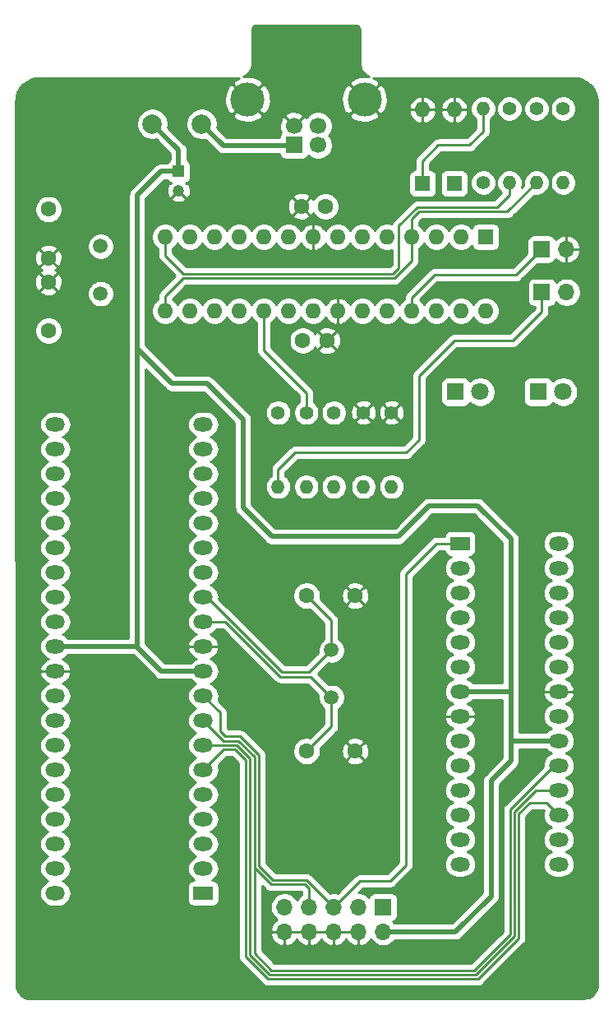
<source format=gbr>
%TF.GenerationSoftware,KiCad,Pcbnew,(5.1.9)-1*%
%TF.CreationDate,2021-05-05T00:19:16+02:00*%
%TF.ProjectId,flashpad,666c6173-6870-4616-942e-6b696361645f,rev?*%
%TF.SameCoordinates,Original*%
%TF.FileFunction,Copper,L2,Bot*%
%TF.FilePolarity,Positive*%
%FSLAX46Y46*%
G04 Gerber Fmt 4.6, Leading zero omitted, Abs format (unit mm)*
G04 Created by KiCad (PCBNEW (5.1.9)-1) date 2021-05-05 00:19:16*
%MOMM*%
%LPD*%
G01*
G04 APERTURE LIST*
%TA.AperFunction,ComponentPad*%
%ADD10C,3.500000*%
%TD*%
%TA.AperFunction,ComponentPad*%
%ADD11C,1.700000*%
%TD*%
%TA.AperFunction,ComponentPad*%
%ADD12R,1.700000X1.700000*%
%TD*%
%TA.AperFunction,ComponentPad*%
%ADD13O,2.000000X1.440000*%
%TD*%
%TA.AperFunction,ComponentPad*%
%ADD14R,2.000000X1.440000*%
%TD*%
%TA.AperFunction,ComponentPad*%
%ADD15C,1.500000*%
%TD*%
%TA.AperFunction,ComponentPad*%
%ADD16O,1.600000X1.600000*%
%TD*%
%TA.AperFunction,ComponentPad*%
%ADD17R,1.600000X1.600000*%
%TD*%
%TA.AperFunction,ComponentPad*%
%ADD18O,1.400000X1.400000*%
%TD*%
%TA.AperFunction,ComponentPad*%
%ADD19C,1.400000*%
%TD*%
%TA.AperFunction,ComponentPad*%
%ADD20C,1.800000*%
%TD*%
%TA.AperFunction,ComponentPad*%
%ADD21R,1.800000X1.800000*%
%TD*%
%TA.AperFunction,ComponentPad*%
%ADD22O,1.700000X1.700000*%
%TD*%
%TA.AperFunction,ComponentPad*%
%ADD23C,1.600000*%
%TD*%
%TA.AperFunction,ComponentPad*%
%ADD24C,2.000000*%
%TD*%
%TA.AperFunction,ComponentPad*%
%ADD25C,1.200000*%
%TD*%
%TA.AperFunction,ComponentPad*%
%ADD26R,1.200000X1.200000*%
%TD*%
%TA.AperFunction,Conductor*%
%ADD27C,0.500000*%
%TD*%
%TA.AperFunction,Conductor*%
%ADD28C,0.250000*%
%TD*%
%TA.AperFunction,Conductor*%
%ADD29C,0.100000*%
%TD*%
G04 APERTURE END LIST*
D10*
%TO.P,USB1,5*%
%TO.N,GND*%
X132796800Y-60009200D03*
X120756800Y-60009200D03*
D11*
%TO.P,USB1,4*%
X125526800Y-62719200D03*
%TO.P,USB1,3*%
%TO.N,Net-(D2-Pad1)*%
X128026800Y-62719200D03*
%TO.P,USB1,2*%
%TO.N,Net-(D1-Pad1)*%
X128026800Y-64719200D03*
D12*
%TO.P,USB1,1*%
%TO.N,VCC*%
X125526800Y-64719200D03*
%TD*%
D13*
%TO.P,U3,15*%
%TO.N,Net-(U3-Pad15)*%
X152806400Y-138734800D03*
%TO.P,U3,14*%
%TO.N,Net-(U3-Pad14)*%
X142646400Y-138734800D03*
%TO.P,U3,16*%
%TO.N,Net-(U3-Pad16)*%
X152806400Y-136194800D03*
%TO.P,U3,13*%
%TO.N,Net-(U3-Pad13)*%
X142646400Y-136194800D03*
%TO.P,U3,17*%
%TO.N,MOSI*%
X152806400Y-133654800D03*
%TO.P,U3,12*%
%TO.N,Net-(U3-Pad12)*%
X142646400Y-133654800D03*
%TO.P,U3,18*%
%TO.N,MISO*%
X152806400Y-131114800D03*
%TO.P,U3,11*%
%TO.N,Net-(U3-Pad11)*%
X142646400Y-131114800D03*
%TO.P,U3,19*%
%TO.N,SCK*%
X152806400Y-128574800D03*
%TO.P,U3,10*%
%TO.N,XTAL2_2*%
X142646400Y-128574800D03*
%TO.P,U3,20*%
%TO.N,+5V*%
X152806400Y-126034800D03*
%TO.P,U3,9*%
%TO.N,XTAL2_1*%
X142646400Y-126034800D03*
%TO.P,U3,21*%
%TO.N,Net-(U3-Pad21)*%
X152806400Y-123494800D03*
%TO.P,U3,8*%
%TO.N,GND*%
X142646400Y-123494800D03*
%TO.P,U3,22*%
X152806400Y-120954800D03*
%TO.P,U3,7*%
%TO.N,+5V*%
X142646400Y-120954800D03*
%TO.P,U3,23*%
%TO.N,Net-(U3-Pad23)*%
X152806400Y-118414800D03*
%TO.P,U3,6*%
%TO.N,Net-(U3-Pad6)*%
X142646400Y-118414800D03*
%TO.P,U3,24*%
%TO.N,Net-(U3-Pad24)*%
X152806400Y-115874800D03*
%TO.P,U3,5*%
%TO.N,Net-(U3-Pad5)*%
X142646400Y-115874800D03*
%TO.P,U3,25*%
%TO.N,Net-(U3-Pad25)*%
X152806400Y-113334800D03*
%TO.P,U3,4*%
%TO.N,Net-(U3-Pad4)*%
X142646400Y-113334800D03*
%TO.P,U3,26*%
%TO.N,Net-(U3-Pad26)*%
X152806400Y-110794800D03*
%TO.P,U3,3*%
%TO.N,Net-(U3-Pad3)*%
X142646400Y-110794800D03*
%TO.P,U3,27*%
%TO.N,Net-(U3-Pad27)*%
X152806400Y-108254800D03*
%TO.P,U3,2*%
%TO.N,Net-(U3-Pad2)*%
X142646400Y-108254800D03*
%TO.P,U3,28*%
%TO.N,Net-(U3-Pad28)*%
X152806400Y-105714800D03*
D14*
%TO.P,U3,1*%
%TO.N,RESET*%
X142646400Y-105714800D03*
%TD*%
D15*
%TO.P,X1,2*%
%TO.N,XTAL1_2*%
X105613200Y-75130000D03*
%TO.P,X1,1*%
%TO.N,XTAL1_1*%
X105613200Y-80010000D03*
%TD*%
D16*
%TO.P,U1,28*%
%TO.N,Net-(U1-Pad28)*%
X145288000Y-81788000D03*
%TO.P,U1,14*%
%TO.N,D-*%
X112268000Y-74168000D03*
%TO.P,U1,27*%
%TO.N,Net-(U1-Pad27)*%
X142748000Y-81788000D03*
%TO.P,U1,13*%
%TO.N,Net-(U1-Pad13)*%
X114808000Y-74168000D03*
%TO.P,U1,26*%
%TO.N,Net-(U1-Pad26)*%
X140208000Y-81788000D03*
%TO.P,U1,12*%
%TO.N,Net-(U1-Pad12)*%
X117348000Y-74168000D03*
%TO.P,U1,25*%
%TO.N,Net-(JP2-Pad1)*%
X137668000Y-81788000D03*
%TO.P,U1,11*%
%TO.N,Net-(U1-Pad11)*%
X119888000Y-74168000D03*
%TO.P,U1,24*%
%TO.N,LED2*%
X135128000Y-81788000D03*
%TO.P,U1,10*%
%TO.N,XTAL1_2*%
X122428000Y-74168000D03*
%TO.P,U1,23*%
%TO.N,LED1*%
X132588000Y-81788000D03*
%TO.P,U1,9*%
%TO.N,XTAL1_1*%
X124968000Y-74168000D03*
%TO.P,U1,22*%
%TO.N,GND*%
X130048000Y-81788000D03*
%TO.P,U1,8*%
X127508000Y-74168000D03*
%TO.P,U1,21*%
%TO.N,Net-(U1-Pad21)*%
X127508000Y-81788000D03*
%TO.P,U1,7*%
%TO.N,+5V*%
X130048000Y-74168000D03*
%TO.P,U1,20*%
X124968000Y-81788000D03*
%TO.P,U1,6*%
%TO.N,Net-(U1-Pad6)*%
X132588000Y-74168000D03*
%TO.P,U1,19*%
%TO.N,Net-(R4-Pad1)*%
X122428000Y-81788000D03*
%TO.P,U1,5*%
%TO.N,Net-(U1-Pad5)*%
X135128000Y-74168000D03*
%TO.P,U1,18*%
%TO.N,MISO*%
X119888000Y-81788000D03*
%TO.P,U1,4*%
%TO.N,D+*%
X137668000Y-74168000D03*
%TO.P,U1,17*%
%TO.N,Net-(R3-Pad1)*%
X117348000Y-81788000D03*
%TO.P,U1,3*%
%TO.N,Net-(U1-Pad3)*%
X140208000Y-74168000D03*
%TO.P,U1,16*%
%TO.N,Net-(R2-Pad1)*%
X114808000Y-81788000D03*
%TO.P,U1,2*%
%TO.N,Net-(U1-Pad2)*%
X142748000Y-74168000D03*
%TO.P,U1,15*%
%TO.N,D+*%
X112268000Y-81788000D03*
D17*
%TO.P,U1,1*%
%TO.N,RESET*%
X145288000Y-74168000D03*
%TD*%
D13*
%TO.P,U2,21*%
%TO.N,Net-(U2-Pad21)*%
X100939600Y-93472000D03*
%TO.P,U2,20*%
%TO.N,Net-(U2-Pad20)*%
X116179600Y-93472000D03*
%TO.P,U2,22*%
%TO.N,Net-(U2-Pad22)*%
X100939600Y-96012000D03*
%TO.P,U2,19*%
%TO.N,Net-(U2-Pad19)*%
X116179600Y-96012000D03*
%TO.P,U2,23*%
%TO.N,Net-(U2-Pad23)*%
X100939600Y-98552000D03*
%TO.P,U2,18*%
%TO.N,Net-(U2-Pad18)*%
X116179600Y-98552000D03*
%TO.P,U2,24*%
%TO.N,Net-(U2-Pad24)*%
X100939600Y-101092000D03*
%TO.P,U2,17*%
%TO.N,Net-(U2-Pad17)*%
X116179600Y-101092000D03*
%TO.P,U2,25*%
%TO.N,Net-(U2-Pad25)*%
X100939600Y-103632000D03*
%TO.P,U2,16*%
%TO.N,Net-(U2-Pad16)*%
X116179600Y-103632000D03*
%TO.P,U2,26*%
%TO.N,Net-(U2-Pad26)*%
X100939600Y-106172000D03*
%TO.P,U2,15*%
%TO.N,Net-(U2-Pad15)*%
X116179600Y-106172000D03*
%TO.P,U2,27*%
%TO.N,Net-(U2-Pad27)*%
X100939600Y-108712000D03*
%TO.P,U2,14*%
%TO.N,Net-(U2-Pad14)*%
X116179600Y-108712000D03*
%TO.P,U2,28*%
%TO.N,Net-(U2-Pad28)*%
X100939600Y-111252000D03*
%TO.P,U2,13*%
%TO.N,XTAL2_1*%
X116179600Y-111252000D03*
%TO.P,U2,29*%
%TO.N,Net-(U2-Pad29)*%
X100939600Y-113792000D03*
%TO.P,U2,12*%
%TO.N,XTAL2_2*%
X116179600Y-113792000D03*
%TO.P,U2,30*%
%TO.N,+5V*%
X100939600Y-116332000D03*
%TO.P,U2,11*%
%TO.N,GND*%
X116179600Y-116332000D03*
%TO.P,U2,31*%
X100939600Y-118872000D03*
%TO.P,U2,10*%
%TO.N,+5V*%
X116179600Y-118872000D03*
%TO.P,U2,32*%
%TO.N,Net-(U2-Pad32)*%
X100939600Y-121412000D03*
%TO.P,U2,9*%
%TO.N,RESET*%
X116179600Y-121412000D03*
%TO.P,U2,33*%
%TO.N,Net-(U2-Pad33)*%
X100939600Y-123952000D03*
%TO.P,U2,8*%
%TO.N,SCK*%
X116179600Y-123952000D03*
%TO.P,U2,34*%
%TO.N,Net-(U2-Pad34)*%
X100939600Y-126492000D03*
%TO.P,U2,7*%
%TO.N,MISO*%
X116179600Y-126492000D03*
%TO.P,U2,35*%
%TO.N,Net-(U2-Pad35)*%
X100939600Y-129032000D03*
%TO.P,U2,6*%
%TO.N,MOSI*%
X116179600Y-129032000D03*
%TO.P,U2,36*%
%TO.N,Net-(U2-Pad36)*%
X100939600Y-131572000D03*
%TO.P,U2,5*%
%TO.N,Net-(U2-Pad5)*%
X116179600Y-131572000D03*
%TO.P,U2,37*%
%TO.N,Net-(U2-Pad37)*%
X100939600Y-134112000D03*
%TO.P,U2,4*%
%TO.N,Net-(U2-Pad4)*%
X116179600Y-134112000D03*
%TO.P,U2,38*%
%TO.N,Net-(U2-Pad38)*%
X100939600Y-136652000D03*
%TO.P,U2,3*%
%TO.N,Net-(U2-Pad3)*%
X116179600Y-136652000D03*
%TO.P,U2,39*%
%TO.N,Net-(U2-Pad39)*%
X100939600Y-139192000D03*
%TO.P,U2,2*%
%TO.N,Net-(U2-Pad2)*%
X116179600Y-139192000D03*
%TO.P,U2,40*%
%TO.N,Net-(U2-Pad40)*%
X100939600Y-141732000D03*
D14*
%TO.P,U2,1*%
%TO.N,Net-(U2-Pad1)*%
X116179600Y-141732000D03*
%TD*%
D18*
%TO.P,R10,2*%
%TO.N,Net-(LED2-Pad1)*%
X135585200Y-99872800D03*
D19*
%TO.P,R10,1*%
%TO.N,GND*%
X135585200Y-92252800D03*
%TD*%
D20*
%TO.P,ACT,2*%
%TO.N,LED2*%
X153263600Y-90119200D03*
D21*
%TO.P,ACT,1*%
%TO.N,Net-(LED2-Pad1)*%
X150723600Y-90119200D03*
%TD*%
D22*
%TO.P,AVR,10*%
%TO.N,GND*%
X124561600Y-145694400D03*
%TO.P,AVR,9*%
%TO.N,MISO*%
X124561600Y-143154400D03*
%TO.P,AVR,8*%
%TO.N,GND*%
X127101600Y-145694400D03*
%TO.P,AVR,7*%
%TO.N,SCK*%
X127101600Y-143154400D03*
%TO.P,AVR,6*%
%TO.N,GND*%
X129641600Y-145694400D03*
%TO.P,AVR,5*%
%TO.N,RESET*%
X129641600Y-143154400D03*
%TO.P,AVR,4*%
%TO.N,GND*%
X132181600Y-145694400D03*
%TO.P,AVR,3*%
%TO.N,Net-(J1-Pad3)*%
X132181600Y-143154400D03*
%TO.P,AVR,2*%
%TO.N,+5V*%
X134721600Y-145694400D03*
D12*
%TO.P,AVR,1*%
%TO.N,MOSI*%
X134721600Y-143154400D03*
%TD*%
D20*
%TO.P,PWR,2*%
%TO.N,LED1*%
X144729200Y-90119200D03*
D21*
%TO.P,PWR,1*%
%TO.N,Net-(LED1-Pad1)*%
X142189200Y-90119200D03*
%TD*%
D22*
%TO.P,JP2,2*%
%TO.N,GND*%
X153568400Y-75438000D03*
D12*
%TO.P,JP2,1*%
%TO.N,Net-(JP2-Pad1)*%
X151028400Y-75438000D03*
%TD*%
D22*
%TO.P,JP1,2*%
%TO.N,RESET*%
X153619200Y-79857600D03*
D12*
%TO.P,JP1,1*%
%TO.N,Net-(JP1-Pad1)*%
X151079200Y-79857600D03*
%TD*%
D19*
%TO.P,R9,1*%
%TO.N,GND*%
X132689600Y-92252800D03*
D18*
%TO.P,R9,2*%
%TO.N,Net-(LED1-Pad1)*%
X132689600Y-99872800D03*
%TD*%
D19*
%TO.P,R4,1*%
%TO.N,Net-(R4-Pad1)*%
X126796800Y-92252800D03*
D18*
%TO.P,R4,2*%
%TO.N,SCK*%
X126796800Y-99872800D03*
%TD*%
D19*
%TO.P,R3,1*%
%TO.N,Net-(R3-Pad1)*%
X129641600Y-92252800D03*
D18*
%TO.P,R3,2*%
%TO.N,MOSI*%
X129641600Y-99872800D03*
%TD*%
D19*
%TO.P,R2,1*%
%TO.N,Net-(R2-Pad1)*%
X123901200Y-92252800D03*
D18*
%TO.P,R2,2*%
%TO.N,Net-(JP1-Pad1)*%
X123901200Y-99872800D03*
%TD*%
D19*
%TO.P,R1,1*%
%TO.N,+5V*%
X153263600Y-60960000D03*
D18*
%TO.P,R1,2*%
%TO.N,RESET*%
X153263600Y-68580000D03*
%TD*%
D23*
%TO.P,C9,1*%
%TO.N,+5V*%
X126441200Y-84836000D03*
%TO.P,C9,2*%
%TO.N,GND*%
X128941200Y-84836000D03*
%TD*%
%TO.P,C8,1*%
%TO.N,+5V*%
X128778000Y-71018400D03*
%TO.P,C8,2*%
%TO.N,GND*%
X126278000Y-71018400D03*
%TD*%
%TO.P,C2,2*%
%TO.N,GND*%
X100228400Y-76323200D03*
%TO.P,C2,1*%
%TO.N,XTAL1_2*%
X100228400Y-71323200D03*
%TD*%
%TO.P,C1,2*%
%TO.N,GND*%
X100228400Y-78820000D03*
%TO.P,C1,1*%
%TO.N,XTAL1_1*%
X100228400Y-83820000D03*
%TD*%
D15*
%TO.P,X2,2*%
%TO.N,XTAL2_2*%
X129387600Y-121567600D03*
%TO.P,X2,1*%
%TO.N,XTAL2_1*%
X129387600Y-116687600D03*
%TD*%
D18*
%TO.P,R7,2*%
%TO.N,D-*%
X147726400Y-68580000D03*
D19*
%TO.P,R7,1*%
%TO.N,Net-(D1-Pad1)*%
X147726400Y-60960000D03*
%TD*%
D18*
%TO.P,R6,2*%
%TO.N,D+*%
X150520400Y-68580000D03*
D19*
%TO.P,R6,1*%
%TO.N,Net-(D2-Pad1)*%
X150520400Y-60960000D03*
%TD*%
D18*
%TO.P,R5,2*%
%TO.N,Net-(D1-Pad1)*%
X145034000Y-60960000D03*
D19*
%TO.P,R5,1*%
%TO.N,+5V*%
X145034000Y-68580000D03*
%TD*%
D24*
%TO.P,F1,2*%
%TO.N,VCC*%
X116027200Y-62544800D03*
%TO.P,F1,1*%
%TO.N,+5V*%
X110947200Y-62534800D03*
%TD*%
D16*
%TO.P,D2,2*%
%TO.N,GND*%
X142036800Y-61061600D03*
D17*
%TO.P,D2,1*%
%TO.N,Net-(D2-Pad1)*%
X142036800Y-68681600D03*
%TD*%
D16*
%TO.P,D1,2*%
%TO.N,GND*%
X138785600Y-61061600D03*
D17*
%TO.P,D1,1*%
%TO.N,Net-(D1-Pad1)*%
X138785600Y-68681600D03*
%TD*%
D23*
%TO.P,C11,2*%
%TO.N,GND*%
X131847600Y-127101600D03*
%TO.P,C11,1*%
%TO.N,XTAL2_2*%
X126847600Y-127101600D03*
%TD*%
%TO.P,C10,2*%
%TO.N,GND*%
X131847600Y-111099600D03*
%TO.P,C10,1*%
%TO.N,XTAL2_1*%
X126847600Y-111099600D03*
%TD*%
D25*
%TO.P,C3,2*%
%TO.N,GND*%
X113639600Y-69411600D03*
D26*
%TO.P,C3,1*%
%TO.N,+5V*%
X113639600Y-67411600D03*
%TD*%
D27*
%TO.N,+5V*%
X111861600Y-118872000D02*
X116179600Y-118872000D01*
X109372400Y-116382800D02*
X111861600Y-118872000D01*
X109321600Y-116332000D02*
X109372400Y-116382800D01*
X100939600Y-116332000D02*
X109321600Y-116332000D01*
X109372400Y-83515200D02*
X109372400Y-85648800D01*
X109372400Y-83515200D02*
X109372400Y-116382800D01*
X109372400Y-85648800D02*
X112979200Y-89255600D01*
X112979200Y-89255600D02*
X116586000Y-89255600D01*
X116586000Y-89255600D02*
X120294400Y-92964000D01*
X120294400Y-92964000D02*
X120294400Y-102057200D01*
X120294400Y-102057200D02*
X123240800Y-105003600D01*
X123240800Y-105003600D02*
X136296400Y-105003600D01*
X136296400Y-105003600D02*
X139446000Y-101854000D01*
X139446000Y-101854000D02*
X144475200Y-101854000D01*
X144475200Y-101854000D02*
X147878800Y-105257600D01*
X147878800Y-105257600D02*
X147878800Y-121107200D01*
X147726400Y-120954800D02*
X147878800Y-121107200D01*
X142646400Y-120954800D02*
X147726400Y-120954800D01*
X134721600Y-145694400D02*
X142180181Y-145694400D01*
X142180181Y-145694400D02*
X145837781Y-142036800D01*
X145837781Y-142036800D02*
X145837781Y-130158619D01*
X145837781Y-130158619D02*
X147878800Y-128117600D01*
X147929600Y-126034800D02*
X147878800Y-126085600D01*
X152806400Y-126034800D02*
X147929600Y-126034800D01*
X147878800Y-126085600D02*
X147878800Y-121107200D01*
X147878800Y-128117600D02*
X147878800Y-126085600D01*
X113639600Y-65227200D02*
X110947200Y-62534800D01*
X113639600Y-67411600D02*
X113639600Y-65227200D01*
X109372400Y-69850000D02*
X111810800Y-67411600D01*
X111810800Y-67411600D02*
X113639600Y-67411600D01*
X109372400Y-83515200D02*
X109372400Y-69850000D01*
D28*
%TO.N,Net-(D1-Pad1)*%
X138785600Y-68681600D02*
X138785600Y-66344800D01*
X138785600Y-66344800D02*
X140411200Y-64719200D01*
X140411200Y-64719200D02*
X143611600Y-64719200D01*
X145034000Y-63296800D02*
X145034000Y-60960000D01*
X143611600Y-64719200D02*
X145034000Y-63296800D01*
D27*
%TO.N,VCC*%
X118252400Y-64770000D02*
X116027200Y-62544800D01*
X125526800Y-64770000D02*
X118252400Y-64770000D01*
D28*
%TO.N,RESET*%
X129641600Y-143154400D02*
X126861980Y-140374780D01*
X123356780Y-140374780D02*
X121905620Y-138923620D01*
X126861980Y-140374780D02*
X123356780Y-140374780D01*
X121905619Y-127490799D02*
X120006800Y-125591980D01*
X121905620Y-138923620D02*
X121905619Y-127490799D01*
X120006800Y-125591980D02*
X118455990Y-125591980D01*
X118455990Y-125591980D02*
X117906800Y-125042790D01*
X117906800Y-123139200D02*
X116179600Y-121412000D01*
X117906800Y-125042790D02*
X117906800Y-123139200D01*
X140208000Y-105714800D02*
X142646400Y-105714800D01*
X129641600Y-143154400D02*
X132334000Y-140462000D01*
X132334000Y-140462000D02*
X135432800Y-140462000D01*
X137058400Y-138836400D02*
X137058400Y-108864400D01*
X135432800Y-140462000D02*
X137058400Y-138836400D01*
X137058400Y-108864400D02*
X140208000Y-105714800D01*
%TO.N,MOSI*%
X149812020Y-132384800D02*
X151536400Y-132384800D01*
X148691600Y-133505220D02*
X149812020Y-132384800D01*
X144482390Y-150564010D02*
X148691600Y-146354800D01*
X122851200Y-150564010D02*
X144482390Y-150564010D01*
X148691600Y-146354800D02*
X148691600Y-133505220D01*
X120555591Y-148268401D02*
X122851200Y-150564010D01*
X120555590Y-128050000D02*
X120555591Y-148268401D01*
X119447600Y-126942010D02*
X120555590Y-128050000D01*
X151536400Y-132384800D02*
X152806400Y-133654800D01*
X118269590Y-126942010D02*
X119447600Y-126942010D01*
X116179600Y-129032000D02*
X118269590Y-126942010D01*
%TO.N,SCK*%
X116179600Y-123952000D02*
X115949590Y-123952000D01*
X118269590Y-126041990D02*
X116179600Y-123952000D01*
X119820400Y-126041990D02*
X118269590Y-126041990D01*
X121455610Y-127677200D02*
X119820400Y-126041990D01*
X123170380Y-140824790D02*
X124009990Y-140824790D01*
X121455610Y-137421190D02*
X121455611Y-139110021D01*
X121455611Y-139110021D02*
X123170380Y-140824790D01*
X121455610Y-137421190D02*
X121455610Y-127677200D01*
X127101600Y-141250810D02*
X127101600Y-143154400D01*
X126675580Y-140824790D02*
X127101600Y-141250810D01*
X124009990Y-140824790D02*
X126675580Y-140824790D01*
X121455610Y-147895600D02*
X121455610Y-137421190D01*
X144109590Y-149663990D02*
X123224000Y-149663990D01*
X123224000Y-149663990D02*
X121455610Y-147895600D01*
X147791581Y-145981999D02*
X144109590Y-149663990D01*
X147791582Y-133132418D02*
X147791581Y-145981999D01*
X152349200Y-128574800D02*
X147791582Y-133132418D01*
X152806400Y-128574800D02*
X152349200Y-128574800D01*
%TO.N,MISO*%
X150445610Y-131114800D02*
X151306390Y-131114800D01*
X148241590Y-133318820D02*
X150445610Y-131114800D01*
X123037600Y-150114000D02*
X144295990Y-150114000D01*
X151306390Y-131114800D02*
X152806400Y-131114800D01*
X121005600Y-148082000D02*
X123037600Y-150114000D01*
X121005600Y-127863600D02*
X121005600Y-148082000D01*
X148241590Y-146168400D02*
X148241590Y-133318820D01*
X119634000Y-126492000D02*
X121005600Y-127863600D01*
X144295990Y-150114000D02*
X148241590Y-146168400D01*
X116179600Y-126492000D02*
X119634000Y-126492000D01*
%TO.N,D+*%
X112268000Y-81788000D02*
X112268000Y-80264000D01*
X112268000Y-80264000D02*
X114096800Y-78435200D01*
X114096800Y-78435200D02*
X135890000Y-78435200D01*
X137668000Y-76657200D02*
X137668000Y-74168000D01*
X135890000Y-78435200D02*
X137668000Y-76657200D01*
X149944800Y-68580000D02*
X150520400Y-68580000D01*
X147523201Y-71577199D02*
X150520400Y-68580000D01*
X138406010Y-71577200D02*
X147523201Y-71577199D01*
X137668000Y-72315210D02*
X138406010Y-71577200D01*
X137668000Y-74168000D02*
X137668000Y-72315210D01*
%TO.N,D-*%
X136347200Y-77341590D02*
X136347200Y-72999600D01*
X135703600Y-77985190D02*
X136347200Y-77341590D01*
X114154790Y-77985190D02*
X135703600Y-77985190D01*
X112268000Y-76098400D02*
X114154790Y-77985190D01*
X112268000Y-74168000D02*
X112268000Y-76098400D01*
X138219610Y-71127190D02*
X136347200Y-72999600D01*
X144170400Y-71127190D02*
X144010810Y-71127190D01*
X142385210Y-71127190D02*
X146449210Y-71127190D01*
X144010810Y-71127190D02*
X142385210Y-71127190D01*
X142385210Y-71127190D02*
X138219610Y-71127190D01*
X147726400Y-69850000D02*
X147726400Y-68580000D01*
X146449210Y-71127190D02*
X147726400Y-69850000D01*
%TO.N,Net-(JP1-Pad1)*%
X123901200Y-99872800D02*
X123901200Y-98094800D01*
X123901200Y-98094800D02*
X125628400Y-96367600D01*
X125628400Y-96367600D02*
X137109200Y-96367600D01*
X137109200Y-96367600D02*
X138430000Y-95046800D01*
X138430000Y-95046800D02*
X138430000Y-88442800D01*
X138430000Y-88442800D02*
X142036800Y-84836000D01*
X142036800Y-84836000D02*
X148082000Y-84836000D01*
X151079200Y-81838800D02*
X151079200Y-79857600D01*
X148082000Y-84836000D02*
X151079200Y-81838800D01*
%TO.N,Net-(R4-Pad1)*%
X126796800Y-92252800D02*
X126796800Y-90220800D01*
X122428000Y-85852000D02*
X122428000Y-81788000D01*
X126796800Y-90220800D02*
X122428000Y-85852000D01*
%TO.N,Net-(JP2-Pad1)*%
X137668000Y-81788000D02*
X137668000Y-80416400D01*
X137668000Y-80416400D02*
X140004800Y-78079600D01*
X148386800Y-78079600D02*
X151028400Y-75438000D01*
X140004800Y-78079600D02*
X148386800Y-78079600D01*
%TO.N,XTAL2_1*%
X129387600Y-113639600D02*
X126847600Y-111099600D01*
X129387600Y-116687600D02*
X129387600Y-113639600D01*
X116179600Y-111252000D02*
X116562010Y-111252000D01*
X116562010Y-111252000D02*
X124290800Y-118980790D01*
X127094410Y-118980790D02*
X129387600Y-116687600D01*
X124290800Y-118980790D02*
X127094410Y-118980790D01*
%TO.N,XTAL2_2*%
X129387600Y-124561600D02*
X126847600Y-127101600D01*
X129387600Y-121567600D02*
X129387600Y-124561600D01*
X129387600Y-121567600D02*
X127250800Y-119430800D01*
X127250800Y-119430800D02*
X124104400Y-119430800D01*
X118465600Y-113792000D02*
X116179600Y-113792000D01*
X124104400Y-119430800D02*
X118465600Y-113792000D01*
%TD*%
%TO.N,GND*%
X131946215Y-52423201D02*
X132037459Y-52432147D01*
X132094260Y-52449297D01*
X132146655Y-52477156D01*
X132192640Y-52514660D01*
X132230464Y-52560382D01*
X132258686Y-52612577D01*
X132276233Y-52669261D01*
X132285599Y-52758378D01*
X132285602Y-56217118D01*
X132288374Y-56245266D01*
X132288333Y-56251172D01*
X132289229Y-56260315D01*
X132308919Y-56447657D01*
X132320914Y-56506091D01*
X132332086Y-56564657D01*
X132334741Y-56573452D01*
X132390444Y-56753402D01*
X132413554Y-56808378D01*
X132435896Y-56863677D01*
X132440209Y-56871789D01*
X132529804Y-57037492D01*
X132563143Y-57086919D01*
X132595808Y-57136837D01*
X132601615Y-57143956D01*
X132721689Y-57289101D01*
X132763985Y-57331103D01*
X132805734Y-57373735D01*
X132812813Y-57379591D01*
X132958793Y-57498649D01*
X133008451Y-57531641D01*
X133057673Y-57565345D01*
X133065755Y-57569715D01*
X133232079Y-57658151D01*
X133252007Y-57666365D01*
X132888809Y-57616438D01*
X132420237Y-57644464D01*
X131966136Y-57763365D01*
X131543957Y-57968573D01*
X131390949Y-58070810D01*
X131216926Y-58426498D01*
X132796800Y-60006372D01*
X134376674Y-58426498D01*
X134202651Y-58070810D01*
X133797477Y-57833787D01*
X133662091Y-57786966D01*
X133844591Y-57804860D01*
X133844599Y-57804860D01*
X133876481Y-57808000D01*
X154349014Y-57808000D01*
X154844810Y-57856613D01*
X155290758Y-57991253D01*
X155702058Y-58209945D01*
X156063052Y-58504365D01*
X156359984Y-58863293D01*
X156581546Y-59273063D01*
X156719294Y-59718057D01*
X156771209Y-60211989D01*
X156821983Y-151097989D01*
X156791769Y-151406135D01*
X156711576Y-151671744D01*
X156581317Y-151916727D01*
X156405957Y-152131739D01*
X156192172Y-152308597D01*
X155948111Y-152440561D01*
X155683061Y-152522608D01*
X155376775Y-152554800D01*
X98380986Y-152554800D01*
X98072665Y-152524569D01*
X97807056Y-152444376D01*
X97562073Y-152314117D01*
X97347061Y-152138757D01*
X97170203Y-151924972D01*
X97038239Y-151680911D01*
X96956192Y-151415861D01*
X96923988Y-151109458D01*
X96907398Y-121412000D01*
X99300054Y-121412000D01*
X99326177Y-121677234D01*
X99403543Y-121932276D01*
X99529179Y-122167323D01*
X99698256Y-122373344D01*
X99904277Y-122542421D01*
X100139324Y-122668057D01*
X100185288Y-122682000D01*
X100139324Y-122695943D01*
X99904277Y-122821579D01*
X99698256Y-122990656D01*
X99529179Y-123196677D01*
X99403543Y-123431724D01*
X99326177Y-123686766D01*
X99300054Y-123952000D01*
X99326177Y-124217234D01*
X99403543Y-124472276D01*
X99529179Y-124707323D01*
X99698256Y-124913344D01*
X99904277Y-125082421D01*
X100139324Y-125208057D01*
X100185288Y-125222000D01*
X100139324Y-125235943D01*
X99904277Y-125361579D01*
X99698256Y-125530656D01*
X99529179Y-125736677D01*
X99403543Y-125971724D01*
X99326177Y-126226766D01*
X99300054Y-126492000D01*
X99326177Y-126757234D01*
X99403543Y-127012276D01*
X99529179Y-127247323D01*
X99698256Y-127453344D01*
X99904277Y-127622421D01*
X100139324Y-127748057D01*
X100185288Y-127762000D01*
X100139324Y-127775943D01*
X99904277Y-127901579D01*
X99698256Y-128070656D01*
X99529179Y-128276677D01*
X99403543Y-128511724D01*
X99326177Y-128766766D01*
X99300054Y-129032000D01*
X99326177Y-129297234D01*
X99403543Y-129552276D01*
X99529179Y-129787323D01*
X99698256Y-129993344D01*
X99904277Y-130162421D01*
X100139324Y-130288057D01*
X100185288Y-130302000D01*
X100139324Y-130315943D01*
X99904277Y-130441579D01*
X99698256Y-130610656D01*
X99529179Y-130816677D01*
X99403543Y-131051724D01*
X99326177Y-131306766D01*
X99300054Y-131572000D01*
X99326177Y-131837234D01*
X99403543Y-132092276D01*
X99529179Y-132327323D01*
X99698256Y-132533344D01*
X99904277Y-132702421D01*
X100139324Y-132828057D01*
X100185288Y-132842000D01*
X100139324Y-132855943D01*
X99904277Y-132981579D01*
X99698256Y-133150656D01*
X99529179Y-133356677D01*
X99403543Y-133591724D01*
X99326177Y-133846766D01*
X99300054Y-134112000D01*
X99326177Y-134377234D01*
X99403543Y-134632276D01*
X99529179Y-134867323D01*
X99698256Y-135073344D01*
X99904277Y-135242421D01*
X100139324Y-135368057D01*
X100185288Y-135382000D01*
X100139324Y-135395943D01*
X99904277Y-135521579D01*
X99698256Y-135690656D01*
X99529179Y-135896677D01*
X99403543Y-136131724D01*
X99326177Y-136386766D01*
X99300054Y-136652000D01*
X99326177Y-136917234D01*
X99403543Y-137172276D01*
X99529179Y-137407323D01*
X99698256Y-137613344D01*
X99904277Y-137782421D01*
X100139324Y-137908057D01*
X100185288Y-137922000D01*
X100139324Y-137935943D01*
X99904277Y-138061579D01*
X99698256Y-138230656D01*
X99529179Y-138436677D01*
X99403543Y-138671724D01*
X99326177Y-138926766D01*
X99300054Y-139192000D01*
X99326177Y-139457234D01*
X99403543Y-139712276D01*
X99529179Y-139947323D01*
X99698256Y-140153344D01*
X99904277Y-140322421D01*
X100139324Y-140448057D01*
X100185288Y-140462000D01*
X100139324Y-140475943D01*
X99904277Y-140601579D01*
X99698256Y-140770656D01*
X99529179Y-140976677D01*
X99403543Y-141211724D01*
X99326177Y-141466766D01*
X99300054Y-141732000D01*
X99326177Y-141997234D01*
X99403543Y-142252276D01*
X99529179Y-142487323D01*
X99698256Y-142693344D01*
X99904277Y-142862421D01*
X100139324Y-142988057D01*
X100394366Y-143065423D01*
X100593137Y-143085000D01*
X101286063Y-143085000D01*
X101484834Y-143065423D01*
X101739876Y-142988057D01*
X101974923Y-142862421D01*
X102180944Y-142693344D01*
X102350021Y-142487323D01*
X102475657Y-142252276D01*
X102553023Y-141997234D01*
X102579146Y-141732000D01*
X102553023Y-141466766D01*
X102475657Y-141211724D01*
X102350021Y-140976677D01*
X102180944Y-140770656D01*
X101974923Y-140601579D01*
X101739876Y-140475943D01*
X101693912Y-140462000D01*
X101739876Y-140448057D01*
X101974923Y-140322421D01*
X102180944Y-140153344D01*
X102350021Y-139947323D01*
X102475657Y-139712276D01*
X102553023Y-139457234D01*
X102579146Y-139192000D01*
X102553023Y-138926766D01*
X102475657Y-138671724D01*
X102350021Y-138436677D01*
X102180944Y-138230656D01*
X101974923Y-138061579D01*
X101739876Y-137935943D01*
X101693912Y-137922000D01*
X101739876Y-137908057D01*
X101974923Y-137782421D01*
X102180944Y-137613344D01*
X102350021Y-137407323D01*
X102475657Y-137172276D01*
X102553023Y-136917234D01*
X102579146Y-136652000D01*
X102553023Y-136386766D01*
X102475657Y-136131724D01*
X102350021Y-135896677D01*
X102180944Y-135690656D01*
X101974923Y-135521579D01*
X101739876Y-135395943D01*
X101693912Y-135382000D01*
X101739876Y-135368057D01*
X101974923Y-135242421D01*
X102180944Y-135073344D01*
X102350021Y-134867323D01*
X102475657Y-134632276D01*
X102553023Y-134377234D01*
X102579146Y-134112000D01*
X102553023Y-133846766D01*
X102475657Y-133591724D01*
X102350021Y-133356677D01*
X102180944Y-133150656D01*
X101974923Y-132981579D01*
X101739876Y-132855943D01*
X101693912Y-132842000D01*
X101739876Y-132828057D01*
X101974923Y-132702421D01*
X102180944Y-132533344D01*
X102350021Y-132327323D01*
X102475657Y-132092276D01*
X102553023Y-131837234D01*
X102579146Y-131572000D01*
X102553023Y-131306766D01*
X102475657Y-131051724D01*
X102350021Y-130816677D01*
X102180944Y-130610656D01*
X101974923Y-130441579D01*
X101739876Y-130315943D01*
X101693912Y-130302000D01*
X101739876Y-130288057D01*
X101974923Y-130162421D01*
X102180944Y-129993344D01*
X102350021Y-129787323D01*
X102475657Y-129552276D01*
X102553023Y-129297234D01*
X102579146Y-129032000D01*
X102553023Y-128766766D01*
X102475657Y-128511724D01*
X102350021Y-128276677D01*
X102180944Y-128070656D01*
X101974923Y-127901579D01*
X101739876Y-127775943D01*
X101693912Y-127762000D01*
X101739876Y-127748057D01*
X101974923Y-127622421D01*
X102180944Y-127453344D01*
X102350021Y-127247323D01*
X102475657Y-127012276D01*
X102553023Y-126757234D01*
X102579146Y-126492000D01*
X102553023Y-126226766D01*
X102475657Y-125971724D01*
X102350021Y-125736677D01*
X102180944Y-125530656D01*
X101974923Y-125361579D01*
X101739876Y-125235943D01*
X101693912Y-125222000D01*
X101739876Y-125208057D01*
X101974923Y-125082421D01*
X102180944Y-124913344D01*
X102350021Y-124707323D01*
X102475657Y-124472276D01*
X102553023Y-124217234D01*
X102579146Y-123952000D01*
X102553023Y-123686766D01*
X102475657Y-123431724D01*
X102350021Y-123196677D01*
X102180944Y-122990656D01*
X101974923Y-122821579D01*
X101739876Y-122695943D01*
X101693912Y-122682000D01*
X101739876Y-122668057D01*
X101974923Y-122542421D01*
X102180944Y-122373344D01*
X102350021Y-122167323D01*
X102475657Y-121932276D01*
X102553023Y-121677234D01*
X102579146Y-121412000D01*
X102553023Y-121146766D01*
X102475657Y-120891724D01*
X102350021Y-120656677D01*
X102180944Y-120450656D01*
X101974923Y-120281579D01*
X101739876Y-120155943D01*
X101682503Y-120138539D01*
X101739219Y-120121243D01*
X101972950Y-119995867D01*
X102177730Y-119827301D01*
X102345690Y-119622023D01*
X102470375Y-119387922D01*
X102546993Y-119133995D01*
X102555628Y-119085631D01*
X102414348Y-118874000D01*
X100941600Y-118874000D01*
X100941600Y-118894000D01*
X100937600Y-118894000D01*
X100937600Y-118874000D01*
X99464852Y-118874000D01*
X99323572Y-119085631D01*
X99332207Y-119133995D01*
X99408825Y-119387922D01*
X99533510Y-119622023D01*
X99701470Y-119827301D01*
X99906250Y-119995867D01*
X100139981Y-120121243D01*
X100196697Y-120138539D01*
X100139324Y-120155943D01*
X99904277Y-120281579D01*
X99698256Y-120450656D01*
X99529179Y-120656677D01*
X99403543Y-120891724D01*
X99326177Y-121146766D01*
X99300054Y-121412000D01*
X96907398Y-121412000D01*
X96891789Y-93472000D01*
X99300054Y-93472000D01*
X99326177Y-93737234D01*
X99403543Y-93992276D01*
X99529179Y-94227323D01*
X99698256Y-94433344D01*
X99904277Y-94602421D01*
X100139324Y-94728057D01*
X100185288Y-94742000D01*
X100139324Y-94755943D01*
X99904277Y-94881579D01*
X99698256Y-95050656D01*
X99529179Y-95256677D01*
X99403543Y-95491724D01*
X99326177Y-95746766D01*
X99300054Y-96012000D01*
X99326177Y-96277234D01*
X99403543Y-96532276D01*
X99529179Y-96767323D01*
X99698256Y-96973344D01*
X99904277Y-97142421D01*
X100139324Y-97268057D01*
X100185288Y-97282000D01*
X100139324Y-97295943D01*
X99904277Y-97421579D01*
X99698256Y-97590656D01*
X99529179Y-97796677D01*
X99403543Y-98031724D01*
X99326177Y-98286766D01*
X99300054Y-98552000D01*
X99326177Y-98817234D01*
X99403543Y-99072276D01*
X99529179Y-99307323D01*
X99698256Y-99513344D01*
X99904277Y-99682421D01*
X100139324Y-99808057D01*
X100185288Y-99822000D01*
X100139324Y-99835943D01*
X99904277Y-99961579D01*
X99698256Y-100130656D01*
X99529179Y-100336677D01*
X99403543Y-100571724D01*
X99326177Y-100826766D01*
X99300054Y-101092000D01*
X99326177Y-101357234D01*
X99403543Y-101612276D01*
X99529179Y-101847323D01*
X99698256Y-102053344D01*
X99904277Y-102222421D01*
X100139324Y-102348057D01*
X100185288Y-102362000D01*
X100139324Y-102375943D01*
X99904277Y-102501579D01*
X99698256Y-102670656D01*
X99529179Y-102876677D01*
X99403543Y-103111724D01*
X99326177Y-103366766D01*
X99300054Y-103632000D01*
X99326177Y-103897234D01*
X99403543Y-104152276D01*
X99529179Y-104387323D01*
X99698256Y-104593344D01*
X99904277Y-104762421D01*
X100139324Y-104888057D01*
X100185288Y-104902000D01*
X100139324Y-104915943D01*
X99904277Y-105041579D01*
X99698256Y-105210656D01*
X99529179Y-105416677D01*
X99403543Y-105651724D01*
X99326177Y-105906766D01*
X99300054Y-106172000D01*
X99326177Y-106437234D01*
X99403543Y-106692276D01*
X99529179Y-106927323D01*
X99698256Y-107133344D01*
X99904277Y-107302421D01*
X100139324Y-107428057D01*
X100185288Y-107442000D01*
X100139324Y-107455943D01*
X99904277Y-107581579D01*
X99698256Y-107750656D01*
X99529179Y-107956677D01*
X99403543Y-108191724D01*
X99326177Y-108446766D01*
X99300054Y-108712000D01*
X99326177Y-108977234D01*
X99403543Y-109232276D01*
X99529179Y-109467323D01*
X99698256Y-109673344D01*
X99904277Y-109842421D01*
X100139324Y-109968057D01*
X100185288Y-109982000D01*
X100139324Y-109995943D01*
X99904277Y-110121579D01*
X99698256Y-110290656D01*
X99529179Y-110496677D01*
X99403543Y-110731724D01*
X99326177Y-110986766D01*
X99300054Y-111252000D01*
X99326177Y-111517234D01*
X99403543Y-111772276D01*
X99529179Y-112007323D01*
X99698256Y-112213344D01*
X99904277Y-112382421D01*
X100139324Y-112508057D01*
X100185288Y-112522000D01*
X100139324Y-112535943D01*
X99904277Y-112661579D01*
X99698256Y-112830656D01*
X99529179Y-113036677D01*
X99403543Y-113271724D01*
X99326177Y-113526766D01*
X99300054Y-113792000D01*
X99326177Y-114057234D01*
X99403543Y-114312276D01*
X99529179Y-114547323D01*
X99698256Y-114753344D01*
X99904277Y-114922421D01*
X100139324Y-115048057D01*
X100185288Y-115062000D01*
X100139324Y-115075943D01*
X99904277Y-115201579D01*
X99698256Y-115370656D01*
X99529179Y-115576677D01*
X99403543Y-115811724D01*
X99326177Y-116066766D01*
X99300054Y-116332000D01*
X99326177Y-116597234D01*
X99403543Y-116852276D01*
X99529179Y-117087323D01*
X99698256Y-117293344D01*
X99904277Y-117462421D01*
X100139324Y-117588057D01*
X100196697Y-117605461D01*
X100139981Y-117622757D01*
X99906250Y-117748133D01*
X99701470Y-117916699D01*
X99533510Y-118121977D01*
X99408825Y-118356078D01*
X99332207Y-118610005D01*
X99323572Y-118658369D01*
X99464852Y-118870000D01*
X100937600Y-118870000D01*
X100937600Y-118850000D01*
X100941600Y-118850000D01*
X100941600Y-118870000D01*
X102414348Y-118870000D01*
X102555628Y-118658369D01*
X102546993Y-118610005D01*
X102470375Y-118356078D01*
X102345690Y-118121977D01*
X102177730Y-117916699D01*
X101972950Y-117748133D01*
X101739219Y-117622757D01*
X101682503Y-117605461D01*
X101739876Y-117588057D01*
X101974923Y-117462421D01*
X102180944Y-117293344D01*
X102245239Y-117215000D01*
X108955851Y-117215000D01*
X111206556Y-119465707D01*
X111234204Y-119499396D01*
X111368658Y-119609740D01*
X111522056Y-119691732D01*
X111622749Y-119722277D01*
X111688501Y-119742223D01*
X111706727Y-119744018D01*
X111818227Y-119755000D01*
X111818233Y-119755000D01*
X111861599Y-119759271D01*
X111904965Y-119755000D01*
X114873961Y-119755000D01*
X114938256Y-119833344D01*
X115144277Y-120002421D01*
X115379324Y-120128057D01*
X115425288Y-120142000D01*
X115379324Y-120155943D01*
X115144277Y-120281579D01*
X114938256Y-120450656D01*
X114769179Y-120656677D01*
X114643543Y-120891724D01*
X114566177Y-121146766D01*
X114540054Y-121412000D01*
X114566177Y-121677234D01*
X114643543Y-121932276D01*
X114769179Y-122167323D01*
X114938256Y-122373344D01*
X115144277Y-122542421D01*
X115379324Y-122668057D01*
X115425288Y-122682000D01*
X115379324Y-122695943D01*
X115144277Y-122821579D01*
X114938256Y-122990656D01*
X114769179Y-123196677D01*
X114643543Y-123431724D01*
X114566177Y-123686766D01*
X114540054Y-123952000D01*
X114566177Y-124217234D01*
X114643543Y-124472276D01*
X114769179Y-124707323D01*
X114938256Y-124913344D01*
X115144277Y-125082421D01*
X115379324Y-125208057D01*
X115425288Y-125222000D01*
X115379324Y-125235943D01*
X115144277Y-125361579D01*
X114938256Y-125530656D01*
X114769179Y-125736677D01*
X114643543Y-125971724D01*
X114566177Y-126226766D01*
X114540054Y-126492000D01*
X114566177Y-126757234D01*
X114643543Y-127012276D01*
X114769179Y-127247323D01*
X114938256Y-127453344D01*
X115144277Y-127622421D01*
X115379324Y-127748057D01*
X115425288Y-127762000D01*
X115379324Y-127775943D01*
X115144277Y-127901579D01*
X114938256Y-128070656D01*
X114769179Y-128276677D01*
X114643543Y-128511724D01*
X114566177Y-128766766D01*
X114540054Y-129032000D01*
X114566177Y-129297234D01*
X114643543Y-129552276D01*
X114769179Y-129787323D01*
X114938256Y-129993344D01*
X115144277Y-130162421D01*
X115379324Y-130288057D01*
X115425288Y-130302000D01*
X115379324Y-130315943D01*
X115144277Y-130441579D01*
X114938256Y-130610656D01*
X114769179Y-130816677D01*
X114643543Y-131051724D01*
X114566177Y-131306766D01*
X114540054Y-131572000D01*
X114566177Y-131837234D01*
X114643543Y-132092276D01*
X114769179Y-132327323D01*
X114938256Y-132533344D01*
X115144277Y-132702421D01*
X115379324Y-132828057D01*
X115425288Y-132842000D01*
X115379324Y-132855943D01*
X115144277Y-132981579D01*
X114938256Y-133150656D01*
X114769179Y-133356677D01*
X114643543Y-133591724D01*
X114566177Y-133846766D01*
X114540054Y-134112000D01*
X114566177Y-134377234D01*
X114643543Y-134632276D01*
X114769179Y-134867323D01*
X114938256Y-135073344D01*
X115144277Y-135242421D01*
X115379324Y-135368057D01*
X115425288Y-135382000D01*
X115379324Y-135395943D01*
X115144277Y-135521579D01*
X114938256Y-135690656D01*
X114769179Y-135896677D01*
X114643543Y-136131724D01*
X114566177Y-136386766D01*
X114540054Y-136652000D01*
X114566177Y-136917234D01*
X114643543Y-137172276D01*
X114769179Y-137407323D01*
X114938256Y-137613344D01*
X115144277Y-137782421D01*
X115379324Y-137908057D01*
X115425288Y-137922000D01*
X115379324Y-137935943D01*
X115144277Y-138061579D01*
X114938256Y-138230656D01*
X114769179Y-138436677D01*
X114643543Y-138671724D01*
X114566177Y-138926766D01*
X114540054Y-139192000D01*
X114566177Y-139457234D01*
X114643543Y-139712276D01*
X114769179Y-139947323D01*
X114938256Y-140153344D01*
X115144277Y-140322421D01*
X115244400Y-140375938D01*
X115179600Y-140375938D01*
X115055510Y-140388160D01*
X114936190Y-140424355D01*
X114826223Y-140483134D01*
X114729836Y-140562236D01*
X114650734Y-140658623D01*
X114591955Y-140768590D01*
X114555760Y-140887910D01*
X114543538Y-141012000D01*
X114543538Y-142452000D01*
X114555760Y-142576090D01*
X114591955Y-142695410D01*
X114650734Y-142805377D01*
X114729836Y-142901764D01*
X114826223Y-142980866D01*
X114936190Y-143039645D01*
X115055510Y-143075840D01*
X115179600Y-143088062D01*
X117179600Y-143088062D01*
X117303690Y-143075840D01*
X117423010Y-143039645D01*
X117532977Y-142980866D01*
X117629364Y-142901764D01*
X117708466Y-142805377D01*
X117767245Y-142695410D01*
X117803440Y-142576090D01*
X117815662Y-142452000D01*
X117815662Y-141012000D01*
X117803440Y-140887910D01*
X117767245Y-140768590D01*
X117708466Y-140658623D01*
X117629364Y-140562236D01*
X117532977Y-140483134D01*
X117423010Y-140424355D01*
X117303690Y-140388160D01*
X117179600Y-140375938D01*
X117114800Y-140375938D01*
X117214923Y-140322421D01*
X117420944Y-140153344D01*
X117590021Y-139947323D01*
X117715657Y-139712276D01*
X117793023Y-139457234D01*
X117819146Y-139192000D01*
X117793023Y-138926766D01*
X117715657Y-138671724D01*
X117590021Y-138436677D01*
X117420944Y-138230656D01*
X117214923Y-138061579D01*
X116979876Y-137935943D01*
X116933912Y-137922000D01*
X116979876Y-137908057D01*
X117214923Y-137782421D01*
X117420944Y-137613344D01*
X117590021Y-137407323D01*
X117715657Y-137172276D01*
X117793023Y-136917234D01*
X117819146Y-136652000D01*
X117793023Y-136386766D01*
X117715657Y-136131724D01*
X117590021Y-135896677D01*
X117420944Y-135690656D01*
X117214923Y-135521579D01*
X116979876Y-135395943D01*
X116933912Y-135382000D01*
X116979876Y-135368057D01*
X117214923Y-135242421D01*
X117420944Y-135073344D01*
X117590021Y-134867323D01*
X117715657Y-134632276D01*
X117793023Y-134377234D01*
X117819146Y-134112000D01*
X117793023Y-133846766D01*
X117715657Y-133591724D01*
X117590021Y-133356677D01*
X117420944Y-133150656D01*
X117214923Y-132981579D01*
X116979876Y-132855943D01*
X116933912Y-132842000D01*
X116979876Y-132828057D01*
X117214923Y-132702421D01*
X117420944Y-132533344D01*
X117590021Y-132327323D01*
X117715657Y-132092276D01*
X117793023Y-131837234D01*
X117819146Y-131572000D01*
X117793023Y-131306766D01*
X117715657Y-131051724D01*
X117590021Y-130816677D01*
X117420944Y-130610656D01*
X117214923Y-130441579D01*
X116979876Y-130315943D01*
X116933912Y-130302000D01*
X116979876Y-130288057D01*
X117214923Y-130162421D01*
X117420944Y-129993344D01*
X117590021Y-129787323D01*
X117715657Y-129552276D01*
X117793023Y-129297234D01*
X117819146Y-129032000D01*
X117793023Y-128766766D01*
X117728735Y-128554838D01*
X118583564Y-127700010D01*
X119133628Y-127700010D01*
X119797590Y-128363974D01*
X119797592Y-148231159D01*
X119793924Y-148268401D01*
X119808559Y-148416994D01*
X119851903Y-148559878D01*
X119872969Y-148599289D01*
X119922289Y-148691561D01*
X120017012Y-148806981D01*
X120045938Y-148830720D01*
X122288885Y-151073669D01*
X122312620Y-151102590D01*
X122428040Y-151197313D01*
X122559723Y-151267699D01*
X122702606Y-151311042D01*
X122813968Y-151322010D01*
X122813977Y-151322010D01*
X122851199Y-151325676D01*
X122888421Y-151322010D01*
X144445158Y-151322010D01*
X144482390Y-151325677D01*
X144519622Y-151322010D01*
X144630984Y-151311042D01*
X144773867Y-151267699D01*
X144905550Y-151197313D01*
X145020970Y-151102590D01*
X145044714Y-151073658D01*
X149201260Y-146917113D01*
X149230180Y-146893380D01*
X149324903Y-146777960D01*
X149395289Y-146646277D01*
X149438632Y-146503394D01*
X149449600Y-146392032D01*
X149449600Y-146392031D01*
X149453267Y-146354800D01*
X149449600Y-146317568D01*
X149449600Y-133819192D01*
X150125994Y-133142800D01*
X151222428Y-133142800D01*
X151257265Y-133177637D01*
X151192977Y-133389566D01*
X151166854Y-133654800D01*
X151192977Y-133920034D01*
X151270343Y-134175076D01*
X151395979Y-134410123D01*
X151565056Y-134616144D01*
X151771077Y-134785221D01*
X152006124Y-134910857D01*
X152052088Y-134924800D01*
X152006124Y-134938743D01*
X151771077Y-135064379D01*
X151565056Y-135233456D01*
X151395979Y-135439477D01*
X151270343Y-135674524D01*
X151192977Y-135929566D01*
X151166854Y-136194800D01*
X151192977Y-136460034D01*
X151270343Y-136715076D01*
X151395979Y-136950123D01*
X151565056Y-137156144D01*
X151771077Y-137325221D01*
X152006124Y-137450857D01*
X152052088Y-137464800D01*
X152006124Y-137478743D01*
X151771077Y-137604379D01*
X151565056Y-137773456D01*
X151395979Y-137979477D01*
X151270343Y-138214524D01*
X151192977Y-138469566D01*
X151166854Y-138734800D01*
X151192977Y-139000034D01*
X151270343Y-139255076D01*
X151395979Y-139490123D01*
X151565056Y-139696144D01*
X151771077Y-139865221D01*
X152006124Y-139990857D01*
X152261166Y-140068223D01*
X152459937Y-140087800D01*
X153152863Y-140087800D01*
X153351634Y-140068223D01*
X153606676Y-139990857D01*
X153841723Y-139865221D01*
X154047744Y-139696144D01*
X154216821Y-139490123D01*
X154342457Y-139255076D01*
X154419823Y-139000034D01*
X154445946Y-138734800D01*
X154419823Y-138469566D01*
X154342457Y-138214524D01*
X154216821Y-137979477D01*
X154047744Y-137773456D01*
X153841723Y-137604379D01*
X153606676Y-137478743D01*
X153560712Y-137464800D01*
X153606676Y-137450857D01*
X153841723Y-137325221D01*
X154047744Y-137156144D01*
X154216821Y-136950123D01*
X154342457Y-136715076D01*
X154419823Y-136460034D01*
X154445946Y-136194800D01*
X154419823Y-135929566D01*
X154342457Y-135674524D01*
X154216821Y-135439477D01*
X154047744Y-135233456D01*
X153841723Y-135064379D01*
X153606676Y-134938743D01*
X153560712Y-134924800D01*
X153606676Y-134910857D01*
X153841723Y-134785221D01*
X154047744Y-134616144D01*
X154216821Y-134410123D01*
X154342457Y-134175076D01*
X154419823Y-133920034D01*
X154445946Y-133654800D01*
X154419823Y-133389566D01*
X154342457Y-133134524D01*
X154216821Y-132899477D01*
X154047744Y-132693456D01*
X153841723Y-132524379D01*
X153606676Y-132398743D01*
X153560712Y-132384800D01*
X153606676Y-132370857D01*
X153841723Y-132245221D01*
X154047744Y-132076144D01*
X154216821Y-131870123D01*
X154342457Y-131635076D01*
X154419823Y-131380034D01*
X154445946Y-131114800D01*
X154419823Y-130849566D01*
X154342457Y-130594524D01*
X154216821Y-130359477D01*
X154047744Y-130153456D01*
X153841723Y-129984379D01*
X153606676Y-129858743D01*
X153560712Y-129844800D01*
X153606676Y-129830857D01*
X153841723Y-129705221D01*
X154047744Y-129536144D01*
X154216821Y-129330123D01*
X154342457Y-129095076D01*
X154419823Y-128840034D01*
X154445946Y-128574800D01*
X154419823Y-128309566D01*
X154342457Y-128054524D01*
X154216821Y-127819477D01*
X154047744Y-127613456D01*
X153841723Y-127444379D01*
X153606676Y-127318743D01*
X153560712Y-127304800D01*
X153606676Y-127290857D01*
X153841723Y-127165221D01*
X154047744Y-126996144D01*
X154216821Y-126790123D01*
X154342457Y-126555076D01*
X154419823Y-126300034D01*
X154445946Y-126034800D01*
X154419823Y-125769566D01*
X154342457Y-125514524D01*
X154216821Y-125279477D01*
X154047744Y-125073456D01*
X153841723Y-124904379D01*
X153606676Y-124778743D01*
X153560712Y-124764800D01*
X153606676Y-124750857D01*
X153841723Y-124625221D01*
X154047744Y-124456144D01*
X154216821Y-124250123D01*
X154342457Y-124015076D01*
X154419823Y-123760034D01*
X154445946Y-123494800D01*
X154419823Y-123229566D01*
X154342457Y-122974524D01*
X154216821Y-122739477D01*
X154047744Y-122533456D01*
X153841723Y-122364379D01*
X153606676Y-122238743D01*
X153549303Y-122221339D01*
X153606019Y-122204043D01*
X153839750Y-122078667D01*
X154044530Y-121910101D01*
X154212490Y-121704823D01*
X154337175Y-121470722D01*
X154413793Y-121216795D01*
X154422428Y-121168431D01*
X154281148Y-120956800D01*
X152808400Y-120956800D01*
X152808400Y-120976800D01*
X152804400Y-120976800D01*
X152804400Y-120956800D01*
X151331652Y-120956800D01*
X151190372Y-121168431D01*
X151199007Y-121216795D01*
X151275625Y-121470722D01*
X151400310Y-121704823D01*
X151568270Y-121910101D01*
X151773050Y-122078667D01*
X152006781Y-122204043D01*
X152063497Y-122221339D01*
X152006124Y-122238743D01*
X151771077Y-122364379D01*
X151565056Y-122533456D01*
X151395979Y-122739477D01*
X151270343Y-122974524D01*
X151192977Y-123229566D01*
X151166854Y-123494800D01*
X151192977Y-123760034D01*
X151270343Y-124015076D01*
X151395979Y-124250123D01*
X151565056Y-124456144D01*
X151771077Y-124625221D01*
X152006124Y-124750857D01*
X152052088Y-124764800D01*
X152006124Y-124778743D01*
X151771077Y-124904379D01*
X151565056Y-125073456D01*
X151500761Y-125151800D01*
X148761800Y-125151800D01*
X148761800Y-121150565D01*
X148766071Y-121107199D01*
X148761800Y-121063833D01*
X148761800Y-105714800D01*
X151166854Y-105714800D01*
X151192977Y-105980034D01*
X151270343Y-106235076D01*
X151395979Y-106470123D01*
X151565056Y-106676144D01*
X151771077Y-106845221D01*
X152006124Y-106970857D01*
X152052088Y-106984800D01*
X152006124Y-106998743D01*
X151771077Y-107124379D01*
X151565056Y-107293456D01*
X151395979Y-107499477D01*
X151270343Y-107734524D01*
X151192977Y-107989566D01*
X151166854Y-108254800D01*
X151192977Y-108520034D01*
X151270343Y-108775076D01*
X151395979Y-109010123D01*
X151565056Y-109216144D01*
X151771077Y-109385221D01*
X152006124Y-109510857D01*
X152052088Y-109524800D01*
X152006124Y-109538743D01*
X151771077Y-109664379D01*
X151565056Y-109833456D01*
X151395979Y-110039477D01*
X151270343Y-110274524D01*
X151192977Y-110529566D01*
X151166854Y-110794800D01*
X151192977Y-111060034D01*
X151270343Y-111315076D01*
X151395979Y-111550123D01*
X151565056Y-111756144D01*
X151771077Y-111925221D01*
X152006124Y-112050857D01*
X152052088Y-112064800D01*
X152006124Y-112078743D01*
X151771077Y-112204379D01*
X151565056Y-112373456D01*
X151395979Y-112579477D01*
X151270343Y-112814524D01*
X151192977Y-113069566D01*
X151166854Y-113334800D01*
X151192977Y-113600034D01*
X151270343Y-113855076D01*
X151395979Y-114090123D01*
X151565056Y-114296144D01*
X151771077Y-114465221D01*
X152006124Y-114590857D01*
X152052088Y-114604800D01*
X152006124Y-114618743D01*
X151771077Y-114744379D01*
X151565056Y-114913456D01*
X151395979Y-115119477D01*
X151270343Y-115354524D01*
X151192977Y-115609566D01*
X151166854Y-115874800D01*
X151192977Y-116140034D01*
X151270343Y-116395076D01*
X151395979Y-116630123D01*
X151565056Y-116836144D01*
X151771077Y-117005221D01*
X152006124Y-117130857D01*
X152052088Y-117144800D01*
X152006124Y-117158743D01*
X151771077Y-117284379D01*
X151565056Y-117453456D01*
X151395979Y-117659477D01*
X151270343Y-117894524D01*
X151192977Y-118149566D01*
X151166854Y-118414800D01*
X151192977Y-118680034D01*
X151270343Y-118935076D01*
X151395979Y-119170123D01*
X151565056Y-119376144D01*
X151771077Y-119545221D01*
X152006124Y-119670857D01*
X152063497Y-119688261D01*
X152006781Y-119705557D01*
X151773050Y-119830933D01*
X151568270Y-119999499D01*
X151400310Y-120204777D01*
X151275625Y-120438878D01*
X151199007Y-120692805D01*
X151190372Y-120741169D01*
X151331652Y-120952800D01*
X152804400Y-120952800D01*
X152804400Y-120932800D01*
X152808400Y-120932800D01*
X152808400Y-120952800D01*
X154281148Y-120952800D01*
X154422428Y-120741169D01*
X154413793Y-120692805D01*
X154337175Y-120438878D01*
X154212490Y-120204777D01*
X154044530Y-119999499D01*
X153839750Y-119830933D01*
X153606019Y-119705557D01*
X153549303Y-119688261D01*
X153606676Y-119670857D01*
X153841723Y-119545221D01*
X154047744Y-119376144D01*
X154216821Y-119170123D01*
X154342457Y-118935076D01*
X154419823Y-118680034D01*
X154445946Y-118414800D01*
X154419823Y-118149566D01*
X154342457Y-117894524D01*
X154216821Y-117659477D01*
X154047744Y-117453456D01*
X153841723Y-117284379D01*
X153606676Y-117158743D01*
X153560712Y-117144800D01*
X153606676Y-117130857D01*
X153841723Y-117005221D01*
X154047744Y-116836144D01*
X154216821Y-116630123D01*
X154342457Y-116395076D01*
X154419823Y-116140034D01*
X154445946Y-115874800D01*
X154419823Y-115609566D01*
X154342457Y-115354524D01*
X154216821Y-115119477D01*
X154047744Y-114913456D01*
X153841723Y-114744379D01*
X153606676Y-114618743D01*
X153560712Y-114604800D01*
X153606676Y-114590857D01*
X153841723Y-114465221D01*
X154047744Y-114296144D01*
X154216821Y-114090123D01*
X154342457Y-113855076D01*
X154419823Y-113600034D01*
X154445946Y-113334800D01*
X154419823Y-113069566D01*
X154342457Y-112814524D01*
X154216821Y-112579477D01*
X154047744Y-112373456D01*
X153841723Y-112204379D01*
X153606676Y-112078743D01*
X153560712Y-112064800D01*
X153606676Y-112050857D01*
X153841723Y-111925221D01*
X154047744Y-111756144D01*
X154216821Y-111550123D01*
X154342457Y-111315076D01*
X154419823Y-111060034D01*
X154445946Y-110794800D01*
X154419823Y-110529566D01*
X154342457Y-110274524D01*
X154216821Y-110039477D01*
X154047744Y-109833456D01*
X153841723Y-109664379D01*
X153606676Y-109538743D01*
X153560712Y-109524800D01*
X153606676Y-109510857D01*
X153841723Y-109385221D01*
X154047744Y-109216144D01*
X154216821Y-109010123D01*
X154342457Y-108775076D01*
X154419823Y-108520034D01*
X154445946Y-108254800D01*
X154419823Y-107989566D01*
X154342457Y-107734524D01*
X154216821Y-107499477D01*
X154047744Y-107293456D01*
X153841723Y-107124379D01*
X153606676Y-106998743D01*
X153560712Y-106984800D01*
X153606676Y-106970857D01*
X153841723Y-106845221D01*
X154047744Y-106676144D01*
X154216821Y-106470123D01*
X154342457Y-106235076D01*
X154419823Y-105980034D01*
X154445946Y-105714800D01*
X154419823Y-105449566D01*
X154342457Y-105194524D01*
X154216821Y-104959477D01*
X154047744Y-104753456D01*
X153841723Y-104584379D01*
X153606676Y-104458743D01*
X153351634Y-104381377D01*
X153152863Y-104361800D01*
X152459937Y-104361800D01*
X152261166Y-104381377D01*
X152006124Y-104458743D01*
X151771077Y-104584379D01*
X151565056Y-104753456D01*
X151395979Y-104959477D01*
X151270343Y-105194524D01*
X151192977Y-105449566D01*
X151166854Y-105714800D01*
X148761800Y-105714800D01*
X148761800Y-105300965D01*
X148766071Y-105257599D01*
X148761800Y-105214233D01*
X148761800Y-105214227D01*
X148749023Y-105084502D01*
X148748112Y-105081497D01*
X148726760Y-105011111D01*
X148698532Y-104918056D01*
X148616540Y-104764658D01*
X148506196Y-104630204D01*
X148472508Y-104602557D01*
X145130253Y-101260304D01*
X145102596Y-101226604D01*
X144968142Y-101116260D01*
X144814744Y-101034268D01*
X144648298Y-100983777D01*
X144518573Y-100971000D01*
X144518566Y-100971000D01*
X144475200Y-100966729D01*
X144431834Y-100971000D01*
X139489365Y-100971000D01*
X139445999Y-100966729D01*
X139402633Y-100971000D01*
X139402627Y-100971000D01*
X139291127Y-100981982D01*
X139272901Y-100983777D01*
X139222410Y-100999094D01*
X139106456Y-101034268D01*
X138953058Y-101116260D01*
X138818604Y-101226604D01*
X138790952Y-101260298D01*
X135930651Y-104120600D01*
X123606550Y-104120600D01*
X121177400Y-101691451D01*
X121177400Y-99741511D01*
X122568200Y-99741511D01*
X122568200Y-100004089D01*
X122619426Y-100261622D01*
X122719911Y-100504212D01*
X122865791Y-100722538D01*
X123051462Y-100908209D01*
X123269788Y-101054089D01*
X123512378Y-101154574D01*
X123769911Y-101205800D01*
X124032489Y-101205800D01*
X124290022Y-101154574D01*
X124532612Y-101054089D01*
X124750938Y-100908209D01*
X124936609Y-100722538D01*
X125082489Y-100504212D01*
X125182974Y-100261622D01*
X125234200Y-100004089D01*
X125234200Y-99741511D01*
X125463800Y-99741511D01*
X125463800Y-100004089D01*
X125515026Y-100261622D01*
X125615511Y-100504212D01*
X125761391Y-100722538D01*
X125947062Y-100908209D01*
X126165388Y-101054089D01*
X126407978Y-101154574D01*
X126665511Y-101205800D01*
X126928089Y-101205800D01*
X127185622Y-101154574D01*
X127428212Y-101054089D01*
X127646538Y-100908209D01*
X127832209Y-100722538D01*
X127978089Y-100504212D01*
X128078574Y-100261622D01*
X128129800Y-100004089D01*
X128129800Y-99741511D01*
X128308600Y-99741511D01*
X128308600Y-100004089D01*
X128359826Y-100261622D01*
X128460311Y-100504212D01*
X128606191Y-100722538D01*
X128791862Y-100908209D01*
X129010188Y-101054089D01*
X129252778Y-101154574D01*
X129510311Y-101205800D01*
X129772889Y-101205800D01*
X130030422Y-101154574D01*
X130273012Y-101054089D01*
X130491338Y-100908209D01*
X130677009Y-100722538D01*
X130822889Y-100504212D01*
X130923374Y-100261622D01*
X130974600Y-100004089D01*
X130974600Y-99741511D01*
X131356600Y-99741511D01*
X131356600Y-100004089D01*
X131407826Y-100261622D01*
X131508311Y-100504212D01*
X131654191Y-100722538D01*
X131839862Y-100908209D01*
X132058188Y-101054089D01*
X132300778Y-101154574D01*
X132558311Y-101205800D01*
X132820889Y-101205800D01*
X133078422Y-101154574D01*
X133321012Y-101054089D01*
X133539338Y-100908209D01*
X133725009Y-100722538D01*
X133870889Y-100504212D01*
X133971374Y-100261622D01*
X134022600Y-100004089D01*
X134022600Y-99741511D01*
X134252200Y-99741511D01*
X134252200Y-100004089D01*
X134303426Y-100261622D01*
X134403911Y-100504212D01*
X134549791Y-100722538D01*
X134735462Y-100908209D01*
X134953788Y-101054089D01*
X135196378Y-101154574D01*
X135453911Y-101205800D01*
X135716489Y-101205800D01*
X135974022Y-101154574D01*
X136216612Y-101054089D01*
X136434938Y-100908209D01*
X136620609Y-100722538D01*
X136766489Y-100504212D01*
X136866974Y-100261622D01*
X136918200Y-100004089D01*
X136918200Y-99741511D01*
X136866974Y-99483978D01*
X136766489Y-99241388D01*
X136620609Y-99023062D01*
X136434938Y-98837391D01*
X136216612Y-98691511D01*
X135974022Y-98591026D01*
X135716489Y-98539800D01*
X135453911Y-98539800D01*
X135196378Y-98591026D01*
X134953788Y-98691511D01*
X134735462Y-98837391D01*
X134549791Y-99023062D01*
X134403911Y-99241388D01*
X134303426Y-99483978D01*
X134252200Y-99741511D01*
X134022600Y-99741511D01*
X133971374Y-99483978D01*
X133870889Y-99241388D01*
X133725009Y-99023062D01*
X133539338Y-98837391D01*
X133321012Y-98691511D01*
X133078422Y-98591026D01*
X132820889Y-98539800D01*
X132558311Y-98539800D01*
X132300778Y-98591026D01*
X132058188Y-98691511D01*
X131839862Y-98837391D01*
X131654191Y-99023062D01*
X131508311Y-99241388D01*
X131407826Y-99483978D01*
X131356600Y-99741511D01*
X130974600Y-99741511D01*
X130923374Y-99483978D01*
X130822889Y-99241388D01*
X130677009Y-99023062D01*
X130491338Y-98837391D01*
X130273012Y-98691511D01*
X130030422Y-98591026D01*
X129772889Y-98539800D01*
X129510311Y-98539800D01*
X129252778Y-98591026D01*
X129010188Y-98691511D01*
X128791862Y-98837391D01*
X128606191Y-99023062D01*
X128460311Y-99241388D01*
X128359826Y-99483978D01*
X128308600Y-99741511D01*
X128129800Y-99741511D01*
X128078574Y-99483978D01*
X127978089Y-99241388D01*
X127832209Y-99023062D01*
X127646538Y-98837391D01*
X127428212Y-98691511D01*
X127185622Y-98591026D01*
X126928089Y-98539800D01*
X126665511Y-98539800D01*
X126407978Y-98591026D01*
X126165388Y-98691511D01*
X125947062Y-98837391D01*
X125761391Y-99023062D01*
X125615511Y-99241388D01*
X125515026Y-99483978D01*
X125463800Y-99741511D01*
X125234200Y-99741511D01*
X125182974Y-99483978D01*
X125082489Y-99241388D01*
X124936609Y-99023062D01*
X124750938Y-98837391D01*
X124659200Y-98776094D01*
X124659200Y-98408772D01*
X125942374Y-97125600D01*
X137071968Y-97125600D01*
X137109200Y-97129267D01*
X137146432Y-97125600D01*
X137257794Y-97114632D01*
X137400677Y-97071289D01*
X137532360Y-97000903D01*
X137647780Y-96906180D01*
X137671523Y-96877249D01*
X138939660Y-95609114D01*
X138968580Y-95585380D01*
X139063303Y-95469960D01*
X139133689Y-95338277D01*
X139177032Y-95195394D01*
X139188000Y-95084032D01*
X139188000Y-95084023D01*
X139191666Y-95046801D01*
X139188000Y-95009579D01*
X139188000Y-89219200D01*
X140653138Y-89219200D01*
X140653138Y-91019200D01*
X140665360Y-91143290D01*
X140701555Y-91262610D01*
X140760334Y-91372577D01*
X140839436Y-91468964D01*
X140935823Y-91548066D01*
X141045790Y-91606845D01*
X141165110Y-91643040D01*
X141289200Y-91655262D01*
X143089200Y-91655262D01*
X143213290Y-91643040D01*
X143332610Y-91606845D01*
X143442577Y-91548066D01*
X143538964Y-91468964D01*
X143618066Y-91372577D01*
X143676845Y-91262610D01*
X143683309Y-91241299D01*
X143751969Y-91309959D01*
X144003052Y-91477727D01*
X144282040Y-91593288D01*
X144578213Y-91652200D01*
X144880187Y-91652200D01*
X145176360Y-91593288D01*
X145455348Y-91477727D01*
X145706431Y-91309959D01*
X145919959Y-91096431D01*
X146087727Y-90845348D01*
X146203288Y-90566360D01*
X146262200Y-90270187D01*
X146262200Y-89968213D01*
X146203288Y-89672040D01*
X146087727Y-89393052D01*
X145971564Y-89219200D01*
X149187538Y-89219200D01*
X149187538Y-91019200D01*
X149199760Y-91143290D01*
X149235955Y-91262610D01*
X149294734Y-91372577D01*
X149373836Y-91468964D01*
X149470223Y-91548066D01*
X149580190Y-91606845D01*
X149699510Y-91643040D01*
X149823600Y-91655262D01*
X151623600Y-91655262D01*
X151747690Y-91643040D01*
X151867010Y-91606845D01*
X151976977Y-91548066D01*
X152073364Y-91468964D01*
X152152466Y-91372577D01*
X152211245Y-91262610D01*
X152217709Y-91241299D01*
X152286369Y-91309959D01*
X152537452Y-91477727D01*
X152816440Y-91593288D01*
X153112613Y-91652200D01*
X153414587Y-91652200D01*
X153710760Y-91593288D01*
X153989748Y-91477727D01*
X154240831Y-91309959D01*
X154454359Y-91096431D01*
X154622127Y-90845348D01*
X154737688Y-90566360D01*
X154796600Y-90270187D01*
X154796600Y-89968213D01*
X154737688Y-89672040D01*
X154622127Y-89393052D01*
X154454359Y-89141969D01*
X154240831Y-88928441D01*
X153989748Y-88760673D01*
X153710760Y-88645112D01*
X153414587Y-88586200D01*
X153112613Y-88586200D01*
X152816440Y-88645112D01*
X152537452Y-88760673D01*
X152286369Y-88928441D01*
X152217709Y-88997101D01*
X152211245Y-88975790D01*
X152152466Y-88865823D01*
X152073364Y-88769436D01*
X151976977Y-88690334D01*
X151867010Y-88631555D01*
X151747690Y-88595360D01*
X151623600Y-88583138D01*
X149823600Y-88583138D01*
X149699510Y-88595360D01*
X149580190Y-88631555D01*
X149470223Y-88690334D01*
X149373836Y-88769436D01*
X149294734Y-88865823D01*
X149235955Y-88975790D01*
X149199760Y-89095110D01*
X149187538Y-89219200D01*
X145971564Y-89219200D01*
X145919959Y-89141969D01*
X145706431Y-88928441D01*
X145455348Y-88760673D01*
X145176360Y-88645112D01*
X144880187Y-88586200D01*
X144578213Y-88586200D01*
X144282040Y-88645112D01*
X144003052Y-88760673D01*
X143751969Y-88928441D01*
X143683309Y-88997101D01*
X143676845Y-88975790D01*
X143618066Y-88865823D01*
X143538964Y-88769436D01*
X143442577Y-88690334D01*
X143332610Y-88631555D01*
X143213290Y-88595360D01*
X143089200Y-88583138D01*
X141289200Y-88583138D01*
X141165110Y-88595360D01*
X141045790Y-88631555D01*
X140935823Y-88690334D01*
X140839436Y-88769436D01*
X140760334Y-88865823D01*
X140701555Y-88975790D01*
X140665360Y-89095110D01*
X140653138Y-89219200D01*
X139188000Y-89219200D01*
X139188000Y-88756772D01*
X142350774Y-85594000D01*
X148044768Y-85594000D01*
X148082000Y-85597667D01*
X148119232Y-85594000D01*
X148230594Y-85583032D01*
X148373477Y-85539689D01*
X148505160Y-85469303D01*
X148620580Y-85374580D01*
X148644324Y-85345649D01*
X151588860Y-82401114D01*
X151617780Y-82377380D01*
X151712503Y-82261960D01*
X151782889Y-82130277D01*
X151826232Y-81987394D01*
X151837200Y-81876032D01*
X151837200Y-81876031D01*
X151840867Y-81838800D01*
X151837200Y-81801568D01*
X151837200Y-81343662D01*
X151929200Y-81343662D01*
X152053290Y-81331440D01*
X152172610Y-81295245D01*
X152282577Y-81236466D01*
X152378964Y-81157364D01*
X152458066Y-81060977D01*
X152516845Y-80951010D01*
X152539767Y-80875447D01*
X152673842Y-81009522D01*
X152916736Y-81171818D01*
X153186625Y-81283610D01*
X153473137Y-81340600D01*
X153765263Y-81340600D01*
X154051775Y-81283610D01*
X154321664Y-81171818D01*
X154564558Y-81009522D01*
X154771122Y-80802958D01*
X154933418Y-80560064D01*
X155045210Y-80290175D01*
X155102200Y-80003663D01*
X155102200Y-79711537D01*
X155045210Y-79425025D01*
X154933418Y-79155136D01*
X154771122Y-78912242D01*
X154564558Y-78705678D01*
X154321664Y-78543382D01*
X154051775Y-78431590D01*
X153765263Y-78374600D01*
X153473137Y-78374600D01*
X153186625Y-78431590D01*
X152916736Y-78543382D01*
X152673842Y-78705678D01*
X152539767Y-78839753D01*
X152516845Y-78764190D01*
X152458066Y-78654223D01*
X152378964Y-78557836D01*
X152282577Y-78478734D01*
X152172610Y-78419955D01*
X152053290Y-78383760D01*
X151929200Y-78371538D01*
X150229200Y-78371538D01*
X150105110Y-78383760D01*
X149985790Y-78419955D01*
X149875823Y-78478734D01*
X149779436Y-78557836D01*
X149700334Y-78654223D01*
X149641555Y-78764190D01*
X149605360Y-78883510D01*
X149593138Y-79007600D01*
X149593138Y-80707600D01*
X149605360Y-80831690D01*
X149641555Y-80951010D01*
X149700334Y-81060977D01*
X149779436Y-81157364D01*
X149875823Y-81236466D01*
X149985790Y-81295245D01*
X150105110Y-81331440D01*
X150229200Y-81343662D01*
X150321200Y-81343662D01*
X150321200Y-81524826D01*
X147768028Y-84078000D01*
X142074021Y-84078000D01*
X142036799Y-84074334D01*
X141999577Y-84078000D01*
X141999568Y-84078000D01*
X141888206Y-84088968D01*
X141745323Y-84132311D01*
X141613640Y-84202697D01*
X141498220Y-84297420D01*
X141474485Y-84326341D01*
X137920347Y-87880481D01*
X137891421Y-87904220D01*
X137808330Y-88005466D01*
X137796697Y-88019641D01*
X137726312Y-88151323D01*
X137682968Y-88294207D01*
X137668333Y-88442800D01*
X137672001Y-88480042D01*
X137672000Y-94732826D01*
X136795228Y-95609600D01*
X125665632Y-95609600D01*
X125628400Y-95605933D01*
X125591168Y-95609600D01*
X125479806Y-95620568D01*
X125336923Y-95663911D01*
X125205240Y-95734297D01*
X125089820Y-95829020D01*
X125066085Y-95857941D01*
X123391547Y-97532481D01*
X123362621Y-97556220D01*
X123279530Y-97657466D01*
X123267897Y-97671641D01*
X123197512Y-97803323D01*
X123154168Y-97946207D01*
X123139533Y-98094800D01*
X123143201Y-98132042D01*
X123143201Y-98776094D01*
X123051462Y-98837391D01*
X122865791Y-99023062D01*
X122719911Y-99241388D01*
X122619426Y-99483978D01*
X122568200Y-99741511D01*
X121177400Y-99741511D01*
X121177400Y-93007373D01*
X121181672Y-92964000D01*
X121164623Y-92790901D01*
X121114132Y-92624456D01*
X121081574Y-92563544D01*
X121032140Y-92471058D01*
X120921796Y-92336604D01*
X120888103Y-92308953D01*
X120700661Y-92121511D01*
X122568200Y-92121511D01*
X122568200Y-92384089D01*
X122619426Y-92641622D01*
X122719911Y-92884212D01*
X122865791Y-93102538D01*
X123051462Y-93288209D01*
X123269788Y-93434089D01*
X123512378Y-93534574D01*
X123769911Y-93585800D01*
X124032489Y-93585800D01*
X124290022Y-93534574D01*
X124532612Y-93434089D01*
X124750938Y-93288209D01*
X124936609Y-93102538D01*
X125082489Y-92884212D01*
X125182974Y-92641622D01*
X125234200Y-92384089D01*
X125234200Y-92121511D01*
X125182974Y-91863978D01*
X125082489Y-91621388D01*
X124936609Y-91403062D01*
X124750938Y-91217391D01*
X124532612Y-91071511D01*
X124290022Y-90971026D01*
X124032489Y-90919800D01*
X123769911Y-90919800D01*
X123512378Y-90971026D01*
X123269788Y-91071511D01*
X123051462Y-91217391D01*
X122865791Y-91403062D01*
X122719911Y-91621388D01*
X122619426Y-91863978D01*
X122568200Y-92121511D01*
X120700661Y-92121511D01*
X117241053Y-88661904D01*
X117213396Y-88628204D01*
X117078942Y-88517860D01*
X116925544Y-88435868D01*
X116759098Y-88385377D01*
X116629373Y-88372600D01*
X116629366Y-88372600D01*
X116586000Y-88368329D01*
X116542634Y-88372600D01*
X113344951Y-88372600D01*
X110255400Y-85283051D01*
X110255400Y-74026862D01*
X110835000Y-74026862D01*
X110835000Y-74309138D01*
X110890069Y-74585991D01*
X110998092Y-74846780D01*
X111154916Y-75081484D01*
X111354516Y-75281084D01*
X111510001Y-75384975D01*
X111510001Y-76061158D01*
X111506333Y-76098400D01*
X111520968Y-76246993D01*
X111564312Y-76389877D01*
X111630123Y-76513000D01*
X111634698Y-76521560D01*
X111729421Y-76636980D01*
X111758347Y-76660719D01*
X113278827Y-78181200D01*
X111758347Y-79701681D01*
X111729421Y-79725420D01*
X111682087Y-79783097D01*
X111634697Y-79840841D01*
X111564312Y-79972523D01*
X111520968Y-80115407D01*
X111506333Y-80264000D01*
X111510001Y-80301242D01*
X111510001Y-80571025D01*
X111354516Y-80674916D01*
X111154916Y-80874516D01*
X110998092Y-81109220D01*
X110890069Y-81370009D01*
X110835000Y-81646862D01*
X110835000Y-81929138D01*
X110890069Y-82205991D01*
X110998092Y-82466780D01*
X111154916Y-82701484D01*
X111354516Y-82901084D01*
X111589220Y-83057908D01*
X111850009Y-83165931D01*
X112126862Y-83221000D01*
X112409138Y-83221000D01*
X112685991Y-83165931D01*
X112946780Y-83057908D01*
X113181484Y-82901084D01*
X113381084Y-82701484D01*
X113537908Y-82466780D01*
X113538000Y-82466558D01*
X113538092Y-82466780D01*
X113694916Y-82701484D01*
X113894516Y-82901084D01*
X114129220Y-83057908D01*
X114390009Y-83165931D01*
X114666862Y-83221000D01*
X114949138Y-83221000D01*
X115225991Y-83165931D01*
X115486780Y-83057908D01*
X115721484Y-82901084D01*
X115921084Y-82701484D01*
X116077908Y-82466780D01*
X116078000Y-82466558D01*
X116078092Y-82466780D01*
X116234916Y-82701484D01*
X116434516Y-82901084D01*
X116669220Y-83057908D01*
X116930009Y-83165931D01*
X117206862Y-83221000D01*
X117489138Y-83221000D01*
X117765991Y-83165931D01*
X118026780Y-83057908D01*
X118261484Y-82901084D01*
X118461084Y-82701484D01*
X118617908Y-82466780D01*
X118618000Y-82466558D01*
X118618092Y-82466780D01*
X118774916Y-82701484D01*
X118974516Y-82901084D01*
X119209220Y-83057908D01*
X119470009Y-83165931D01*
X119746862Y-83221000D01*
X120029138Y-83221000D01*
X120305991Y-83165931D01*
X120566780Y-83057908D01*
X120801484Y-82901084D01*
X121001084Y-82701484D01*
X121157908Y-82466780D01*
X121158000Y-82466558D01*
X121158092Y-82466780D01*
X121314916Y-82701484D01*
X121514516Y-82901084D01*
X121670001Y-83004975D01*
X121670000Y-85814768D01*
X121666333Y-85852000D01*
X121670000Y-85889231D01*
X121680968Y-86000593D01*
X121724311Y-86143476D01*
X121794697Y-86275159D01*
X121889420Y-86390580D01*
X121918352Y-86414324D01*
X126038801Y-90534775D01*
X126038801Y-91156094D01*
X125947062Y-91217391D01*
X125761391Y-91403062D01*
X125615511Y-91621388D01*
X125515026Y-91863978D01*
X125463800Y-92121511D01*
X125463800Y-92384089D01*
X125515026Y-92641622D01*
X125615511Y-92884212D01*
X125761391Y-93102538D01*
X125947062Y-93288209D01*
X126165388Y-93434089D01*
X126407978Y-93534574D01*
X126665511Y-93585800D01*
X126928089Y-93585800D01*
X127185622Y-93534574D01*
X127428212Y-93434089D01*
X127646538Y-93288209D01*
X127832209Y-93102538D01*
X127978089Y-92884212D01*
X128078574Y-92641622D01*
X128129800Y-92384089D01*
X128129800Y-92121511D01*
X128308600Y-92121511D01*
X128308600Y-92384089D01*
X128359826Y-92641622D01*
X128460311Y-92884212D01*
X128606191Y-93102538D01*
X128791862Y-93288209D01*
X129010188Y-93434089D01*
X129252778Y-93534574D01*
X129510311Y-93585800D01*
X129772889Y-93585800D01*
X130030422Y-93534574D01*
X130273012Y-93434089D01*
X130491338Y-93288209D01*
X130677009Y-93102538D01*
X130685756Y-93089447D01*
X131855781Y-93089447D01*
X131903910Y-93337612D01*
X132130643Y-93470048D01*
X132378856Y-93555706D01*
X132639011Y-93591294D01*
X132901110Y-93575445D01*
X133155081Y-93508767D01*
X133391164Y-93393823D01*
X133475290Y-93337612D01*
X133523419Y-93089447D01*
X134751381Y-93089447D01*
X134799510Y-93337612D01*
X135026243Y-93470048D01*
X135274456Y-93555706D01*
X135534611Y-93591294D01*
X135796710Y-93575445D01*
X136050681Y-93508767D01*
X136286764Y-93393823D01*
X136370890Y-93337612D01*
X136419019Y-93089447D01*
X135585200Y-92255628D01*
X134751381Y-93089447D01*
X133523419Y-93089447D01*
X132689600Y-92255628D01*
X131855781Y-93089447D01*
X130685756Y-93089447D01*
X130822889Y-92884212D01*
X130923374Y-92641622D01*
X130974600Y-92384089D01*
X130974600Y-92202211D01*
X131351106Y-92202211D01*
X131366955Y-92464310D01*
X131433633Y-92718281D01*
X131548577Y-92954364D01*
X131604788Y-93038490D01*
X131852953Y-93086619D01*
X132686772Y-92252800D01*
X132692428Y-92252800D01*
X133526247Y-93086619D01*
X133774412Y-93038490D01*
X133906848Y-92811757D01*
X133992506Y-92563544D01*
X134028094Y-92303389D01*
X134021976Y-92202211D01*
X134246706Y-92202211D01*
X134262555Y-92464310D01*
X134329233Y-92718281D01*
X134444177Y-92954364D01*
X134500388Y-93038490D01*
X134748553Y-93086619D01*
X135582372Y-92252800D01*
X135588028Y-92252800D01*
X136421847Y-93086619D01*
X136670012Y-93038490D01*
X136802448Y-92811757D01*
X136888106Y-92563544D01*
X136923694Y-92303389D01*
X136907845Y-92041290D01*
X136841167Y-91787319D01*
X136726223Y-91551236D01*
X136670012Y-91467110D01*
X136421847Y-91418981D01*
X135588028Y-92252800D01*
X135582372Y-92252800D01*
X134748553Y-91418981D01*
X134500388Y-91467110D01*
X134367952Y-91693843D01*
X134282294Y-91942056D01*
X134246706Y-92202211D01*
X134021976Y-92202211D01*
X134012245Y-92041290D01*
X133945567Y-91787319D01*
X133830623Y-91551236D01*
X133774412Y-91467110D01*
X133526247Y-91418981D01*
X132692428Y-92252800D01*
X132686772Y-92252800D01*
X131852953Y-91418981D01*
X131604788Y-91467110D01*
X131472352Y-91693843D01*
X131386694Y-91942056D01*
X131351106Y-92202211D01*
X130974600Y-92202211D01*
X130974600Y-92121511D01*
X130923374Y-91863978D01*
X130822889Y-91621388D01*
X130685757Y-91416153D01*
X131855781Y-91416153D01*
X132689600Y-92249972D01*
X133523419Y-91416153D01*
X134751381Y-91416153D01*
X135585200Y-92249972D01*
X136419019Y-91416153D01*
X136370890Y-91167988D01*
X136144157Y-91035552D01*
X135895944Y-90949894D01*
X135635789Y-90914306D01*
X135373690Y-90930155D01*
X135119719Y-90996833D01*
X134883636Y-91111777D01*
X134799510Y-91167988D01*
X134751381Y-91416153D01*
X133523419Y-91416153D01*
X133475290Y-91167988D01*
X133248557Y-91035552D01*
X133000344Y-90949894D01*
X132740189Y-90914306D01*
X132478090Y-90930155D01*
X132224119Y-90996833D01*
X131988036Y-91111777D01*
X131903910Y-91167988D01*
X131855781Y-91416153D01*
X130685757Y-91416153D01*
X130677009Y-91403062D01*
X130491338Y-91217391D01*
X130273012Y-91071511D01*
X130030422Y-90971026D01*
X129772889Y-90919800D01*
X129510311Y-90919800D01*
X129252778Y-90971026D01*
X129010188Y-91071511D01*
X128791862Y-91217391D01*
X128606191Y-91403062D01*
X128460311Y-91621388D01*
X128359826Y-91863978D01*
X128308600Y-92121511D01*
X128129800Y-92121511D01*
X128078574Y-91863978D01*
X127978089Y-91621388D01*
X127832209Y-91403062D01*
X127646538Y-91217391D01*
X127554800Y-91156094D01*
X127554800Y-90258024D01*
X127558466Y-90220799D01*
X127554800Y-90183575D01*
X127554800Y-90183568D01*
X127543832Y-90072206D01*
X127500489Y-89929323D01*
X127430103Y-89797640D01*
X127335380Y-89682220D01*
X127306459Y-89658485D01*
X123186000Y-85538028D01*
X123186000Y-84694862D01*
X125008200Y-84694862D01*
X125008200Y-84977138D01*
X125063269Y-85253991D01*
X125171292Y-85514780D01*
X125328116Y-85749484D01*
X125527716Y-85949084D01*
X125762420Y-86105908D01*
X126023209Y-86213931D01*
X126300062Y-86269000D01*
X126582338Y-86269000D01*
X126859191Y-86213931D01*
X127119980Y-86105908D01*
X127354684Y-85949084D01*
X127554284Y-85749484D01*
X127558148Y-85743700D01*
X128036328Y-85743700D01*
X128096447Y-86002106D01*
X128340175Y-86144503D01*
X128606999Y-86236614D01*
X128886667Y-86274901D01*
X129168430Y-86257891D01*
X129441461Y-86186240D01*
X129695268Y-86062699D01*
X129785953Y-86002106D01*
X129846072Y-85743700D01*
X128941200Y-84838828D01*
X128036328Y-85743700D01*
X127558148Y-85743700D01*
X127691869Y-85543573D01*
X127714501Y-85590068D01*
X127775094Y-85680753D01*
X128033500Y-85740872D01*
X128938372Y-84836000D01*
X128944028Y-84836000D01*
X129848900Y-85740872D01*
X130107306Y-85680753D01*
X130249703Y-85437025D01*
X130341814Y-85170201D01*
X130380101Y-84890533D01*
X130363091Y-84608770D01*
X130291440Y-84335739D01*
X130167899Y-84081932D01*
X130107306Y-83991247D01*
X129848900Y-83931128D01*
X128944028Y-84836000D01*
X128938372Y-84836000D01*
X128033500Y-83931128D01*
X127775094Y-83991247D01*
X127693511Y-84130885D01*
X127558149Y-83928300D01*
X128036328Y-83928300D01*
X128941200Y-84833172D01*
X129846072Y-83928300D01*
X129785953Y-83669894D01*
X129542225Y-83527497D01*
X129275401Y-83435386D01*
X128995733Y-83397099D01*
X128713970Y-83414109D01*
X128440939Y-83485760D01*
X128187132Y-83609301D01*
X128096447Y-83669894D01*
X128036328Y-83928300D01*
X127558149Y-83928300D01*
X127554284Y-83922516D01*
X127354684Y-83722916D01*
X127119980Y-83566092D01*
X126859191Y-83458069D01*
X126582338Y-83403000D01*
X126300062Y-83403000D01*
X126023209Y-83458069D01*
X125762420Y-83566092D01*
X125527716Y-83722916D01*
X125328116Y-83922516D01*
X125171292Y-84157220D01*
X125063269Y-84418009D01*
X125008200Y-84694862D01*
X123186000Y-84694862D01*
X123186000Y-83004975D01*
X123341484Y-82901084D01*
X123541084Y-82701484D01*
X123697908Y-82466780D01*
X123698000Y-82466558D01*
X123698092Y-82466780D01*
X123854916Y-82701484D01*
X124054516Y-82901084D01*
X124289220Y-83057908D01*
X124550009Y-83165931D01*
X124826862Y-83221000D01*
X125109138Y-83221000D01*
X125385991Y-83165931D01*
X125646780Y-83057908D01*
X125881484Y-82901084D01*
X126081084Y-82701484D01*
X126237908Y-82466780D01*
X126238000Y-82466558D01*
X126238092Y-82466780D01*
X126394916Y-82701484D01*
X126594516Y-82901084D01*
X126829220Y-83057908D01*
X127090009Y-83165931D01*
X127366862Y-83221000D01*
X127649138Y-83221000D01*
X127925991Y-83165931D01*
X128186780Y-83057908D01*
X128421484Y-82901084D01*
X128621084Y-82701484D01*
X128777908Y-82466780D01*
X128784538Y-82450774D01*
X128827213Y-82538445D01*
X128997075Y-82762189D01*
X129207323Y-82948496D01*
X129449878Y-83090205D01*
X129715418Y-83181871D01*
X129821854Y-83203044D01*
X130046000Y-83062748D01*
X130046000Y-81790000D01*
X130026000Y-81790000D01*
X130026000Y-81786000D01*
X130046000Y-81786000D01*
X130046000Y-80513252D01*
X130050000Y-80513252D01*
X130050000Y-81786000D01*
X130070000Y-81786000D01*
X130070000Y-81790000D01*
X130050000Y-81790000D01*
X130050000Y-83062748D01*
X130274146Y-83203044D01*
X130380582Y-83181871D01*
X130646122Y-83090205D01*
X130888677Y-82948496D01*
X131098925Y-82762189D01*
X131268787Y-82538445D01*
X131311462Y-82450774D01*
X131318092Y-82466780D01*
X131474916Y-82701484D01*
X131674516Y-82901084D01*
X131909220Y-83057908D01*
X132170009Y-83165931D01*
X132446862Y-83221000D01*
X132729138Y-83221000D01*
X133005991Y-83165931D01*
X133266780Y-83057908D01*
X133501484Y-82901084D01*
X133701084Y-82701484D01*
X133857908Y-82466780D01*
X133858000Y-82466558D01*
X133858092Y-82466780D01*
X134014916Y-82701484D01*
X134214516Y-82901084D01*
X134449220Y-83057908D01*
X134710009Y-83165931D01*
X134986862Y-83221000D01*
X135269138Y-83221000D01*
X135545991Y-83165931D01*
X135806780Y-83057908D01*
X136041484Y-82901084D01*
X136241084Y-82701484D01*
X136397908Y-82466780D01*
X136398000Y-82466558D01*
X136398092Y-82466780D01*
X136554916Y-82701484D01*
X136754516Y-82901084D01*
X136989220Y-83057908D01*
X137250009Y-83165931D01*
X137526862Y-83221000D01*
X137809138Y-83221000D01*
X138085991Y-83165931D01*
X138346780Y-83057908D01*
X138581484Y-82901084D01*
X138781084Y-82701484D01*
X138937908Y-82466780D01*
X138938000Y-82466558D01*
X138938092Y-82466780D01*
X139094916Y-82701484D01*
X139294516Y-82901084D01*
X139529220Y-83057908D01*
X139790009Y-83165931D01*
X140066862Y-83221000D01*
X140349138Y-83221000D01*
X140625991Y-83165931D01*
X140886780Y-83057908D01*
X141121484Y-82901084D01*
X141321084Y-82701484D01*
X141477908Y-82466780D01*
X141478000Y-82466558D01*
X141478092Y-82466780D01*
X141634916Y-82701484D01*
X141834516Y-82901084D01*
X142069220Y-83057908D01*
X142330009Y-83165931D01*
X142606862Y-83221000D01*
X142889138Y-83221000D01*
X143165991Y-83165931D01*
X143426780Y-83057908D01*
X143661484Y-82901084D01*
X143861084Y-82701484D01*
X144017908Y-82466780D01*
X144018000Y-82466558D01*
X144018092Y-82466780D01*
X144174916Y-82701484D01*
X144374516Y-82901084D01*
X144609220Y-83057908D01*
X144870009Y-83165931D01*
X145146862Y-83221000D01*
X145429138Y-83221000D01*
X145705991Y-83165931D01*
X145966780Y-83057908D01*
X146201484Y-82901084D01*
X146401084Y-82701484D01*
X146557908Y-82466780D01*
X146665931Y-82205991D01*
X146721000Y-81929138D01*
X146721000Y-81646862D01*
X146665931Y-81370009D01*
X146557908Y-81109220D01*
X146401084Y-80874516D01*
X146201484Y-80674916D01*
X145966780Y-80518092D01*
X145705991Y-80410069D01*
X145429138Y-80355000D01*
X145146862Y-80355000D01*
X144870009Y-80410069D01*
X144609220Y-80518092D01*
X144374516Y-80674916D01*
X144174916Y-80874516D01*
X144018092Y-81109220D01*
X144018000Y-81109442D01*
X144017908Y-81109220D01*
X143861084Y-80874516D01*
X143661484Y-80674916D01*
X143426780Y-80518092D01*
X143165991Y-80410069D01*
X142889138Y-80355000D01*
X142606862Y-80355000D01*
X142330009Y-80410069D01*
X142069220Y-80518092D01*
X141834516Y-80674916D01*
X141634916Y-80874516D01*
X141478092Y-81109220D01*
X141478000Y-81109442D01*
X141477908Y-81109220D01*
X141321084Y-80874516D01*
X141121484Y-80674916D01*
X140886780Y-80518092D01*
X140625991Y-80410069D01*
X140349138Y-80355000D01*
X140066862Y-80355000D01*
X139790009Y-80410069D01*
X139529220Y-80518092D01*
X139294516Y-80674916D01*
X139094916Y-80874516D01*
X138938092Y-81109220D01*
X138938000Y-81109442D01*
X138937908Y-81109220D01*
X138781084Y-80874516D01*
X138581484Y-80674916D01*
X138521522Y-80634851D01*
X140318774Y-78837600D01*
X148349568Y-78837600D01*
X148386800Y-78841267D01*
X148424032Y-78837600D01*
X148535394Y-78826632D01*
X148678277Y-78783289D01*
X148809960Y-78712903D01*
X148925380Y-78618180D01*
X148949124Y-78589249D01*
X150614311Y-76924062D01*
X151878400Y-76924062D01*
X152002490Y-76911840D01*
X152121810Y-76875645D01*
X152231777Y-76816866D01*
X152328164Y-76737764D01*
X152407266Y-76641377D01*
X152466045Y-76531410D01*
X152489551Y-76453922D01*
X152698333Y-76638947D01*
X152949344Y-76785613D01*
X153224145Y-76880491D01*
X153334432Y-76902428D01*
X153566400Y-76762748D01*
X153566400Y-75440000D01*
X153570400Y-75440000D01*
X153570400Y-76762748D01*
X153802368Y-76902428D01*
X153912655Y-76880491D01*
X154187456Y-76785613D01*
X154438467Y-76638947D01*
X154656042Y-76446130D01*
X154831820Y-76214571D01*
X154959045Y-75953168D01*
X155032828Y-75671968D01*
X154893149Y-75440000D01*
X153570400Y-75440000D01*
X153566400Y-75440000D01*
X153546400Y-75440000D01*
X153546400Y-75436000D01*
X153566400Y-75436000D01*
X153566400Y-74113252D01*
X153570400Y-74113252D01*
X153570400Y-75436000D01*
X154893149Y-75436000D01*
X155032828Y-75204032D01*
X154959045Y-74922832D01*
X154831820Y-74661429D01*
X154656042Y-74429870D01*
X154438467Y-74237053D01*
X154187456Y-74090387D01*
X153912655Y-73995509D01*
X153802368Y-73973572D01*
X153570400Y-74113252D01*
X153566400Y-74113252D01*
X153334432Y-73973572D01*
X153224145Y-73995509D01*
X152949344Y-74090387D01*
X152698333Y-74237053D01*
X152489551Y-74422078D01*
X152466045Y-74344590D01*
X152407266Y-74234623D01*
X152328164Y-74138236D01*
X152231777Y-74059134D01*
X152121810Y-74000355D01*
X152002490Y-73964160D01*
X151878400Y-73951938D01*
X150178400Y-73951938D01*
X150054310Y-73964160D01*
X149934990Y-74000355D01*
X149825023Y-74059134D01*
X149728636Y-74138236D01*
X149649534Y-74234623D01*
X149590755Y-74344590D01*
X149554560Y-74463910D01*
X149542338Y-74588000D01*
X149542338Y-75852089D01*
X148072828Y-77321600D01*
X140042021Y-77321600D01*
X140004799Y-77317934D01*
X139967577Y-77321600D01*
X139967568Y-77321600D01*
X139856206Y-77332568D01*
X139713323Y-77375911D01*
X139581640Y-77446297D01*
X139466220Y-77541020D01*
X139442485Y-77569941D01*
X137158347Y-79854081D01*
X137129421Y-79877820D01*
X137051700Y-79972523D01*
X137034697Y-79993241D01*
X136964312Y-80124923D01*
X136920968Y-80267807D01*
X136906333Y-80416400D01*
X136910001Y-80453642D01*
X136910001Y-80571024D01*
X136754516Y-80674916D01*
X136554916Y-80874516D01*
X136398092Y-81109220D01*
X136398000Y-81109442D01*
X136397908Y-81109220D01*
X136241084Y-80874516D01*
X136041484Y-80674916D01*
X135806780Y-80518092D01*
X135545991Y-80410069D01*
X135269138Y-80355000D01*
X134986862Y-80355000D01*
X134710009Y-80410069D01*
X134449220Y-80518092D01*
X134214516Y-80674916D01*
X134014916Y-80874516D01*
X133858092Y-81109220D01*
X133858000Y-81109442D01*
X133857908Y-81109220D01*
X133701084Y-80874516D01*
X133501484Y-80674916D01*
X133266780Y-80518092D01*
X133005991Y-80410069D01*
X132729138Y-80355000D01*
X132446862Y-80355000D01*
X132170009Y-80410069D01*
X131909220Y-80518092D01*
X131674516Y-80674916D01*
X131474916Y-80874516D01*
X131318092Y-81109220D01*
X131311462Y-81125226D01*
X131268787Y-81037555D01*
X131098925Y-80813811D01*
X130888677Y-80627504D01*
X130646122Y-80485795D01*
X130380582Y-80394129D01*
X130274146Y-80372956D01*
X130050000Y-80513252D01*
X130046000Y-80513252D01*
X129821854Y-80372956D01*
X129715418Y-80394129D01*
X129449878Y-80485795D01*
X129207323Y-80627504D01*
X128997075Y-80813811D01*
X128827213Y-81037555D01*
X128784538Y-81125226D01*
X128777908Y-81109220D01*
X128621084Y-80874516D01*
X128421484Y-80674916D01*
X128186780Y-80518092D01*
X127925991Y-80410069D01*
X127649138Y-80355000D01*
X127366862Y-80355000D01*
X127090009Y-80410069D01*
X126829220Y-80518092D01*
X126594516Y-80674916D01*
X126394916Y-80874516D01*
X126238092Y-81109220D01*
X126238000Y-81109442D01*
X126237908Y-81109220D01*
X126081084Y-80874516D01*
X125881484Y-80674916D01*
X125646780Y-80518092D01*
X125385991Y-80410069D01*
X125109138Y-80355000D01*
X124826862Y-80355000D01*
X124550009Y-80410069D01*
X124289220Y-80518092D01*
X124054516Y-80674916D01*
X123854916Y-80874516D01*
X123698092Y-81109220D01*
X123698000Y-81109442D01*
X123697908Y-81109220D01*
X123541084Y-80874516D01*
X123341484Y-80674916D01*
X123106780Y-80518092D01*
X122845991Y-80410069D01*
X122569138Y-80355000D01*
X122286862Y-80355000D01*
X122010009Y-80410069D01*
X121749220Y-80518092D01*
X121514516Y-80674916D01*
X121314916Y-80874516D01*
X121158092Y-81109220D01*
X121158000Y-81109442D01*
X121157908Y-81109220D01*
X121001084Y-80874516D01*
X120801484Y-80674916D01*
X120566780Y-80518092D01*
X120305991Y-80410069D01*
X120029138Y-80355000D01*
X119746862Y-80355000D01*
X119470009Y-80410069D01*
X119209220Y-80518092D01*
X118974516Y-80674916D01*
X118774916Y-80874516D01*
X118618092Y-81109220D01*
X118618000Y-81109442D01*
X118617908Y-81109220D01*
X118461084Y-80874516D01*
X118261484Y-80674916D01*
X118026780Y-80518092D01*
X117765991Y-80410069D01*
X117489138Y-80355000D01*
X117206862Y-80355000D01*
X116930009Y-80410069D01*
X116669220Y-80518092D01*
X116434516Y-80674916D01*
X116234916Y-80874516D01*
X116078092Y-81109220D01*
X116078000Y-81109442D01*
X116077908Y-81109220D01*
X115921084Y-80874516D01*
X115721484Y-80674916D01*
X115486780Y-80518092D01*
X115225991Y-80410069D01*
X114949138Y-80355000D01*
X114666862Y-80355000D01*
X114390009Y-80410069D01*
X114129220Y-80518092D01*
X113894516Y-80674916D01*
X113694916Y-80874516D01*
X113538092Y-81109220D01*
X113538000Y-81109442D01*
X113537908Y-81109220D01*
X113381084Y-80874516D01*
X113181484Y-80674916D01*
X113030165Y-80573808D01*
X114410774Y-79193200D01*
X135852768Y-79193200D01*
X135890000Y-79196867D01*
X135927232Y-79193200D01*
X136038594Y-79182232D01*
X136181477Y-79138889D01*
X136313160Y-79068503D01*
X136428580Y-78973780D01*
X136452323Y-78944849D01*
X138177660Y-77219514D01*
X138206580Y-77195780D01*
X138301303Y-77080360D01*
X138371689Y-76948677D01*
X138415032Y-76805794D01*
X138426000Y-76694432D01*
X138426000Y-76694431D01*
X138429667Y-76657200D01*
X138426000Y-76619968D01*
X138426000Y-75384975D01*
X138581484Y-75281084D01*
X138781084Y-75081484D01*
X138937908Y-74846780D01*
X138938000Y-74846558D01*
X138938092Y-74846780D01*
X139094916Y-75081484D01*
X139294516Y-75281084D01*
X139529220Y-75437908D01*
X139790009Y-75545931D01*
X140066862Y-75601000D01*
X140349138Y-75601000D01*
X140625991Y-75545931D01*
X140886780Y-75437908D01*
X141121484Y-75281084D01*
X141321084Y-75081484D01*
X141477908Y-74846780D01*
X141478000Y-74846558D01*
X141478092Y-74846780D01*
X141634916Y-75081484D01*
X141834516Y-75281084D01*
X142069220Y-75437908D01*
X142330009Y-75545931D01*
X142606862Y-75601000D01*
X142889138Y-75601000D01*
X143165991Y-75545931D01*
X143426780Y-75437908D01*
X143661484Y-75281084D01*
X143861084Y-75081484D01*
X143862854Y-75078834D01*
X143864160Y-75092090D01*
X143900355Y-75211410D01*
X143959134Y-75321377D01*
X144038236Y-75417764D01*
X144134623Y-75496866D01*
X144244590Y-75555645D01*
X144363910Y-75591840D01*
X144488000Y-75604062D01*
X146088000Y-75604062D01*
X146212090Y-75591840D01*
X146331410Y-75555645D01*
X146441377Y-75496866D01*
X146537764Y-75417764D01*
X146616866Y-75321377D01*
X146675645Y-75211410D01*
X146711840Y-75092090D01*
X146724062Y-74968000D01*
X146724062Y-73368000D01*
X146711840Y-73243910D01*
X146675645Y-73124590D01*
X146616866Y-73014623D01*
X146537764Y-72918236D01*
X146441377Y-72839134D01*
X146331410Y-72780355D01*
X146212090Y-72744160D01*
X146088000Y-72731938D01*
X144488000Y-72731938D01*
X144363910Y-72744160D01*
X144244590Y-72780355D01*
X144134623Y-72839134D01*
X144038236Y-72918236D01*
X143959134Y-73014623D01*
X143900355Y-73124590D01*
X143864160Y-73243910D01*
X143862854Y-73257166D01*
X143861084Y-73254516D01*
X143661484Y-73054916D01*
X143426780Y-72898092D01*
X143165991Y-72790069D01*
X142889138Y-72735000D01*
X142606862Y-72735000D01*
X142330009Y-72790069D01*
X142069220Y-72898092D01*
X141834516Y-73054916D01*
X141634916Y-73254516D01*
X141478092Y-73489220D01*
X141478000Y-73489442D01*
X141477908Y-73489220D01*
X141321084Y-73254516D01*
X141121484Y-73054916D01*
X140886780Y-72898092D01*
X140625991Y-72790069D01*
X140349138Y-72735000D01*
X140066862Y-72735000D01*
X139790009Y-72790069D01*
X139529220Y-72898092D01*
X139294516Y-73054916D01*
X139094916Y-73254516D01*
X138938092Y-73489220D01*
X138938000Y-73489442D01*
X138937908Y-73489220D01*
X138781084Y-73254516D01*
X138581484Y-73054916D01*
X138426000Y-72951025D01*
X138426000Y-72629183D01*
X138719983Y-72335200D01*
X147485959Y-72335198D01*
X147523201Y-72338866D01*
X147671794Y-72324231D01*
X147814678Y-72280887D01*
X147946360Y-72210502D01*
X147978036Y-72184506D01*
X148061781Y-72115778D01*
X148085520Y-72086852D01*
X150280898Y-69891475D01*
X150389111Y-69913000D01*
X150651689Y-69913000D01*
X150909222Y-69861774D01*
X151151812Y-69761289D01*
X151370138Y-69615409D01*
X151555809Y-69429738D01*
X151701689Y-69211412D01*
X151802174Y-68968822D01*
X151853400Y-68711289D01*
X151853400Y-68448711D01*
X151930600Y-68448711D01*
X151930600Y-68711289D01*
X151981826Y-68968822D01*
X152082311Y-69211412D01*
X152228191Y-69429738D01*
X152413862Y-69615409D01*
X152632188Y-69761289D01*
X152874778Y-69861774D01*
X153132311Y-69913000D01*
X153394889Y-69913000D01*
X153652422Y-69861774D01*
X153895012Y-69761289D01*
X154113338Y-69615409D01*
X154299009Y-69429738D01*
X154444889Y-69211412D01*
X154545374Y-68968822D01*
X154596600Y-68711289D01*
X154596600Y-68448711D01*
X154545374Y-68191178D01*
X154444889Y-67948588D01*
X154299009Y-67730262D01*
X154113338Y-67544591D01*
X153895012Y-67398711D01*
X153652422Y-67298226D01*
X153394889Y-67247000D01*
X153132311Y-67247000D01*
X152874778Y-67298226D01*
X152632188Y-67398711D01*
X152413862Y-67544591D01*
X152228191Y-67730262D01*
X152082311Y-67948588D01*
X151981826Y-68191178D01*
X151930600Y-68448711D01*
X151853400Y-68448711D01*
X151802174Y-68191178D01*
X151701689Y-67948588D01*
X151555809Y-67730262D01*
X151370138Y-67544591D01*
X151151812Y-67398711D01*
X150909222Y-67298226D01*
X150651689Y-67247000D01*
X150389111Y-67247000D01*
X150131578Y-67298226D01*
X149888988Y-67398711D01*
X149670662Y-67544591D01*
X149484991Y-67730262D01*
X149339111Y-67948588D01*
X149238626Y-68191178D01*
X149187400Y-68448711D01*
X149187400Y-68536676D01*
X149183133Y-68580000D01*
X149187400Y-68623324D01*
X149187400Y-68711289D01*
X149208925Y-68819502D01*
X148971806Y-69056620D01*
X149008174Y-68968822D01*
X149059400Y-68711289D01*
X149059400Y-68448711D01*
X149008174Y-68191178D01*
X148907689Y-67948588D01*
X148761809Y-67730262D01*
X148576138Y-67544591D01*
X148357812Y-67398711D01*
X148115222Y-67298226D01*
X147857689Y-67247000D01*
X147595111Y-67247000D01*
X147337578Y-67298226D01*
X147094988Y-67398711D01*
X146876662Y-67544591D01*
X146690991Y-67730262D01*
X146545111Y-67948588D01*
X146444626Y-68191178D01*
X146393400Y-68448711D01*
X146393400Y-68711289D01*
X146444626Y-68968822D01*
X146545111Y-69211412D01*
X146690991Y-69429738D01*
X146876662Y-69615409D01*
X146884069Y-69620358D01*
X146135238Y-70369190D01*
X138256842Y-70369190D01*
X138219610Y-70365523D01*
X138182378Y-70369190D01*
X138071016Y-70380158D01*
X137928133Y-70423501D01*
X137796450Y-70493887D01*
X137681030Y-70588610D01*
X137657295Y-70617531D01*
X135837547Y-72437281D01*
X135808621Y-72461020D01*
X135725530Y-72562266D01*
X135713897Y-72576441D01*
X135643512Y-72708123D01*
X135610543Y-72816807D01*
X135545991Y-72790069D01*
X135269138Y-72735000D01*
X134986862Y-72735000D01*
X134710009Y-72790069D01*
X134449220Y-72898092D01*
X134214516Y-73054916D01*
X134014916Y-73254516D01*
X133858092Y-73489220D01*
X133858000Y-73489442D01*
X133857908Y-73489220D01*
X133701084Y-73254516D01*
X133501484Y-73054916D01*
X133266780Y-72898092D01*
X133005991Y-72790069D01*
X132729138Y-72735000D01*
X132446862Y-72735000D01*
X132170009Y-72790069D01*
X131909220Y-72898092D01*
X131674516Y-73054916D01*
X131474916Y-73254516D01*
X131318092Y-73489220D01*
X131318000Y-73489442D01*
X131317908Y-73489220D01*
X131161084Y-73254516D01*
X130961484Y-73054916D01*
X130726780Y-72898092D01*
X130465991Y-72790069D01*
X130189138Y-72735000D01*
X129906862Y-72735000D01*
X129630009Y-72790069D01*
X129369220Y-72898092D01*
X129134516Y-73054916D01*
X128934916Y-73254516D01*
X128778092Y-73489220D01*
X128771462Y-73505226D01*
X128728787Y-73417555D01*
X128558925Y-73193811D01*
X128348677Y-73007504D01*
X128106122Y-72865795D01*
X127840582Y-72774129D01*
X127734146Y-72752956D01*
X127510000Y-72893252D01*
X127510000Y-74166000D01*
X127530000Y-74166000D01*
X127530000Y-74170000D01*
X127510000Y-74170000D01*
X127510000Y-75442748D01*
X127734146Y-75583044D01*
X127840582Y-75561871D01*
X128106122Y-75470205D01*
X128348677Y-75328496D01*
X128558925Y-75142189D01*
X128728787Y-74918445D01*
X128771462Y-74830774D01*
X128778092Y-74846780D01*
X128934916Y-75081484D01*
X129134516Y-75281084D01*
X129369220Y-75437908D01*
X129630009Y-75545931D01*
X129906862Y-75601000D01*
X130189138Y-75601000D01*
X130465991Y-75545931D01*
X130726780Y-75437908D01*
X130961484Y-75281084D01*
X131161084Y-75081484D01*
X131317908Y-74846780D01*
X131318000Y-74846558D01*
X131318092Y-74846780D01*
X131474916Y-75081484D01*
X131674516Y-75281084D01*
X131909220Y-75437908D01*
X132170009Y-75545931D01*
X132446862Y-75601000D01*
X132729138Y-75601000D01*
X133005991Y-75545931D01*
X133266780Y-75437908D01*
X133501484Y-75281084D01*
X133701084Y-75081484D01*
X133857908Y-74846780D01*
X133858000Y-74846558D01*
X133858092Y-74846780D01*
X134014916Y-75081484D01*
X134214516Y-75281084D01*
X134449220Y-75437908D01*
X134710009Y-75545931D01*
X134986862Y-75601000D01*
X135269138Y-75601000D01*
X135545991Y-75545931D01*
X135589200Y-75528033D01*
X135589200Y-77027617D01*
X135389627Y-77227190D01*
X114468763Y-77227190D01*
X113026000Y-75784428D01*
X113026000Y-75384975D01*
X113181484Y-75281084D01*
X113381084Y-75081484D01*
X113537908Y-74846780D01*
X113538000Y-74846558D01*
X113538092Y-74846780D01*
X113694916Y-75081484D01*
X113894516Y-75281084D01*
X114129220Y-75437908D01*
X114390009Y-75545931D01*
X114666862Y-75601000D01*
X114949138Y-75601000D01*
X115225991Y-75545931D01*
X115486780Y-75437908D01*
X115721484Y-75281084D01*
X115921084Y-75081484D01*
X116077908Y-74846780D01*
X116078000Y-74846558D01*
X116078092Y-74846780D01*
X116234916Y-75081484D01*
X116434516Y-75281084D01*
X116669220Y-75437908D01*
X116930009Y-75545931D01*
X117206862Y-75601000D01*
X117489138Y-75601000D01*
X117765991Y-75545931D01*
X118026780Y-75437908D01*
X118261484Y-75281084D01*
X118461084Y-75081484D01*
X118617908Y-74846780D01*
X118618000Y-74846558D01*
X118618092Y-74846780D01*
X118774916Y-75081484D01*
X118974516Y-75281084D01*
X119209220Y-75437908D01*
X119470009Y-75545931D01*
X119746862Y-75601000D01*
X120029138Y-75601000D01*
X120305991Y-75545931D01*
X120566780Y-75437908D01*
X120801484Y-75281084D01*
X121001084Y-75081484D01*
X121157908Y-74846780D01*
X121158000Y-74846558D01*
X121158092Y-74846780D01*
X121314916Y-75081484D01*
X121514516Y-75281084D01*
X121749220Y-75437908D01*
X122010009Y-75545931D01*
X122286862Y-75601000D01*
X122569138Y-75601000D01*
X122845991Y-75545931D01*
X123106780Y-75437908D01*
X123341484Y-75281084D01*
X123541084Y-75081484D01*
X123697908Y-74846780D01*
X123698000Y-74846558D01*
X123698092Y-74846780D01*
X123854916Y-75081484D01*
X124054516Y-75281084D01*
X124289220Y-75437908D01*
X124550009Y-75545931D01*
X124826862Y-75601000D01*
X125109138Y-75601000D01*
X125385991Y-75545931D01*
X125646780Y-75437908D01*
X125881484Y-75281084D01*
X126081084Y-75081484D01*
X126237908Y-74846780D01*
X126244538Y-74830774D01*
X126287213Y-74918445D01*
X126457075Y-75142189D01*
X126667323Y-75328496D01*
X126909878Y-75470205D01*
X127175418Y-75561871D01*
X127281854Y-75583044D01*
X127506000Y-75442748D01*
X127506000Y-74170000D01*
X127486000Y-74170000D01*
X127486000Y-74166000D01*
X127506000Y-74166000D01*
X127506000Y-72893252D01*
X127281854Y-72752956D01*
X127175418Y-72774129D01*
X126909878Y-72865795D01*
X126667323Y-73007504D01*
X126457075Y-73193811D01*
X126287213Y-73417555D01*
X126244538Y-73505226D01*
X126237908Y-73489220D01*
X126081084Y-73254516D01*
X125881484Y-73054916D01*
X125646780Y-72898092D01*
X125385991Y-72790069D01*
X125109138Y-72735000D01*
X124826862Y-72735000D01*
X124550009Y-72790069D01*
X124289220Y-72898092D01*
X124054516Y-73054916D01*
X123854916Y-73254516D01*
X123698092Y-73489220D01*
X123698000Y-73489442D01*
X123697908Y-73489220D01*
X123541084Y-73254516D01*
X123341484Y-73054916D01*
X123106780Y-72898092D01*
X122845991Y-72790069D01*
X122569138Y-72735000D01*
X122286862Y-72735000D01*
X122010009Y-72790069D01*
X121749220Y-72898092D01*
X121514516Y-73054916D01*
X121314916Y-73254516D01*
X121158092Y-73489220D01*
X121158000Y-73489442D01*
X121157908Y-73489220D01*
X121001084Y-73254516D01*
X120801484Y-73054916D01*
X120566780Y-72898092D01*
X120305991Y-72790069D01*
X120029138Y-72735000D01*
X119746862Y-72735000D01*
X119470009Y-72790069D01*
X119209220Y-72898092D01*
X118974516Y-73054916D01*
X118774916Y-73254516D01*
X118618092Y-73489220D01*
X118618000Y-73489442D01*
X118617908Y-73489220D01*
X118461084Y-73254516D01*
X118261484Y-73054916D01*
X118026780Y-72898092D01*
X117765991Y-72790069D01*
X117489138Y-72735000D01*
X117206862Y-72735000D01*
X116930009Y-72790069D01*
X116669220Y-72898092D01*
X116434516Y-73054916D01*
X116234916Y-73254516D01*
X116078092Y-73489220D01*
X116078000Y-73489442D01*
X116077908Y-73489220D01*
X115921084Y-73254516D01*
X115721484Y-73054916D01*
X115486780Y-72898092D01*
X115225991Y-72790069D01*
X114949138Y-72735000D01*
X114666862Y-72735000D01*
X114390009Y-72790069D01*
X114129220Y-72898092D01*
X113894516Y-73054916D01*
X113694916Y-73254516D01*
X113538092Y-73489220D01*
X113538000Y-73489442D01*
X113537908Y-73489220D01*
X113381084Y-73254516D01*
X113181484Y-73054916D01*
X112946780Y-72898092D01*
X112685991Y-72790069D01*
X112409138Y-72735000D01*
X112126862Y-72735000D01*
X111850009Y-72790069D01*
X111589220Y-72898092D01*
X111354516Y-73054916D01*
X111154916Y-73254516D01*
X110998092Y-73489220D01*
X110890069Y-73750009D01*
X110835000Y-74026862D01*
X110255400Y-74026862D01*
X110255400Y-71926100D01*
X125373128Y-71926100D01*
X125433247Y-72184506D01*
X125676975Y-72326903D01*
X125943799Y-72419014D01*
X126223467Y-72457301D01*
X126505230Y-72440291D01*
X126778261Y-72368640D01*
X127032068Y-72245099D01*
X127122753Y-72184506D01*
X127182872Y-71926100D01*
X126278000Y-71021228D01*
X125373128Y-71926100D01*
X110255400Y-71926100D01*
X110255400Y-70963867D01*
X124839099Y-70963867D01*
X124856109Y-71245630D01*
X124927760Y-71518661D01*
X125051301Y-71772468D01*
X125111894Y-71863153D01*
X125370300Y-71923272D01*
X126275172Y-71018400D01*
X126280828Y-71018400D01*
X127185700Y-71923272D01*
X127444106Y-71863153D01*
X127525689Y-71723515D01*
X127664916Y-71931884D01*
X127864516Y-72131484D01*
X128099220Y-72288308D01*
X128360009Y-72396331D01*
X128636862Y-72451400D01*
X128919138Y-72451400D01*
X129195991Y-72396331D01*
X129456780Y-72288308D01*
X129691484Y-72131484D01*
X129891084Y-71931884D01*
X130047908Y-71697180D01*
X130155931Y-71436391D01*
X130211000Y-71159538D01*
X130211000Y-70877262D01*
X130155931Y-70600409D01*
X130047908Y-70339620D01*
X129891084Y-70104916D01*
X129691484Y-69905316D01*
X129456780Y-69748492D01*
X129195991Y-69640469D01*
X128919138Y-69585400D01*
X128636862Y-69585400D01*
X128360009Y-69640469D01*
X128099220Y-69748492D01*
X127864516Y-69905316D01*
X127664916Y-70104916D01*
X127527331Y-70310827D01*
X127504699Y-70264332D01*
X127444106Y-70173647D01*
X127185700Y-70113528D01*
X126280828Y-71018400D01*
X126275172Y-71018400D01*
X125370300Y-70113528D01*
X125111894Y-70173647D01*
X124969497Y-70417375D01*
X124877386Y-70684199D01*
X124839099Y-70963867D01*
X110255400Y-70963867D01*
X110255400Y-70215749D01*
X110293955Y-70177194D01*
X112876834Y-70177194D01*
X112912974Y-70415118D01*
X113122712Y-70537594D01*
X113352315Y-70616798D01*
X113592957Y-70649687D01*
X113835392Y-70634997D01*
X114070303Y-70573292D01*
X114288662Y-70466944D01*
X114366226Y-70415118D01*
X114402366Y-70177194D01*
X113639600Y-69414428D01*
X112876834Y-70177194D01*
X110293955Y-70177194D01*
X112176551Y-68294600D01*
X112473116Y-68294600D01*
X112510734Y-68364977D01*
X112589836Y-68461364D01*
X112686223Y-68540466D01*
X112796190Y-68599245D01*
X112836703Y-68611534D01*
X112874003Y-68648834D01*
X112636082Y-68684974D01*
X112513606Y-68894712D01*
X112434402Y-69124315D01*
X112401513Y-69364957D01*
X112416203Y-69607392D01*
X112477908Y-69842303D01*
X112584256Y-70060662D01*
X112636082Y-70138226D01*
X112874006Y-70174366D01*
X113636772Y-69411600D01*
X113622630Y-69397458D01*
X113625458Y-69394630D01*
X113639600Y-69408772D01*
X113653743Y-69394630D01*
X113656571Y-69397458D01*
X113642428Y-69411600D01*
X114405194Y-70174366D01*
X114643118Y-70138226D01*
X114659191Y-70110700D01*
X125373128Y-70110700D01*
X126278000Y-71015572D01*
X127182872Y-70110700D01*
X127122753Y-69852294D01*
X126879025Y-69709897D01*
X126612201Y-69617786D01*
X126332533Y-69579499D01*
X126050770Y-69596509D01*
X125777739Y-69668160D01*
X125523932Y-69791701D01*
X125433247Y-69852294D01*
X125373128Y-70110700D01*
X114659191Y-70110700D01*
X114765594Y-69928488D01*
X114844798Y-69698885D01*
X114877687Y-69458243D01*
X114862997Y-69215808D01*
X114801292Y-68980897D01*
X114694944Y-68762538D01*
X114643118Y-68684974D01*
X114405197Y-68648834D01*
X114442497Y-68611534D01*
X114483010Y-68599245D01*
X114592977Y-68540466D01*
X114689364Y-68461364D01*
X114768466Y-68364977D01*
X114827245Y-68255010D01*
X114863440Y-68135690D01*
X114875662Y-68011600D01*
X114875662Y-67881600D01*
X137349538Y-67881600D01*
X137349538Y-69481600D01*
X137361760Y-69605690D01*
X137397955Y-69725010D01*
X137456734Y-69834977D01*
X137535836Y-69931364D01*
X137632223Y-70010466D01*
X137742190Y-70069245D01*
X137861510Y-70105440D01*
X137985600Y-70117662D01*
X139585600Y-70117662D01*
X139709690Y-70105440D01*
X139829010Y-70069245D01*
X139938977Y-70010466D01*
X140035364Y-69931364D01*
X140114466Y-69834977D01*
X140173245Y-69725010D01*
X140209440Y-69605690D01*
X140221662Y-69481600D01*
X140221662Y-67881600D01*
X140600738Y-67881600D01*
X140600738Y-69481600D01*
X140612960Y-69605690D01*
X140649155Y-69725010D01*
X140707934Y-69834977D01*
X140787036Y-69931364D01*
X140883423Y-70010466D01*
X140993390Y-70069245D01*
X141112710Y-70105440D01*
X141236800Y-70117662D01*
X142836800Y-70117662D01*
X142960890Y-70105440D01*
X143080210Y-70069245D01*
X143190177Y-70010466D01*
X143286564Y-69931364D01*
X143365666Y-69834977D01*
X143424445Y-69725010D01*
X143460640Y-69605690D01*
X143472862Y-69481600D01*
X143472862Y-68448711D01*
X143701000Y-68448711D01*
X143701000Y-68711289D01*
X143752226Y-68968822D01*
X143852711Y-69211412D01*
X143998591Y-69429738D01*
X144184262Y-69615409D01*
X144402588Y-69761289D01*
X144645178Y-69861774D01*
X144902711Y-69913000D01*
X145165289Y-69913000D01*
X145422822Y-69861774D01*
X145665412Y-69761289D01*
X145883738Y-69615409D01*
X146069409Y-69429738D01*
X146215289Y-69211412D01*
X146315774Y-68968822D01*
X146367000Y-68711289D01*
X146367000Y-68448711D01*
X146315774Y-68191178D01*
X146215289Y-67948588D01*
X146069409Y-67730262D01*
X145883738Y-67544591D01*
X145665412Y-67398711D01*
X145422822Y-67298226D01*
X145165289Y-67247000D01*
X144902711Y-67247000D01*
X144645178Y-67298226D01*
X144402588Y-67398711D01*
X144184262Y-67544591D01*
X143998591Y-67730262D01*
X143852711Y-67948588D01*
X143752226Y-68191178D01*
X143701000Y-68448711D01*
X143472862Y-68448711D01*
X143472862Y-67881600D01*
X143460640Y-67757510D01*
X143424445Y-67638190D01*
X143365666Y-67528223D01*
X143286564Y-67431836D01*
X143190177Y-67352734D01*
X143080210Y-67293955D01*
X142960890Y-67257760D01*
X142836800Y-67245538D01*
X141236800Y-67245538D01*
X141112710Y-67257760D01*
X140993390Y-67293955D01*
X140883423Y-67352734D01*
X140787036Y-67431836D01*
X140707934Y-67528223D01*
X140649155Y-67638190D01*
X140612960Y-67757510D01*
X140600738Y-67881600D01*
X140221662Y-67881600D01*
X140209440Y-67757510D01*
X140173245Y-67638190D01*
X140114466Y-67528223D01*
X140035364Y-67431836D01*
X139938977Y-67352734D01*
X139829010Y-67293955D01*
X139709690Y-67257760D01*
X139585600Y-67245538D01*
X139543600Y-67245538D01*
X139543600Y-66658772D01*
X140725174Y-65477200D01*
X143574368Y-65477200D01*
X143611600Y-65480867D01*
X143648832Y-65477200D01*
X143760194Y-65466232D01*
X143903077Y-65422889D01*
X144034760Y-65352503D01*
X144150180Y-65257780D01*
X144173923Y-65228849D01*
X145543660Y-63859114D01*
X145572580Y-63835380D01*
X145667303Y-63719960D01*
X145737689Y-63588277D01*
X145781032Y-63445394D01*
X145792000Y-63334032D01*
X145792000Y-63334023D01*
X145795666Y-63296801D01*
X145792000Y-63259579D01*
X145792000Y-62056706D01*
X145883738Y-61995409D01*
X146069409Y-61809738D01*
X146215289Y-61591412D01*
X146315774Y-61348822D01*
X146367000Y-61091289D01*
X146367000Y-60828711D01*
X146393400Y-60828711D01*
X146393400Y-61091289D01*
X146444626Y-61348822D01*
X146545111Y-61591412D01*
X146690991Y-61809738D01*
X146876662Y-61995409D01*
X147094988Y-62141289D01*
X147337578Y-62241774D01*
X147595111Y-62293000D01*
X147857689Y-62293000D01*
X148115222Y-62241774D01*
X148357812Y-62141289D01*
X148576138Y-61995409D01*
X148761809Y-61809738D01*
X148907689Y-61591412D01*
X149008174Y-61348822D01*
X149059400Y-61091289D01*
X149059400Y-60828711D01*
X149187400Y-60828711D01*
X149187400Y-61091289D01*
X149238626Y-61348822D01*
X149339111Y-61591412D01*
X149484991Y-61809738D01*
X149670662Y-61995409D01*
X149888988Y-62141289D01*
X150131578Y-62241774D01*
X150389111Y-62293000D01*
X150651689Y-62293000D01*
X150909222Y-62241774D01*
X151151812Y-62141289D01*
X151370138Y-61995409D01*
X151555809Y-61809738D01*
X151701689Y-61591412D01*
X151802174Y-61348822D01*
X151853400Y-61091289D01*
X151853400Y-60828711D01*
X151930600Y-60828711D01*
X151930600Y-61091289D01*
X151981826Y-61348822D01*
X152082311Y-61591412D01*
X152228191Y-61809738D01*
X152413862Y-61995409D01*
X152632188Y-62141289D01*
X152874778Y-62241774D01*
X153132311Y-62293000D01*
X153394889Y-62293000D01*
X153652422Y-62241774D01*
X153895012Y-62141289D01*
X154113338Y-61995409D01*
X154299009Y-61809738D01*
X154444889Y-61591412D01*
X154545374Y-61348822D01*
X154596600Y-61091289D01*
X154596600Y-60828711D01*
X154545374Y-60571178D01*
X154444889Y-60328588D01*
X154299009Y-60110262D01*
X154113338Y-59924591D01*
X153895012Y-59778711D01*
X153652422Y-59678226D01*
X153394889Y-59627000D01*
X153132311Y-59627000D01*
X152874778Y-59678226D01*
X152632188Y-59778711D01*
X152413862Y-59924591D01*
X152228191Y-60110262D01*
X152082311Y-60328588D01*
X151981826Y-60571178D01*
X151930600Y-60828711D01*
X151853400Y-60828711D01*
X151802174Y-60571178D01*
X151701689Y-60328588D01*
X151555809Y-60110262D01*
X151370138Y-59924591D01*
X151151812Y-59778711D01*
X150909222Y-59678226D01*
X150651689Y-59627000D01*
X150389111Y-59627000D01*
X150131578Y-59678226D01*
X149888988Y-59778711D01*
X149670662Y-59924591D01*
X149484991Y-60110262D01*
X149339111Y-60328588D01*
X149238626Y-60571178D01*
X149187400Y-60828711D01*
X149059400Y-60828711D01*
X149008174Y-60571178D01*
X148907689Y-60328588D01*
X148761809Y-60110262D01*
X148576138Y-59924591D01*
X148357812Y-59778711D01*
X148115222Y-59678226D01*
X147857689Y-59627000D01*
X147595111Y-59627000D01*
X147337578Y-59678226D01*
X147094988Y-59778711D01*
X146876662Y-59924591D01*
X146690991Y-60110262D01*
X146545111Y-60328588D01*
X146444626Y-60571178D01*
X146393400Y-60828711D01*
X146367000Y-60828711D01*
X146315774Y-60571178D01*
X146215289Y-60328588D01*
X146069409Y-60110262D01*
X145883738Y-59924591D01*
X145665412Y-59778711D01*
X145422822Y-59678226D01*
X145165289Y-59627000D01*
X144902711Y-59627000D01*
X144645178Y-59678226D01*
X144402588Y-59778711D01*
X144184262Y-59924591D01*
X143998591Y-60110262D01*
X143852711Y-60328588D01*
X143752226Y-60571178D01*
X143701000Y-60828711D01*
X143701000Y-61091289D01*
X143752226Y-61348822D01*
X143852711Y-61591412D01*
X143998591Y-61809738D01*
X144184262Y-61995409D01*
X144276001Y-62056706D01*
X144276000Y-62982826D01*
X143297628Y-63961200D01*
X140448432Y-63961200D01*
X140411200Y-63957533D01*
X140373968Y-63961200D01*
X140262606Y-63972168D01*
X140119723Y-64015511D01*
X139988040Y-64085897D01*
X139872620Y-64180620D01*
X139848885Y-64209541D01*
X138275947Y-65782481D01*
X138247021Y-65806220D01*
X138184630Y-65882244D01*
X138152297Y-65921641D01*
X138081912Y-66053323D01*
X138038568Y-66196207D01*
X138023933Y-66344800D01*
X138027601Y-66382042D01*
X138027601Y-67245538D01*
X137985600Y-67245538D01*
X137861510Y-67257760D01*
X137742190Y-67293955D01*
X137632223Y-67352734D01*
X137535836Y-67431836D01*
X137456734Y-67528223D01*
X137397955Y-67638190D01*
X137361760Y-67757510D01*
X137349538Y-67881600D01*
X114875662Y-67881600D01*
X114875662Y-66811600D01*
X114863440Y-66687510D01*
X114827245Y-66568190D01*
X114768466Y-66458223D01*
X114689364Y-66361836D01*
X114592977Y-66282734D01*
X114522600Y-66245116D01*
X114522600Y-65270573D01*
X114526872Y-65227200D01*
X114509823Y-65054101D01*
X114459332Y-64887656D01*
X114396444Y-64770000D01*
X114377340Y-64734258D01*
X114266996Y-64599804D01*
X114233302Y-64572152D01*
X112543133Y-62881983D01*
X112580200Y-62695636D01*
X112580200Y-62383964D01*
X114394200Y-62383964D01*
X114394200Y-62705636D01*
X114456956Y-63021128D01*
X114580055Y-63318315D01*
X114758766Y-63585777D01*
X114986223Y-63813234D01*
X115253685Y-63991945D01*
X115550872Y-64115044D01*
X115866364Y-64177800D01*
X116188036Y-64177800D01*
X116374383Y-64140733D01*
X117597352Y-65363701D01*
X117625004Y-65397396D01*
X117759458Y-65507740D01*
X117912856Y-65589732D01*
X118028810Y-65624906D01*
X118079301Y-65640223D01*
X118097527Y-65642018D01*
X118209027Y-65653000D01*
X118209033Y-65653000D01*
X118252399Y-65657271D01*
X118295765Y-65653000D01*
X124048992Y-65653000D01*
X124052960Y-65693290D01*
X124089155Y-65812610D01*
X124147934Y-65922577D01*
X124227036Y-66018964D01*
X124323423Y-66098066D01*
X124433390Y-66156845D01*
X124552710Y-66193040D01*
X124676800Y-66205262D01*
X126376800Y-66205262D01*
X126500890Y-66193040D01*
X126620210Y-66156845D01*
X126730177Y-66098066D01*
X126826564Y-66018964D01*
X126905666Y-65922577D01*
X126964445Y-65812610D01*
X126978057Y-65767737D01*
X127081442Y-65871122D01*
X127324336Y-66033418D01*
X127594225Y-66145210D01*
X127880737Y-66202200D01*
X128172863Y-66202200D01*
X128459375Y-66145210D01*
X128729264Y-66033418D01*
X128972158Y-65871122D01*
X129178722Y-65664558D01*
X129341018Y-65421664D01*
X129452810Y-65151775D01*
X129509800Y-64865263D01*
X129509800Y-64573137D01*
X129452810Y-64286625D01*
X129341018Y-64016736D01*
X129178722Y-63773842D01*
X129124080Y-63719200D01*
X129178722Y-63664558D01*
X129341018Y-63421664D01*
X129452810Y-63151775D01*
X129509800Y-62865263D01*
X129509800Y-62573137D01*
X129452810Y-62286625D01*
X129341018Y-62016736D01*
X129178722Y-61773842D01*
X128996782Y-61591902D01*
X131216926Y-61591902D01*
X131390949Y-61947590D01*
X131796123Y-62184613D01*
X132239753Y-62338036D01*
X132704791Y-62401962D01*
X133173363Y-62373936D01*
X133627464Y-62255035D01*
X134049643Y-62049827D01*
X134202651Y-61947590D01*
X134376674Y-61591902D01*
X132796800Y-60012028D01*
X131216926Y-61591902D01*
X128996782Y-61591902D01*
X128972158Y-61567278D01*
X128729264Y-61404982D01*
X128459375Y-61293190D01*
X128172863Y-61236200D01*
X127880737Y-61236200D01*
X127594225Y-61293190D01*
X127324336Y-61404982D01*
X127081442Y-61567278D01*
X126874878Y-61773842D01*
X126780471Y-61915133D01*
X126733553Y-61844915D01*
X126470027Y-61778802D01*
X125529628Y-62719200D01*
X125543771Y-62733342D01*
X125540942Y-62736171D01*
X125526800Y-62722028D01*
X125512658Y-62736171D01*
X125509829Y-62733342D01*
X125523972Y-62719200D01*
X124583573Y-61778802D01*
X124320047Y-61844915D01*
X124172671Y-62097140D01*
X124077332Y-62373270D01*
X124037696Y-62662694D01*
X124055285Y-62954290D01*
X124129423Y-63236851D01*
X124221543Y-63426129D01*
X124147934Y-63515823D01*
X124089155Y-63625790D01*
X124052960Y-63745110D01*
X124040738Y-63869200D01*
X124040738Y-63887000D01*
X118618150Y-63887000D01*
X117623133Y-62891983D01*
X117660200Y-62705636D01*
X117660200Y-62383964D01*
X117597444Y-62068472D01*
X117474345Y-61771285D01*
X117354487Y-61591902D01*
X119176926Y-61591902D01*
X119350949Y-61947590D01*
X119756123Y-62184613D01*
X120199753Y-62338036D01*
X120664791Y-62401962D01*
X121133363Y-62373936D01*
X121587464Y-62255035D01*
X122009643Y-62049827D01*
X122162651Y-61947590D01*
X122246615Y-61775973D01*
X124586402Y-61775973D01*
X125526800Y-62716372D01*
X126467198Y-61775973D01*
X126401085Y-61512447D01*
X126148860Y-61365071D01*
X125872730Y-61269732D01*
X125583306Y-61230096D01*
X125291710Y-61247685D01*
X125009149Y-61321823D01*
X124746481Y-61449662D01*
X124652515Y-61512447D01*
X124586402Y-61775973D01*
X122246615Y-61775973D01*
X122336674Y-61591902D01*
X120756800Y-60012028D01*
X119176926Y-61591902D01*
X117354487Y-61591902D01*
X117295634Y-61503823D01*
X117068177Y-61276366D01*
X116800715Y-61097655D01*
X116503528Y-60974556D01*
X116188036Y-60911800D01*
X115866364Y-60911800D01*
X115550872Y-60974556D01*
X115253685Y-61097655D01*
X114986223Y-61276366D01*
X114758766Y-61503823D01*
X114580055Y-61771285D01*
X114456956Y-62068472D01*
X114394200Y-62383964D01*
X112580200Y-62383964D01*
X112580200Y-62373964D01*
X112517444Y-62058472D01*
X112394345Y-61761285D01*
X112215634Y-61493823D01*
X111988177Y-61266366D01*
X111720715Y-61087655D01*
X111423528Y-60964556D01*
X111108036Y-60901800D01*
X110786364Y-60901800D01*
X110470872Y-60964556D01*
X110173685Y-61087655D01*
X109906223Y-61266366D01*
X109678766Y-61493823D01*
X109500055Y-61761285D01*
X109376956Y-62058472D01*
X109314200Y-62373964D01*
X109314200Y-62695636D01*
X109376956Y-63011128D01*
X109500055Y-63308315D01*
X109678766Y-63575777D01*
X109906223Y-63803234D01*
X110173685Y-63981945D01*
X110470872Y-64105044D01*
X110786364Y-64167800D01*
X111108036Y-64167800D01*
X111294383Y-64130733D01*
X112756601Y-65592951D01*
X112756601Y-66245116D01*
X112686223Y-66282734D01*
X112589836Y-66361836D01*
X112510734Y-66458223D01*
X112473116Y-66528600D01*
X111854165Y-66528600D01*
X111810799Y-66524329D01*
X111767433Y-66528600D01*
X111767427Y-66528600D01*
X111655927Y-66539582D01*
X111637701Y-66541377D01*
X111587210Y-66556694D01*
X111471256Y-66591868D01*
X111317858Y-66673860D01*
X111183404Y-66784204D01*
X111155756Y-66817893D01*
X108778699Y-69194952D01*
X108745005Y-69222604D01*
X108634661Y-69357058D01*
X108595813Y-69429738D01*
X108552669Y-69510456D01*
X108502177Y-69676902D01*
X108485129Y-69850000D01*
X108489401Y-69893376D01*
X108489400Y-83471827D01*
X108489400Y-85605433D01*
X108485129Y-85648800D01*
X108489400Y-85692167D01*
X108489401Y-115449000D01*
X102245239Y-115449000D01*
X102180944Y-115370656D01*
X101974923Y-115201579D01*
X101739876Y-115075943D01*
X101693912Y-115062000D01*
X101739876Y-115048057D01*
X101974923Y-114922421D01*
X102180944Y-114753344D01*
X102350021Y-114547323D01*
X102475657Y-114312276D01*
X102553023Y-114057234D01*
X102579146Y-113792000D01*
X102553023Y-113526766D01*
X102475657Y-113271724D01*
X102350021Y-113036677D01*
X102180944Y-112830656D01*
X101974923Y-112661579D01*
X101739876Y-112535943D01*
X101693912Y-112522000D01*
X101739876Y-112508057D01*
X101974923Y-112382421D01*
X102180944Y-112213344D01*
X102350021Y-112007323D01*
X102475657Y-111772276D01*
X102553023Y-111517234D01*
X102579146Y-111252000D01*
X102553023Y-110986766D01*
X102475657Y-110731724D01*
X102350021Y-110496677D01*
X102180944Y-110290656D01*
X101974923Y-110121579D01*
X101739876Y-109995943D01*
X101693912Y-109982000D01*
X101739876Y-109968057D01*
X101974923Y-109842421D01*
X102180944Y-109673344D01*
X102350021Y-109467323D01*
X102475657Y-109232276D01*
X102553023Y-108977234D01*
X102579146Y-108712000D01*
X102553023Y-108446766D01*
X102475657Y-108191724D01*
X102350021Y-107956677D01*
X102180944Y-107750656D01*
X101974923Y-107581579D01*
X101739876Y-107455943D01*
X101693912Y-107442000D01*
X101739876Y-107428057D01*
X101974923Y-107302421D01*
X102180944Y-107133344D01*
X102350021Y-106927323D01*
X102475657Y-106692276D01*
X102553023Y-106437234D01*
X102579146Y-106172000D01*
X102553023Y-105906766D01*
X102475657Y-105651724D01*
X102350021Y-105416677D01*
X102180944Y-105210656D01*
X101974923Y-105041579D01*
X101739876Y-104915943D01*
X101693912Y-104902000D01*
X101739876Y-104888057D01*
X101974923Y-104762421D01*
X102180944Y-104593344D01*
X102350021Y-104387323D01*
X102475657Y-104152276D01*
X102553023Y-103897234D01*
X102579146Y-103632000D01*
X102553023Y-103366766D01*
X102475657Y-103111724D01*
X102350021Y-102876677D01*
X102180944Y-102670656D01*
X101974923Y-102501579D01*
X101739876Y-102375943D01*
X101693912Y-102362000D01*
X101739876Y-102348057D01*
X101974923Y-102222421D01*
X102180944Y-102053344D01*
X102350021Y-101847323D01*
X102475657Y-101612276D01*
X102553023Y-101357234D01*
X102579146Y-101092000D01*
X102553023Y-100826766D01*
X102475657Y-100571724D01*
X102350021Y-100336677D01*
X102180944Y-100130656D01*
X101974923Y-99961579D01*
X101739876Y-99835943D01*
X101693912Y-99822000D01*
X101739876Y-99808057D01*
X101974923Y-99682421D01*
X102180944Y-99513344D01*
X102350021Y-99307323D01*
X102475657Y-99072276D01*
X102553023Y-98817234D01*
X102579146Y-98552000D01*
X102553023Y-98286766D01*
X102475657Y-98031724D01*
X102350021Y-97796677D01*
X102180944Y-97590656D01*
X101974923Y-97421579D01*
X101739876Y-97295943D01*
X101693912Y-97282000D01*
X101739876Y-97268057D01*
X101974923Y-97142421D01*
X102180944Y-96973344D01*
X102350021Y-96767323D01*
X102475657Y-96532276D01*
X102553023Y-96277234D01*
X102579146Y-96012000D01*
X102553023Y-95746766D01*
X102475657Y-95491724D01*
X102350021Y-95256677D01*
X102180944Y-95050656D01*
X101974923Y-94881579D01*
X101739876Y-94755943D01*
X101693912Y-94742000D01*
X101739876Y-94728057D01*
X101974923Y-94602421D01*
X102180944Y-94433344D01*
X102350021Y-94227323D01*
X102475657Y-93992276D01*
X102553023Y-93737234D01*
X102579146Y-93472000D01*
X102553023Y-93206766D01*
X102475657Y-92951724D01*
X102350021Y-92716677D01*
X102180944Y-92510656D01*
X101974923Y-92341579D01*
X101739876Y-92215943D01*
X101484834Y-92138577D01*
X101286063Y-92119000D01*
X100593137Y-92119000D01*
X100394366Y-92138577D01*
X100139324Y-92215943D01*
X99904277Y-92341579D01*
X99698256Y-92510656D01*
X99529179Y-92716677D01*
X99403543Y-92951724D01*
X99326177Y-93206766D01*
X99300054Y-93472000D01*
X96891789Y-93472000D01*
X96886318Y-83678862D01*
X98795400Y-83678862D01*
X98795400Y-83961138D01*
X98850469Y-84237991D01*
X98958492Y-84498780D01*
X99115316Y-84733484D01*
X99314916Y-84933084D01*
X99549620Y-85089908D01*
X99810409Y-85197931D01*
X100087262Y-85253000D01*
X100369538Y-85253000D01*
X100646391Y-85197931D01*
X100907180Y-85089908D01*
X101141884Y-84933084D01*
X101341484Y-84733484D01*
X101498308Y-84498780D01*
X101606331Y-84237991D01*
X101661400Y-83961138D01*
X101661400Y-83678862D01*
X101606331Y-83402009D01*
X101498308Y-83141220D01*
X101341484Y-82906516D01*
X101141884Y-82706916D01*
X100907180Y-82550092D01*
X100646391Y-82442069D01*
X100369538Y-82387000D01*
X100087262Y-82387000D01*
X99810409Y-82442069D01*
X99549620Y-82550092D01*
X99314916Y-82706916D01*
X99115316Y-82906516D01*
X98958492Y-83141220D01*
X98850469Y-83402009D01*
X98795400Y-83678862D01*
X96886318Y-83678862D01*
X96884111Y-79727700D01*
X99323528Y-79727700D01*
X99383647Y-79986106D01*
X99627375Y-80128503D01*
X99894199Y-80220614D01*
X100173867Y-80258901D01*
X100455630Y-80241891D01*
X100728661Y-80170240D01*
X100982468Y-80046699D01*
X101073153Y-79986106D01*
X101099284Y-79873786D01*
X104230200Y-79873786D01*
X104230200Y-80146214D01*
X104283348Y-80413406D01*
X104387601Y-80665096D01*
X104538954Y-80891611D01*
X104731589Y-81084246D01*
X104958104Y-81235599D01*
X105209794Y-81339852D01*
X105476986Y-81393000D01*
X105749414Y-81393000D01*
X106016606Y-81339852D01*
X106268296Y-81235599D01*
X106494811Y-81084246D01*
X106687446Y-80891611D01*
X106838799Y-80665096D01*
X106943052Y-80413406D01*
X106996200Y-80146214D01*
X106996200Y-79873786D01*
X106943052Y-79606594D01*
X106838799Y-79354904D01*
X106687446Y-79128389D01*
X106494811Y-78935754D01*
X106268296Y-78784401D01*
X106016606Y-78680148D01*
X105749414Y-78627000D01*
X105476986Y-78627000D01*
X105209794Y-78680148D01*
X104958104Y-78784401D01*
X104731589Y-78935754D01*
X104538954Y-79128389D01*
X104387601Y-79354904D01*
X104283348Y-79606594D01*
X104230200Y-79873786D01*
X101099284Y-79873786D01*
X101133272Y-79727700D01*
X100228400Y-78822828D01*
X99323528Y-79727700D01*
X96884111Y-79727700D01*
X96883573Y-78765467D01*
X98789499Y-78765467D01*
X98806509Y-79047230D01*
X98878160Y-79320261D01*
X99001701Y-79574068D01*
X99062294Y-79664753D01*
X99320700Y-79724872D01*
X100225572Y-78820000D01*
X100231228Y-78820000D01*
X101136100Y-79724872D01*
X101394506Y-79664753D01*
X101536903Y-79421025D01*
X101629014Y-79154201D01*
X101667301Y-78874533D01*
X101650291Y-78592770D01*
X101578640Y-78319739D01*
X101455099Y-78065932D01*
X101394506Y-77975247D01*
X101136100Y-77915128D01*
X100231228Y-78820000D01*
X100225572Y-78820000D01*
X99320700Y-77915128D01*
X99062294Y-77975247D01*
X98919897Y-78218975D01*
X98827786Y-78485799D01*
X98789499Y-78765467D01*
X96883573Y-78765467D01*
X96882717Y-77230900D01*
X99323528Y-77230900D01*
X99383647Y-77489306D01*
X99521963Y-77570117D01*
X99474332Y-77593301D01*
X99383647Y-77653894D01*
X99323528Y-77912300D01*
X100228400Y-78817172D01*
X101133272Y-77912300D01*
X101073153Y-77653894D01*
X100934837Y-77573083D01*
X100982468Y-77549899D01*
X101073153Y-77489306D01*
X101133272Y-77230900D01*
X100228400Y-76326028D01*
X99323528Y-77230900D01*
X96882717Y-77230900D01*
X96882179Y-76268667D01*
X98789499Y-76268667D01*
X98806509Y-76550430D01*
X98878160Y-76823461D01*
X99001701Y-77077268D01*
X99062294Y-77167953D01*
X99320700Y-77228072D01*
X100225572Y-76323200D01*
X100231228Y-76323200D01*
X101136100Y-77228072D01*
X101394506Y-77167953D01*
X101536903Y-76924225D01*
X101629014Y-76657401D01*
X101667301Y-76377733D01*
X101650291Y-76095970D01*
X101578640Y-75822939D01*
X101455099Y-75569132D01*
X101394506Y-75478447D01*
X101136100Y-75418328D01*
X100231228Y-76323200D01*
X100225572Y-76323200D01*
X99320700Y-75418328D01*
X99062294Y-75478447D01*
X98919897Y-75722175D01*
X98827786Y-75988999D01*
X98789499Y-76268667D01*
X96882179Y-76268667D01*
X96881703Y-75415500D01*
X99323528Y-75415500D01*
X100228400Y-76320372D01*
X101133272Y-75415500D01*
X101073153Y-75157094D01*
X100829425Y-75014697D01*
X100768851Y-74993786D01*
X104230200Y-74993786D01*
X104230200Y-75266214D01*
X104283348Y-75533406D01*
X104387601Y-75785096D01*
X104538954Y-76011611D01*
X104731589Y-76204246D01*
X104958104Y-76355599D01*
X105209794Y-76459852D01*
X105476986Y-76513000D01*
X105749414Y-76513000D01*
X106016606Y-76459852D01*
X106268296Y-76355599D01*
X106494811Y-76204246D01*
X106687446Y-76011611D01*
X106838799Y-75785096D01*
X106943052Y-75533406D01*
X106996200Y-75266214D01*
X106996200Y-74993786D01*
X106943052Y-74726594D01*
X106838799Y-74474904D01*
X106687446Y-74248389D01*
X106494811Y-74055754D01*
X106268296Y-73904401D01*
X106016606Y-73800148D01*
X105749414Y-73747000D01*
X105476986Y-73747000D01*
X105209794Y-73800148D01*
X104958104Y-73904401D01*
X104731589Y-74055754D01*
X104538954Y-74248389D01*
X104387601Y-74474904D01*
X104283348Y-74726594D01*
X104230200Y-74993786D01*
X100768851Y-74993786D01*
X100562601Y-74922586D01*
X100282933Y-74884299D01*
X100001170Y-74901309D01*
X99728139Y-74972960D01*
X99474332Y-75096501D01*
X99383647Y-75157094D01*
X99323528Y-75415500D01*
X96881703Y-75415500D01*
X96879337Y-71182062D01*
X98795400Y-71182062D01*
X98795400Y-71464338D01*
X98850469Y-71741191D01*
X98958492Y-72001980D01*
X99115316Y-72236684D01*
X99314916Y-72436284D01*
X99549620Y-72593108D01*
X99810409Y-72701131D01*
X100087262Y-72756200D01*
X100369538Y-72756200D01*
X100646391Y-72701131D01*
X100907180Y-72593108D01*
X101141884Y-72436284D01*
X101341484Y-72236684D01*
X101498308Y-72001980D01*
X101606331Y-71741191D01*
X101661400Y-71464338D01*
X101661400Y-71182062D01*
X101606331Y-70905209D01*
X101498308Y-70644420D01*
X101341484Y-70409716D01*
X101141884Y-70210116D01*
X100907180Y-70053292D01*
X100646391Y-69945269D01*
X100369538Y-69890200D01*
X100087262Y-69890200D01*
X99810409Y-69945269D01*
X99549620Y-70053292D01*
X99314916Y-70210116D01*
X99115316Y-70409716D01*
X98958492Y-70644420D01*
X98850469Y-70905209D01*
X98795400Y-71182062D01*
X96879337Y-71182062D01*
X96873217Y-60230011D01*
X96903889Y-59917191D01*
X118364038Y-59917191D01*
X118392064Y-60385763D01*
X118510965Y-60839864D01*
X118716173Y-61262043D01*
X118818410Y-61415051D01*
X119174098Y-61589074D01*
X120753972Y-60009200D01*
X120759628Y-60009200D01*
X122339502Y-61589074D01*
X122695190Y-61415051D01*
X122932213Y-61009877D01*
X123085636Y-60566247D01*
X123149562Y-60101209D01*
X123138556Y-59917191D01*
X130404038Y-59917191D01*
X130432064Y-60385763D01*
X130550965Y-60839864D01*
X130756173Y-61262043D01*
X130858410Y-61415051D01*
X131214098Y-61589074D01*
X132793972Y-60009200D01*
X132799628Y-60009200D01*
X134379502Y-61589074D01*
X134735190Y-61415051D01*
X134809662Y-61287746D01*
X137370556Y-61287746D01*
X137441865Y-61559462D01*
X137564813Y-61812045D01*
X137734675Y-62035789D01*
X137944923Y-62222096D01*
X138187478Y-62363805D01*
X138453018Y-62455471D01*
X138559454Y-62476644D01*
X138783600Y-62336348D01*
X138783600Y-61063600D01*
X138787600Y-61063600D01*
X138787600Y-62336348D01*
X139011746Y-62476644D01*
X139118182Y-62455471D01*
X139383722Y-62363805D01*
X139626277Y-62222096D01*
X139836525Y-62035789D01*
X140006387Y-61812045D01*
X140129335Y-61559462D01*
X140200644Y-61287746D01*
X140621756Y-61287746D01*
X140693065Y-61559462D01*
X140816013Y-61812045D01*
X140985875Y-62035789D01*
X141196123Y-62222096D01*
X141438678Y-62363805D01*
X141704218Y-62455471D01*
X141810654Y-62476644D01*
X142034800Y-62336348D01*
X142034800Y-61063600D01*
X142038800Y-61063600D01*
X142038800Y-62336348D01*
X142262946Y-62476644D01*
X142369382Y-62455471D01*
X142634922Y-62363805D01*
X142877477Y-62222096D01*
X143087725Y-62035789D01*
X143257587Y-61812045D01*
X143380535Y-61559462D01*
X143451844Y-61287746D01*
X143311549Y-61063600D01*
X142038800Y-61063600D01*
X142034800Y-61063600D01*
X140762051Y-61063600D01*
X140621756Y-61287746D01*
X140200644Y-61287746D01*
X140060349Y-61063600D01*
X138787600Y-61063600D01*
X138783600Y-61063600D01*
X137510851Y-61063600D01*
X137370556Y-61287746D01*
X134809662Y-61287746D01*
X134972213Y-61009877D01*
X135032534Y-60835454D01*
X137370556Y-60835454D01*
X137510851Y-61059600D01*
X138783600Y-61059600D01*
X138783600Y-59786852D01*
X138787600Y-59786852D01*
X138787600Y-61059600D01*
X140060349Y-61059600D01*
X140200644Y-60835454D01*
X140621756Y-60835454D01*
X140762051Y-61059600D01*
X142034800Y-61059600D01*
X142034800Y-59786852D01*
X142038800Y-59786852D01*
X142038800Y-61059600D01*
X143311549Y-61059600D01*
X143451844Y-60835454D01*
X143380535Y-60563738D01*
X143257587Y-60311155D01*
X143087725Y-60087411D01*
X142877477Y-59901104D01*
X142634922Y-59759395D01*
X142369382Y-59667729D01*
X142262946Y-59646556D01*
X142038800Y-59786852D01*
X142034800Y-59786852D01*
X141810654Y-59646556D01*
X141704218Y-59667729D01*
X141438678Y-59759395D01*
X141196123Y-59901104D01*
X140985875Y-60087411D01*
X140816013Y-60311155D01*
X140693065Y-60563738D01*
X140621756Y-60835454D01*
X140200644Y-60835454D01*
X140129335Y-60563738D01*
X140006387Y-60311155D01*
X139836525Y-60087411D01*
X139626277Y-59901104D01*
X139383722Y-59759395D01*
X139118182Y-59667729D01*
X139011746Y-59646556D01*
X138787600Y-59786852D01*
X138783600Y-59786852D01*
X138559454Y-59646556D01*
X138453018Y-59667729D01*
X138187478Y-59759395D01*
X137944923Y-59901104D01*
X137734675Y-60087411D01*
X137564813Y-60311155D01*
X137441865Y-60563738D01*
X137370556Y-60835454D01*
X135032534Y-60835454D01*
X135125636Y-60566247D01*
X135189562Y-60101209D01*
X135161536Y-59632637D01*
X135042635Y-59178536D01*
X134837427Y-58756357D01*
X134735190Y-58603349D01*
X134379502Y-58429326D01*
X132799628Y-60009200D01*
X132793972Y-60009200D01*
X131214098Y-58429326D01*
X130858410Y-58603349D01*
X130621387Y-59008523D01*
X130467964Y-59452153D01*
X130404038Y-59917191D01*
X123138556Y-59917191D01*
X123121536Y-59632637D01*
X123002635Y-59178536D01*
X122797427Y-58756357D01*
X122695190Y-58603349D01*
X122339502Y-58429326D01*
X120759628Y-60009200D01*
X120753972Y-60009200D01*
X119174098Y-58429326D01*
X118818410Y-58603349D01*
X118581387Y-59008523D01*
X118427964Y-59452153D01*
X118364038Y-59917191D01*
X96903889Y-59917191D01*
X96921813Y-59734390D01*
X97056453Y-59288442D01*
X97275145Y-58877142D01*
X97569565Y-58516148D01*
X97928493Y-58219216D01*
X98338263Y-57997654D01*
X98783257Y-57859906D01*
X99277107Y-57808000D01*
X119666319Y-57808000D01*
X119694476Y-57805227D01*
X119700373Y-57805268D01*
X119709516Y-57804372D01*
X119878258Y-57786637D01*
X119503957Y-57968573D01*
X119350949Y-58070810D01*
X119176926Y-58426498D01*
X120756800Y-60006372D01*
X122336674Y-58426498D01*
X122162651Y-58070810D01*
X121757477Y-57833787D01*
X121313847Y-57680364D01*
X120848809Y-57616438D01*
X120380237Y-57644464D01*
X120281961Y-57670196D01*
X120312878Y-57657705D01*
X120320990Y-57653392D01*
X120486693Y-57563797D01*
X120536120Y-57530458D01*
X120586038Y-57497793D01*
X120593157Y-57491986D01*
X120738302Y-57371912D01*
X120780304Y-57329616D01*
X120822936Y-57287867D01*
X120828792Y-57280788D01*
X120947850Y-57134808D01*
X120980842Y-57085150D01*
X121014546Y-57035928D01*
X121018916Y-57027846D01*
X121107352Y-56861522D01*
X121130072Y-56806398D01*
X121153571Y-56751572D01*
X121156287Y-56742796D01*
X121210734Y-56562462D01*
X121222321Y-56503946D01*
X121234718Y-56445622D01*
X121235679Y-56436485D01*
X121254061Y-56249010D01*
X121254061Y-56249001D01*
X121257201Y-56217119D01*
X121257199Y-52762594D01*
X121266146Y-52671341D01*
X121283297Y-52614537D01*
X121311154Y-52562145D01*
X121348659Y-52516159D01*
X121394378Y-52478337D01*
X121446578Y-52450113D01*
X121503261Y-52432566D01*
X121592387Y-52423199D01*
X131946215Y-52423201D01*
%TA.AperFunction,Conductor*%
D29*
G36*
X131946215Y-52423201D02*
G01*
X132037459Y-52432147D01*
X132094260Y-52449297D01*
X132146655Y-52477156D01*
X132192640Y-52514660D01*
X132230464Y-52560382D01*
X132258686Y-52612577D01*
X132276233Y-52669261D01*
X132285599Y-52758378D01*
X132285602Y-56217118D01*
X132288374Y-56245266D01*
X132288333Y-56251172D01*
X132289229Y-56260315D01*
X132308919Y-56447657D01*
X132320914Y-56506091D01*
X132332086Y-56564657D01*
X132334741Y-56573452D01*
X132390444Y-56753402D01*
X132413554Y-56808378D01*
X132435896Y-56863677D01*
X132440209Y-56871789D01*
X132529804Y-57037492D01*
X132563143Y-57086919D01*
X132595808Y-57136837D01*
X132601615Y-57143956D01*
X132721689Y-57289101D01*
X132763985Y-57331103D01*
X132805734Y-57373735D01*
X132812813Y-57379591D01*
X132958793Y-57498649D01*
X133008451Y-57531641D01*
X133057673Y-57565345D01*
X133065755Y-57569715D01*
X133232079Y-57658151D01*
X133252007Y-57666365D01*
X132888809Y-57616438D01*
X132420237Y-57644464D01*
X131966136Y-57763365D01*
X131543957Y-57968573D01*
X131390949Y-58070810D01*
X131216926Y-58426498D01*
X132796800Y-60006372D01*
X134376674Y-58426498D01*
X134202651Y-58070810D01*
X133797477Y-57833787D01*
X133662091Y-57786966D01*
X133844591Y-57804860D01*
X133844599Y-57804860D01*
X133876481Y-57808000D01*
X154349014Y-57808000D01*
X154844810Y-57856613D01*
X155290758Y-57991253D01*
X155702058Y-58209945D01*
X156063052Y-58504365D01*
X156359984Y-58863293D01*
X156581546Y-59273063D01*
X156719294Y-59718057D01*
X156771209Y-60211989D01*
X156821983Y-151097989D01*
X156791769Y-151406135D01*
X156711576Y-151671744D01*
X156581317Y-151916727D01*
X156405957Y-152131739D01*
X156192172Y-152308597D01*
X155948111Y-152440561D01*
X155683061Y-152522608D01*
X155376775Y-152554800D01*
X98380986Y-152554800D01*
X98072665Y-152524569D01*
X97807056Y-152444376D01*
X97562073Y-152314117D01*
X97347061Y-152138757D01*
X97170203Y-151924972D01*
X97038239Y-151680911D01*
X96956192Y-151415861D01*
X96923988Y-151109458D01*
X96907398Y-121412000D01*
X99300054Y-121412000D01*
X99326177Y-121677234D01*
X99403543Y-121932276D01*
X99529179Y-122167323D01*
X99698256Y-122373344D01*
X99904277Y-122542421D01*
X100139324Y-122668057D01*
X100185288Y-122682000D01*
X100139324Y-122695943D01*
X99904277Y-122821579D01*
X99698256Y-122990656D01*
X99529179Y-123196677D01*
X99403543Y-123431724D01*
X99326177Y-123686766D01*
X99300054Y-123952000D01*
X99326177Y-124217234D01*
X99403543Y-124472276D01*
X99529179Y-124707323D01*
X99698256Y-124913344D01*
X99904277Y-125082421D01*
X100139324Y-125208057D01*
X100185288Y-125222000D01*
X100139324Y-125235943D01*
X99904277Y-125361579D01*
X99698256Y-125530656D01*
X99529179Y-125736677D01*
X99403543Y-125971724D01*
X99326177Y-126226766D01*
X99300054Y-126492000D01*
X99326177Y-126757234D01*
X99403543Y-127012276D01*
X99529179Y-127247323D01*
X99698256Y-127453344D01*
X99904277Y-127622421D01*
X100139324Y-127748057D01*
X100185288Y-127762000D01*
X100139324Y-127775943D01*
X99904277Y-127901579D01*
X99698256Y-128070656D01*
X99529179Y-128276677D01*
X99403543Y-128511724D01*
X99326177Y-128766766D01*
X99300054Y-129032000D01*
X99326177Y-129297234D01*
X99403543Y-129552276D01*
X99529179Y-129787323D01*
X99698256Y-129993344D01*
X99904277Y-130162421D01*
X100139324Y-130288057D01*
X100185288Y-130302000D01*
X100139324Y-130315943D01*
X99904277Y-130441579D01*
X99698256Y-130610656D01*
X99529179Y-130816677D01*
X99403543Y-131051724D01*
X99326177Y-131306766D01*
X99300054Y-131572000D01*
X99326177Y-131837234D01*
X99403543Y-132092276D01*
X99529179Y-132327323D01*
X99698256Y-132533344D01*
X99904277Y-132702421D01*
X100139324Y-132828057D01*
X100185288Y-132842000D01*
X100139324Y-132855943D01*
X99904277Y-132981579D01*
X99698256Y-133150656D01*
X99529179Y-133356677D01*
X99403543Y-133591724D01*
X99326177Y-133846766D01*
X99300054Y-134112000D01*
X99326177Y-134377234D01*
X99403543Y-134632276D01*
X99529179Y-134867323D01*
X99698256Y-135073344D01*
X99904277Y-135242421D01*
X100139324Y-135368057D01*
X100185288Y-135382000D01*
X100139324Y-135395943D01*
X99904277Y-135521579D01*
X99698256Y-135690656D01*
X99529179Y-135896677D01*
X99403543Y-136131724D01*
X99326177Y-136386766D01*
X99300054Y-136652000D01*
X99326177Y-136917234D01*
X99403543Y-137172276D01*
X99529179Y-137407323D01*
X99698256Y-137613344D01*
X99904277Y-137782421D01*
X100139324Y-137908057D01*
X100185288Y-137922000D01*
X100139324Y-137935943D01*
X99904277Y-138061579D01*
X99698256Y-138230656D01*
X99529179Y-138436677D01*
X99403543Y-138671724D01*
X99326177Y-138926766D01*
X99300054Y-139192000D01*
X99326177Y-139457234D01*
X99403543Y-139712276D01*
X99529179Y-139947323D01*
X99698256Y-140153344D01*
X99904277Y-140322421D01*
X100139324Y-140448057D01*
X100185288Y-140462000D01*
X100139324Y-140475943D01*
X99904277Y-140601579D01*
X99698256Y-140770656D01*
X99529179Y-140976677D01*
X99403543Y-141211724D01*
X99326177Y-141466766D01*
X99300054Y-141732000D01*
X99326177Y-141997234D01*
X99403543Y-142252276D01*
X99529179Y-142487323D01*
X99698256Y-142693344D01*
X99904277Y-142862421D01*
X100139324Y-142988057D01*
X100394366Y-143065423D01*
X100593137Y-143085000D01*
X101286063Y-143085000D01*
X101484834Y-143065423D01*
X101739876Y-142988057D01*
X101974923Y-142862421D01*
X102180944Y-142693344D01*
X102350021Y-142487323D01*
X102475657Y-142252276D01*
X102553023Y-141997234D01*
X102579146Y-141732000D01*
X102553023Y-141466766D01*
X102475657Y-141211724D01*
X102350021Y-140976677D01*
X102180944Y-140770656D01*
X101974923Y-140601579D01*
X101739876Y-140475943D01*
X101693912Y-140462000D01*
X101739876Y-140448057D01*
X101974923Y-140322421D01*
X102180944Y-140153344D01*
X102350021Y-139947323D01*
X102475657Y-139712276D01*
X102553023Y-139457234D01*
X102579146Y-139192000D01*
X102553023Y-138926766D01*
X102475657Y-138671724D01*
X102350021Y-138436677D01*
X102180944Y-138230656D01*
X101974923Y-138061579D01*
X101739876Y-137935943D01*
X101693912Y-137922000D01*
X101739876Y-137908057D01*
X101974923Y-137782421D01*
X102180944Y-137613344D01*
X102350021Y-137407323D01*
X102475657Y-137172276D01*
X102553023Y-136917234D01*
X102579146Y-136652000D01*
X102553023Y-136386766D01*
X102475657Y-136131724D01*
X102350021Y-135896677D01*
X102180944Y-135690656D01*
X101974923Y-135521579D01*
X101739876Y-135395943D01*
X101693912Y-135382000D01*
X101739876Y-135368057D01*
X101974923Y-135242421D01*
X102180944Y-135073344D01*
X102350021Y-134867323D01*
X102475657Y-134632276D01*
X102553023Y-134377234D01*
X102579146Y-134112000D01*
X102553023Y-133846766D01*
X102475657Y-133591724D01*
X102350021Y-133356677D01*
X102180944Y-133150656D01*
X101974923Y-132981579D01*
X101739876Y-132855943D01*
X101693912Y-132842000D01*
X101739876Y-132828057D01*
X101974923Y-132702421D01*
X102180944Y-132533344D01*
X102350021Y-132327323D01*
X102475657Y-132092276D01*
X102553023Y-131837234D01*
X102579146Y-131572000D01*
X102553023Y-131306766D01*
X102475657Y-131051724D01*
X102350021Y-130816677D01*
X102180944Y-130610656D01*
X101974923Y-130441579D01*
X101739876Y-130315943D01*
X101693912Y-130302000D01*
X101739876Y-130288057D01*
X101974923Y-130162421D01*
X102180944Y-129993344D01*
X102350021Y-129787323D01*
X102475657Y-129552276D01*
X102553023Y-129297234D01*
X102579146Y-129032000D01*
X102553023Y-128766766D01*
X102475657Y-128511724D01*
X102350021Y-128276677D01*
X102180944Y-128070656D01*
X101974923Y-127901579D01*
X101739876Y-127775943D01*
X101693912Y-127762000D01*
X101739876Y-127748057D01*
X101974923Y-127622421D01*
X102180944Y-127453344D01*
X102350021Y-127247323D01*
X102475657Y-127012276D01*
X102553023Y-126757234D01*
X102579146Y-126492000D01*
X102553023Y-126226766D01*
X102475657Y-125971724D01*
X102350021Y-125736677D01*
X102180944Y-125530656D01*
X101974923Y-125361579D01*
X101739876Y-125235943D01*
X101693912Y-125222000D01*
X101739876Y-125208057D01*
X101974923Y-125082421D01*
X102180944Y-124913344D01*
X102350021Y-124707323D01*
X102475657Y-124472276D01*
X102553023Y-124217234D01*
X102579146Y-123952000D01*
X102553023Y-123686766D01*
X102475657Y-123431724D01*
X102350021Y-123196677D01*
X102180944Y-122990656D01*
X101974923Y-122821579D01*
X101739876Y-122695943D01*
X101693912Y-122682000D01*
X101739876Y-122668057D01*
X101974923Y-122542421D01*
X102180944Y-122373344D01*
X102350021Y-122167323D01*
X102475657Y-121932276D01*
X102553023Y-121677234D01*
X102579146Y-121412000D01*
X102553023Y-121146766D01*
X102475657Y-120891724D01*
X102350021Y-120656677D01*
X102180944Y-120450656D01*
X101974923Y-120281579D01*
X101739876Y-120155943D01*
X101682503Y-120138539D01*
X101739219Y-120121243D01*
X101972950Y-119995867D01*
X102177730Y-119827301D01*
X102345690Y-119622023D01*
X102470375Y-119387922D01*
X102546993Y-119133995D01*
X102555628Y-119085631D01*
X102414348Y-118874000D01*
X100941600Y-118874000D01*
X100941600Y-118894000D01*
X100937600Y-118894000D01*
X100937600Y-118874000D01*
X99464852Y-118874000D01*
X99323572Y-119085631D01*
X99332207Y-119133995D01*
X99408825Y-119387922D01*
X99533510Y-119622023D01*
X99701470Y-119827301D01*
X99906250Y-119995867D01*
X100139981Y-120121243D01*
X100196697Y-120138539D01*
X100139324Y-120155943D01*
X99904277Y-120281579D01*
X99698256Y-120450656D01*
X99529179Y-120656677D01*
X99403543Y-120891724D01*
X99326177Y-121146766D01*
X99300054Y-121412000D01*
X96907398Y-121412000D01*
X96891789Y-93472000D01*
X99300054Y-93472000D01*
X99326177Y-93737234D01*
X99403543Y-93992276D01*
X99529179Y-94227323D01*
X99698256Y-94433344D01*
X99904277Y-94602421D01*
X100139324Y-94728057D01*
X100185288Y-94742000D01*
X100139324Y-94755943D01*
X99904277Y-94881579D01*
X99698256Y-95050656D01*
X99529179Y-95256677D01*
X99403543Y-95491724D01*
X99326177Y-95746766D01*
X99300054Y-96012000D01*
X99326177Y-96277234D01*
X99403543Y-96532276D01*
X99529179Y-96767323D01*
X99698256Y-96973344D01*
X99904277Y-97142421D01*
X100139324Y-97268057D01*
X100185288Y-97282000D01*
X100139324Y-97295943D01*
X99904277Y-97421579D01*
X99698256Y-97590656D01*
X99529179Y-97796677D01*
X99403543Y-98031724D01*
X99326177Y-98286766D01*
X99300054Y-98552000D01*
X99326177Y-98817234D01*
X99403543Y-99072276D01*
X99529179Y-99307323D01*
X99698256Y-99513344D01*
X99904277Y-99682421D01*
X100139324Y-99808057D01*
X100185288Y-99822000D01*
X100139324Y-99835943D01*
X99904277Y-99961579D01*
X99698256Y-100130656D01*
X99529179Y-100336677D01*
X99403543Y-100571724D01*
X99326177Y-100826766D01*
X99300054Y-101092000D01*
X99326177Y-101357234D01*
X99403543Y-101612276D01*
X99529179Y-101847323D01*
X99698256Y-102053344D01*
X99904277Y-102222421D01*
X100139324Y-102348057D01*
X100185288Y-102362000D01*
X100139324Y-102375943D01*
X99904277Y-102501579D01*
X99698256Y-102670656D01*
X99529179Y-102876677D01*
X99403543Y-103111724D01*
X99326177Y-103366766D01*
X99300054Y-103632000D01*
X99326177Y-103897234D01*
X99403543Y-104152276D01*
X99529179Y-104387323D01*
X99698256Y-104593344D01*
X99904277Y-104762421D01*
X100139324Y-104888057D01*
X100185288Y-104902000D01*
X100139324Y-104915943D01*
X99904277Y-105041579D01*
X99698256Y-105210656D01*
X99529179Y-105416677D01*
X99403543Y-105651724D01*
X99326177Y-105906766D01*
X99300054Y-106172000D01*
X99326177Y-106437234D01*
X99403543Y-106692276D01*
X99529179Y-106927323D01*
X99698256Y-107133344D01*
X99904277Y-107302421D01*
X100139324Y-107428057D01*
X100185288Y-107442000D01*
X100139324Y-107455943D01*
X99904277Y-107581579D01*
X99698256Y-107750656D01*
X99529179Y-107956677D01*
X99403543Y-108191724D01*
X99326177Y-108446766D01*
X99300054Y-108712000D01*
X99326177Y-108977234D01*
X99403543Y-109232276D01*
X99529179Y-109467323D01*
X99698256Y-109673344D01*
X99904277Y-109842421D01*
X100139324Y-109968057D01*
X100185288Y-109982000D01*
X100139324Y-109995943D01*
X99904277Y-110121579D01*
X99698256Y-110290656D01*
X99529179Y-110496677D01*
X99403543Y-110731724D01*
X99326177Y-110986766D01*
X99300054Y-111252000D01*
X99326177Y-111517234D01*
X99403543Y-111772276D01*
X99529179Y-112007323D01*
X99698256Y-112213344D01*
X99904277Y-112382421D01*
X100139324Y-112508057D01*
X100185288Y-112522000D01*
X100139324Y-112535943D01*
X99904277Y-112661579D01*
X99698256Y-112830656D01*
X99529179Y-113036677D01*
X99403543Y-113271724D01*
X99326177Y-113526766D01*
X99300054Y-113792000D01*
X99326177Y-114057234D01*
X99403543Y-114312276D01*
X99529179Y-114547323D01*
X99698256Y-114753344D01*
X99904277Y-114922421D01*
X100139324Y-115048057D01*
X100185288Y-115062000D01*
X100139324Y-115075943D01*
X99904277Y-115201579D01*
X99698256Y-115370656D01*
X99529179Y-115576677D01*
X99403543Y-115811724D01*
X99326177Y-116066766D01*
X99300054Y-116332000D01*
X99326177Y-116597234D01*
X99403543Y-116852276D01*
X99529179Y-117087323D01*
X99698256Y-117293344D01*
X99904277Y-117462421D01*
X100139324Y-117588057D01*
X100196697Y-117605461D01*
X100139981Y-117622757D01*
X99906250Y-117748133D01*
X99701470Y-117916699D01*
X99533510Y-118121977D01*
X99408825Y-118356078D01*
X99332207Y-118610005D01*
X99323572Y-118658369D01*
X99464852Y-118870000D01*
X100937600Y-118870000D01*
X100937600Y-118850000D01*
X100941600Y-118850000D01*
X100941600Y-118870000D01*
X102414348Y-118870000D01*
X102555628Y-118658369D01*
X102546993Y-118610005D01*
X102470375Y-118356078D01*
X102345690Y-118121977D01*
X102177730Y-117916699D01*
X101972950Y-117748133D01*
X101739219Y-117622757D01*
X101682503Y-117605461D01*
X101739876Y-117588057D01*
X101974923Y-117462421D01*
X102180944Y-117293344D01*
X102245239Y-117215000D01*
X108955851Y-117215000D01*
X111206556Y-119465707D01*
X111234204Y-119499396D01*
X111368658Y-119609740D01*
X111522056Y-119691732D01*
X111622749Y-119722277D01*
X111688501Y-119742223D01*
X111706727Y-119744018D01*
X111818227Y-119755000D01*
X111818233Y-119755000D01*
X111861599Y-119759271D01*
X111904965Y-119755000D01*
X114873961Y-119755000D01*
X114938256Y-119833344D01*
X115144277Y-120002421D01*
X115379324Y-120128057D01*
X115425288Y-120142000D01*
X115379324Y-120155943D01*
X115144277Y-120281579D01*
X114938256Y-120450656D01*
X114769179Y-120656677D01*
X114643543Y-120891724D01*
X114566177Y-121146766D01*
X114540054Y-121412000D01*
X114566177Y-121677234D01*
X114643543Y-121932276D01*
X114769179Y-122167323D01*
X114938256Y-122373344D01*
X115144277Y-122542421D01*
X115379324Y-122668057D01*
X115425288Y-122682000D01*
X115379324Y-122695943D01*
X115144277Y-122821579D01*
X114938256Y-122990656D01*
X114769179Y-123196677D01*
X114643543Y-123431724D01*
X114566177Y-123686766D01*
X114540054Y-123952000D01*
X114566177Y-124217234D01*
X114643543Y-124472276D01*
X114769179Y-124707323D01*
X114938256Y-124913344D01*
X115144277Y-125082421D01*
X115379324Y-125208057D01*
X115425288Y-125222000D01*
X115379324Y-125235943D01*
X115144277Y-125361579D01*
X114938256Y-125530656D01*
X114769179Y-125736677D01*
X114643543Y-125971724D01*
X114566177Y-126226766D01*
X114540054Y-126492000D01*
X114566177Y-126757234D01*
X114643543Y-127012276D01*
X114769179Y-127247323D01*
X114938256Y-127453344D01*
X115144277Y-127622421D01*
X115379324Y-127748057D01*
X115425288Y-127762000D01*
X115379324Y-127775943D01*
X115144277Y-127901579D01*
X114938256Y-128070656D01*
X114769179Y-128276677D01*
X114643543Y-128511724D01*
X114566177Y-128766766D01*
X114540054Y-129032000D01*
X114566177Y-129297234D01*
X114643543Y-129552276D01*
X114769179Y-129787323D01*
X114938256Y-129993344D01*
X115144277Y-130162421D01*
X115379324Y-130288057D01*
X115425288Y-130302000D01*
X115379324Y-130315943D01*
X115144277Y-130441579D01*
X114938256Y-130610656D01*
X114769179Y-130816677D01*
X114643543Y-131051724D01*
X114566177Y-131306766D01*
X114540054Y-131572000D01*
X114566177Y-131837234D01*
X114643543Y-132092276D01*
X114769179Y-132327323D01*
X114938256Y-132533344D01*
X115144277Y-132702421D01*
X115379324Y-132828057D01*
X115425288Y-132842000D01*
X115379324Y-132855943D01*
X115144277Y-132981579D01*
X114938256Y-133150656D01*
X114769179Y-133356677D01*
X114643543Y-133591724D01*
X114566177Y-133846766D01*
X114540054Y-134112000D01*
X114566177Y-134377234D01*
X114643543Y-134632276D01*
X114769179Y-134867323D01*
X114938256Y-135073344D01*
X115144277Y-135242421D01*
X115379324Y-135368057D01*
X115425288Y-135382000D01*
X115379324Y-135395943D01*
X115144277Y-135521579D01*
X114938256Y-135690656D01*
X114769179Y-135896677D01*
X114643543Y-136131724D01*
X114566177Y-136386766D01*
X114540054Y-136652000D01*
X114566177Y-136917234D01*
X114643543Y-137172276D01*
X114769179Y-137407323D01*
X114938256Y-137613344D01*
X115144277Y-137782421D01*
X115379324Y-137908057D01*
X115425288Y-137922000D01*
X115379324Y-137935943D01*
X115144277Y-138061579D01*
X114938256Y-138230656D01*
X114769179Y-138436677D01*
X114643543Y-138671724D01*
X114566177Y-138926766D01*
X114540054Y-139192000D01*
X114566177Y-139457234D01*
X114643543Y-139712276D01*
X114769179Y-139947323D01*
X114938256Y-140153344D01*
X115144277Y-140322421D01*
X115244400Y-140375938D01*
X115179600Y-140375938D01*
X115055510Y-140388160D01*
X114936190Y-140424355D01*
X114826223Y-140483134D01*
X114729836Y-140562236D01*
X114650734Y-140658623D01*
X114591955Y-140768590D01*
X114555760Y-140887910D01*
X114543538Y-141012000D01*
X114543538Y-142452000D01*
X114555760Y-142576090D01*
X114591955Y-142695410D01*
X114650734Y-142805377D01*
X114729836Y-142901764D01*
X114826223Y-142980866D01*
X114936190Y-143039645D01*
X115055510Y-143075840D01*
X115179600Y-143088062D01*
X117179600Y-143088062D01*
X117303690Y-143075840D01*
X117423010Y-143039645D01*
X117532977Y-142980866D01*
X117629364Y-142901764D01*
X117708466Y-142805377D01*
X117767245Y-142695410D01*
X117803440Y-142576090D01*
X117815662Y-142452000D01*
X117815662Y-141012000D01*
X117803440Y-140887910D01*
X117767245Y-140768590D01*
X117708466Y-140658623D01*
X117629364Y-140562236D01*
X117532977Y-140483134D01*
X117423010Y-140424355D01*
X117303690Y-140388160D01*
X117179600Y-140375938D01*
X117114800Y-140375938D01*
X117214923Y-140322421D01*
X117420944Y-140153344D01*
X117590021Y-139947323D01*
X117715657Y-139712276D01*
X117793023Y-139457234D01*
X117819146Y-139192000D01*
X117793023Y-138926766D01*
X117715657Y-138671724D01*
X117590021Y-138436677D01*
X117420944Y-138230656D01*
X117214923Y-138061579D01*
X116979876Y-137935943D01*
X116933912Y-137922000D01*
X116979876Y-137908057D01*
X117214923Y-137782421D01*
X117420944Y-137613344D01*
X117590021Y-137407323D01*
X117715657Y-137172276D01*
X117793023Y-136917234D01*
X117819146Y-136652000D01*
X117793023Y-136386766D01*
X117715657Y-136131724D01*
X117590021Y-135896677D01*
X117420944Y-135690656D01*
X117214923Y-135521579D01*
X116979876Y-135395943D01*
X116933912Y-135382000D01*
X116979876Y-135368057D01*
X117214923Y-135242421D01*
X117420944Y-135073344D01*
X117590021Y-134867323D01*
X117715657Y-134632276D01*
X117793023Y-134377234D01*
X117819146Y-134112000D01*
X117793023Y-133846766D01*
X117715657Y-133591724D01*
X117590021Y-133356677D01*
X117420944Y-133150656D01*
X117214923Y-132981579D01*
X116979876Y-132855943D01*
X116933912Y-132842000D01*
X116979876Y-132828057D01*
X117214923Y-132702421D01*
X117420944Y-132533344D01*
X117590021Y-132327323D01*
X117715657Y-132092276D01*
X117793023Y-131837234D01*
X117819146Y-131572000D01*
X117793023Y-131306766D01*
X117715657Y-131051724D01*
X117590021Y-130816677D01*
X117420944Y-130610656D01*
X117214923Y-130441579D01*
X116979876Y-130315943D01*
X116933912Y-130302000D01*
X116979876Y-130288057D01*
X117214923Y-130162421D01*
X117420944Y-129993344D01*
X117590021Y-129787323D01*
X117715657Y-129552276D01*
X117793023Y-129297234D01*
X117819146Y-129032000D01*
X117793023Y-128766766D01*
X117728735Y-128554838D01*
X118583564Y-127700010D01*
X119133628Y-127700010D01*
X119797590Y-128363974D01*
X119797592Y-148231159D01*
X119793924Y-148268401D01*
X119808559Y-148416994D01*
X119851903Y-148559878D01*
X119872969Y-148599289D01*
X119922289Y-148691561D01*
X120017012Y-148806981D01*
X120045938Y-148830720D01*
X122288885Y-151073669D01*
X122312620Y-151102590D01*
X122428040Y-151197313D01*
X122559723Y-151267699D01*
X122702606Y-151311042D01*
X122813968Y-151322010D01*
X122813977Y-151322010D01*
X122851199Y-151325676D01*
X122888421Y-151322010D01*
X144445158Y-151322010D01*
X144482390Y-151325677D01*
X144519622Y-151322010D01*
X144630984Y-151311042D01*
X144773867Y-151267699D01*
X144905550Y-151197313D01*
X145020970Y-151102590D01*
X145044714Y-151073658D01*
X149201260Y-146917113D01*
X149230180Y-146893380D01*
X149324903Y-146777960D01*
X149395289Y-146646277D01*
X149438632Y-146503394D01*
X149449600Y-146392032D01*
X149449600Y-146392031D01*
X149453267Y-146354800D01*
X149449600Y-146317568D01*
X149449600Y-133819192D01*
X150125994Y-133142800D01*
X151222428Y-133142800D01*
X151257265Y-133177637D01*
X151192977Y-133389566D01*
X151166854Y-133654800D01*
X151192977Y-133920034D01*
X151270343Y-134175076D01*
X151395979Y-134410123D01*
X151565056Y-134616144D01*
X151771077Y-134785221D01*
X152006124Y-134910857D01*
X152052088Y-134924800D01*
X152006124Y-134938743D01*
X151771077Y-135064379D01*
X151565056Y-135233456D01*
X151395979Y-135439477D01*
X151270343Y-135674524D01*
X151192977Y-135929566D01*
X151166854Y-136194800D01*
X151192977Y-136460034D01*
X151270343Y-136715076D01*
X151395979Y-136950123D01*
X151565056Y-137156144D01*
X151771077Y-137325221D01*
X152006124Y-137450857D01*
X152052088Y-137464800D01*
X152006124Y-137478743D01*
X151771077Y-137604379D01*
X151565056Y-137773456D01*
X151395979Y-137979477D01*
X151270343Y-138214524D01*
X151192977Y-138469566D01*
X151166854Y-138734800D01*
X151192977Y-139000034D01*
X151270343Y-139255076D01*
X151395979Y-139490123D01*
X151565056Y-139696144D01*
X151771077Y-139865221D01*
X152006124Y-139990857D01*
X152261166Y-140068223D01*
X152459937Y-140087800D01*
X153152863Y-140087800D01*
X153351634Y-140068223D01*
X153606676Y-139990857D01*
X153841723Y-139865221D01*
X154047744Y-139696144D01*
X154216821Y-139490123D01*
X154342457Y-139255076D01*
X154419823Y-139000034D01*
X154445946Y-138734800D01*
X154419823Y-138469566D01*
X154342457Y-138214524D01*
X154216821Y-137979477D01*
X154047744Y-137773456D01*
X153841723Y-137604379D01*
X153606676Y-137478743D01*
X153560712Y-137464800D01*
X153606676Y-137450857D01*
X153841723Y-137325221D01*
X154047744Y-137156144D01*
X154216821Y-136950123D01*
X154342457Y-136715076D01*
X154419823Y-136460034D01*
X154445946Y-136194800D01*
X154419823Y-135929566D01*
X154342457Y-135674524D01*
X154216821Y-135439477D01*
X154047744Y-135233456D01*
X153841723Y-135064379D01*
X153606676Y-134938743D01*
X153560712Y-134924800D01*
X153606676Y-134910857D01*
X153841723Y-134785221D01*
X154047744Y-134616144D01*
X154216821Y-134410123D01*
X154342457Y-134175076D01*
X154419823Y-133920034D01*
X154445946Y-133654800D01*
X154419823Y-133389566D01*
X154342457Y-133134524D01*
X154216821Y-132899477D01*
X154047744Y-132693456D01*
X153841723Y-132524379D01*
X153606676Y-132398743D01*
X153560712Y-132384800D01*
X153606676Y-132370857D01*
X153841723Y-132245221D01*
X154047744Y-132076144D01*
X154216821Y-131870123D01*
X154342457Y-131635076D01*
X154419823Y-131380034D01*
X154445946Y-131114800D01*
X154419823Y-130849566D01*
X154342457Y-130594524D01*
X154216821Y-130359477D01*
X154047744Y-130153456D01*
X153841723Y-129984379D01*
X153606676Y-129858743D01*
X153560712Y-129844800D01*
X153606676Y-129830857D01*
X153841723Y-129705221D01*
X154047744Y-129536144D01*
X154216821Y-129330123D01*
X154342457Y-129095076D01*
X154419823Y-128840034D01*
X154445946Y-128574800D01*
X154419823Y-128309566D01*
X154342457Y-128054524D01*
X154216821Y-127819477D01*
X154047744Y-127613456D01*
X153841723Y-127444379D01*
X153606676Y-127318743D01*
X153560712Y-127304800D01*
X153606676Y-127290857D01*
X153841723Y-127165221D01*
X154047744Y-126996144D01*
X154216821Y-126790123D01*
X154342457Y-126555076D01*
X154419823Y-126300034D01*
X154445946Y-126034800D01*
X154419823Y-125769566D01*
X154342457Y-125514524D01*
X154216821Y-125279477D01*
X154047744Y-125073456D01*
X153841723Y-124904379D01*
X153606676Y-124778743D01*
X153560712Y-124764800D01*
X153606676Y-124750857D01*
X153841723Y-124625221D01*
X154047744Y-124456144D01*
X154216821Y-124250123D01*
X154342457Y-124015076D01*
X154419823Y-123760034D01*
X154445946Y-123494800D01*
X154419823Y-123229566D01*
X154342457Y-122974524D01*
X154216821Y-122739477D01*
X154047744Y-122533456D01*
X153841723Y-122364379D01*
X153606676Y-122238743D01*
X153549303Y-122221339D01*
X153606019Y-122204043D01*
X153839750Y-122078667D01*
X154044530Y-121910101D01*
X154212490Y-121704823D01*
X154337175Y-121470722D01*
X154413793Y-121216795D01*
X154422428Y-121168431D01*
X154281148Y-120956800D01*
X152808400Y-120956800D01*
X152808400Y-120976800D01*
X152804400Y-120976800D01*
X152804400Y-120956800D01*
X151331652Y-120956800D01*
X151190372Y-121168431D01*
X151199007Y-121216795D01*
X151275625Y-121470722D01*
X151400310Y-121704823D01*
X151568270Y-121910101D01*
X151773050Y-122078667D01*
X152006781Y-122204043D01*
X152063497Y-122221339D01*
X152006124Y-122238743D01*
X151771077Y-122364379D01*
X151565056Y-122533456D01*
X151395979Y-122739477D01*
X151270343Y-122974524D01*
X151192977Y-123229566D01*
X151166854Y-123494800D01*
X151192977Y-123760034D01*
X151270343Y-124015076D01*
X151395979Y-124250123D01*
X151565056Y-124456144D01*
X151771077Y-124625221D01*
X152006124Y-124750857D01*
X152052088Y-124764800D01*
X152006124Y-124778743D01*
X151771077Y-124904379D01*
X151565056Y-125073456D01*
X151500761Y-125151800D01*
X148761800Y-125151800D01*
X148761800Y-121150565D01*
X148766071Y-121107199D01*
X148761800Y-121063833D01*
X148761800Y-105714800D01*
X151166854Y-105714800D01*
X151192977Y-105980034D01*
X151270343Y-106235076D01*
X151395979Y-106470123D01*
X151565056Y-106676144D01*
X151771077Y-106845221D01*
X152006124Y-106970857D01*
X152052088Y-106984800D01*
X152006124Y-106998743D01*
X151771077Y-107124379D01*
X151565056Y-107293456D01*
X151395979Y-107499477D01*
X151270343Y-107734524D01*
X151192977Y-107989566D01*
X151166854Y-108254800D01*
X151192977Y-108520034D01*
X151270343Y-108775076D01*
X151395979Y-109010123D01*
X151565056Y-109216144D01*
X151771077Y-109385221D01*
X152006124Y-109510857D01*
X152052088Y-109524800D01*
X152006124Y-109538743D01*
X151771077Y-109664379D01*
X151565056Y-109833456D01*
X151395979Y-110039477D01*
X151270343Y-110274524D01*
X151192977Y-110529566D01*
X151166854Y-110794800D01*
X151192977Y-111060034D01*
X151270343Y-111315076D01*
X151395979Y-111550123D01*
X151565056Y-111756144D01*
X151771077Y-111925221D01*
X152006124Y-112050857D01*
X152052088Y-112064800D01*
X152006124Y-112078743D01*
X151771077Y-112204379D01*
X151565056Y-112373456D01*
X151395979Y-112579477D01*
X151270343Y-112814524D01*
X151192977Y-113069566D01*
X151166854Y-113334800D01*
X151192977Y-113600034D01*
X151270343Y-113855076D01*
X151395979Y-114090123D01*
X151565056Y-114296144D01*
X151771077Y-114465221D01*
X152006124Y-114590857D01*
X152052088Y-114604800D01*
X152006124Y-114618743D01*
X151771077Y-114744379D01*
X151565056Y-114913456D01*
X151395979Y-115119477D01*
X151270343Y-115354524D01*
X151192977Y-115609566D01*
X151166854Y-115874800D01*
X151192977Y-116140034D01*
X151270343Y-116395076D01*
X151395979Y-116630123D01*
X151565056Y-116836144D01*
X151771077Y-117005221D01*
X152006124Y-117130857D01*
X152052088Y-117144800D01*
X152006124Y-117158743D01*
X151771077Y-117284379D01*
X151565056Y-117453456D01*
X151395979Y-117659477D01*
X151270343Y-117894524D01*
X151192977Y-118149566D01*
X151166854Y-118414800D01*
X151192977Y-118680034D01*
X151270343Y-118935076D01*
X151395979Y-119170123D01*
X151565056Y-119376144D01*
X151771077Y-119545221D01*
X152006124Y-119670857D01*
X152063497Y-119688261D01*
X152006781Y-119705557D01*
X151773050Y-119830933D01*
X151568270Y-119999499D01*
X151400310Y-120204777D01*
X151275625Y-120438878D01*
X151199007Y-120692805D01*
X151190372Y-120741169D01*
X151331652Y-120952800D01*
X152804400Y-120952800D01*
X152804400Y-120932800D01*
X152808400Y-120932800D01*
X152808400Y-120952800D01*
X154281148Y-120952800D01*
X154422428Y-120741169D01*
X154413793Y-120692805D01*
X154337175Y-120438878D01*
X154212490Y-120204777D01*
X154044530Y-119999499D01*
X153839750Y-119830933D01*
X153606019Y-119705557D01*
X153549303Y-119688261D01*
X153606676Y-119670857D01*
X153841723Y-119545221D01*
X154047744Y-119376144D01*
X154216821Y-119170123D01*
X154342457Y-118935076D01*
X154419823Y-118680034D01*
X154445946Y-118414800D01*
X154419823Y-118149566D01*
X154342457Y-117894524D01*
X154216821Y-117659477D01*
X154047744Y-117453456D01*
X153841723Y-117284379D01*
X153606676Y-117158743D01*
X153560712Y-117144800D01*
X153606676Y-117130857D01*
X153841723Y-117005221D01*
X154047744Y-116836144D01*
X154216821Y-116630123D01*
X154342457Y-116395076D01*
X154419823Y-116140034D01*
X154445946Y-115874800D01*
X154419823Y-115609566D01*
X154342457Y-115354524D01*
X154216821Y-115119477D01*
X154047744Y-114913456D01*
X153841723Y-114744379D01*
X153606676Y-114618743D01*
X153560712Y-114604800D01*
X153606676Y-114590857D01*
X153841723Y-114465221D01*
X154047744Y-114296144D01*
X154216821Y-114090123D01*
X154342457Y-113855076D01*
X154419823Y-113600034D01*
X154445946Y-113334800D01*
X154419823Y-113069566D01*
X154342457Y-112814524D01*
X154216821Y-112579477D01*
X154047744Y-112373456D01*
X153841723Y-112204379D01*
X153606676Y-112078743D01*
X153560712Y-112064800D01*
X153606676Y-112050857D01*
X153841723Y-111925221D01*
X154047744Y-111756144D01*
X154216821Y-111550123D01*
X154342457Y-111315076D01*
X154419823Y-111060034D01*
X154445946Y-110794800D01*
X154419823Y-110529566D01*
X154342457Y-110274524D01*
X154216821Y-110039477D01*
X154047744Y-109833456D01*
X153841723Y-109664379D01*
X153606676Y-109538743D01*
X153560712Y-109524800D01*
X153606676Y-109510857D01*
X153841723Y-109385221D01*
X154047744Y-109216144D01*
X154216821Y-109010123D01*
X154342457Y-108775076D01*
X154419823Y-108520034D01*
X154445946Y-108254800D01*
X154419823Y-107989566D01*
X154342457Y-107734524D01*
X154216821Y-107499477D01*
X154047744Y-107293456D01*
X153841723Y-107124379D01*
X153606676Y-106998743D01*
X153560712Y-106984800D01*
X153606676Y-106970857D01*
X153841723Y-106845221D01*
X154047744Y-106676144D01*
X154216821Y-106470123D01*
X154342457Y-106235076D01*
X154419823Y-105980034D01*
X154445946Y-105714800D01*
X154419823Y-105449566D01*
X154342457Y-105194524D01*
X154216821Y-104959477D01*
X154047744Y-104753456D01*
X153841723Y-104584379D01*
X153606676Y-104458743D01*
X153351634Y-104381377D01*
X153152863Y-104361800D01*
X152459937Y-104361800D01*
X152261166Y-104381377D01*
X152006124Y-104458743D01*
X151771077Y-104584379D01*
X151565056Y-104753456D01*
X151395979Y-104959477D01*
X151270343Y-105194524D01*
X151192977Y-105449566D01*
X151166854Y-105714800D01*
X148761800Y-105714800D01*
X148761800Y-105300965D01*
X148766071Y-105257599D01*
X148761800Y-105214233D01*
X148761800Y-105214227D01*
X148749023Y-105084502D01*
X148748112Y-105081497D01*
X148726760Y-105011111D01*
X148698532Y-104918056D01*
X148616540Y-104764658D01*
X148506196Y-104630204D01*
X148472508Y-104602557D01*
X145130253Y-101260304D01*
X145102596Y-101226604D01*
X144968142Y-101116260D01*
X144814744Y-101034268D01*
X144648298Y-100983777D01*
X144518573Y-100971000D01*
X144518566Y-100971000D01*
X144475200Y-100966729D01*
X144431834Y-100971000D01*
X139489365Y-100971000D01*
X139445999Y-100966729D01*
X139402633Y-100971000D01*
X139402627Y-100971000D01*
X139291127Y-100981982D01*
X139272901Y-100983777D01*
X139222410Y-100999094D01*
X139106456Y-101034268D01*
X138953058Y-101116260D01*
X138818604Y-101226604D01*
X138790952Y-101260298D01*
X135930651Y-104120600D01*
X123606550Y-104120600D01*
X121177400Y-101691451D01*
X121177400Y-99741511D01*
X122568200Y-99741511D01*
X122568200Y-100004089D01*
X122619426Y-100261622D01*
X122719911Y-100504212D01*
X122865791Y-100722538D01*
X123051462Y-100908209D01*
X123269788Y-101054089D01*
X123512378Y-101154574D01*
X123769911Y-101205800D01*
X124032489Y-101205800D01*
X124290022Y-101154574D01*
X124532612Y-101054089D01*
X124750938Y-100908209D01*
X124936609Y-100722538D01*
X125082489Y-100504212D01*
X125182974Y-100261622D01*
X125234200Y-100004089D01*
X125234200Y-99741511D01*
X125463800Y-99741511D01*
X125463800Y-100004089D01*
X125515026Y-100261622D01*
X125615511Y-100504212D01*
X125761391Y-100722538D01*
X125947062Y-100908209D01*
X126165388Y-101054089D01*
X126407978Y-101154574D01*
X126665511Y-101205800D01*
X126928089Y-101205800D01*
X127185622Y-101154574D01*
X127428212Y-101054089D01*
X127646538Y-100908209D01*
X127832209Y-100722538D01*
X127978089Y-100504212D01*
X128078574Y-100261622D01*
X128129800Y-100004089D01*
X128129800Y-99741511D01*
X128308600Y-99741511D01*
X128308600Y-100004089D01*
X128359826Y-100261622D01*
X128460311Y-100504212D01*
X128606191Y-100722538D01*
X128791862Y-100908209D01*
X129010188Y-101054089D01*
X129252778Y-101154574D01*
X129510311Y-101205800D01*
X129772889Y-101205800D01*
X130030422Y-101154574D01*
X130273012Y-101054089D01*
X130491338Y-100908209D01*
X130677009Y-100722538D01*
X130822889Y-100504212D01*
X130923374Y-100261622D01*
X130974600Y-100004089D01*
X130974600Y-99741511D01*
X131356600Y-99741511D01*
X131356600Y-100004089D01*
X131407826Y-100261622D01*
X131508311Y-100504212D01*
X131654191Y-100722538D01*
X131839862Y-100908209D01*
X132058188Y-101054089D01*
X132300778Y-101154574D01*
X132558311Y-101205800D01*
X132820889Y-101205800D01*
X133078422Y-101154574D01*
X133321012Y-101054089D01*
X133539338Y-100908209D01*
X133725009Y-100722538D01*
X133870889Y-100504212D01*
X133971374Y-100261622D01*
X134022600Y-100004089D01*
X134022600Y-99741511D01*
X134252200Y-99741511D01*
X134252200Y-100004089D01*
X134303426Y-100261622D01*
X134403911Y-100504212D01*
X134549791Y-100722538D01*
X134735462Y-100908209D01*
X134953788Y-101054089D01*
X135196378Y-101154574D01*
X135453911Y-101205800D01*
X135716489Y-101205800D01*
X135974022Y-101154574D01*
X136216612Y-101054089D01*
X136434938Y-100908209D01*
X136620609Y-100722538D01*
X136766489Y-100504212D01*
X136866974Y-100261622D01*
X136918200Y-100004089D01*
X136918200Y-99741511D01*
X136866974Y-99483978D01*
X136766489Y-99241388D01*
X136620609Y-99023062D01*
X136434938Y-98837391D01*
X136216612Y-98691511D01*
X135974022Y-98591026D01*
X135716489Y-98539800D01*
X135453911Y-98539800D01*
X135196378Y-98591026D01*
X134953788Y-98691511D01*
X134735462Y-98837391D01*
X134549791Y-99023062D01*
X134403911Y-99241388D01*
X134303426Y-99483978D01*
X134252200Y-99741511D01*
X134022600Y-99741511D01*
X133971374Y-99483978D01*
X133870889Y-99241388D01*
X133725009Y-99023062D01*
X133539338Y-98837391D01*
X133321012Y-98691511D01*
X133078422Y-98591026D01*
X132820889Y-98539800D01*
X132558311Y-98539800D01*
X132300778Y-98591026D01*
X132058188Y-98691511D01*
X131839862Y-98837391D01*
X131654191Y-99023062D01*
X131508311Y-99241388D01*
X131407826Y-99483978D01*
X131356600Y-99741511D01*
X130974600Y-99741511D01*
X130923374Y-99483978D01*
X130822889Y-99241388D01*
X130677009Y-99023062D01*
X130491338Y-98837391D01*
X130273012Y-98691511D01*
X130030422Y-98591026D01*
X129772889Y-98539800D01*
X129510311Y-98539800D01*
X129252778Y-98591026D01*
X129010188Y-98691511D01*
X128791862Y-98837391D01*
X128606191Y-99023062D01*
X128460311Y-99241388D01*
X128359826Y-99483978D01*
X128308600Y-99741511D01*
X128129800Y-99741511D01*
X128078574Y-99483978D01*
X127978089Y-99241388D01*
X127832209Y-99023062D01*
X127646538Y-98837391D01*
X127428212Y-98691511D01*
X127185622Y-98591026D01*
X126928089Y-98539800D01*
X126665511Y-98539800D01*
X126407978Y-98591026D01*
X126165388Y-98691511D01*
X125947062Y-98837391D01*
X125761391Y-99023062D01*
X125615511Y-99241388D01*
X125515026Y-99483978D01*
X125463800Y-99741511D01*
X125234200Y-99741511D01*
X125182974Y-99483978D01*
X125082489Y-99241388D01*
X124936609Y-99023062D01*
X124750938Y-98837391D01*
X124659200Y-98776094D01*
X124659200Y-98408772D01*
X125942374Y-97125600D01*
X137071968Y-97125600D01*
X137109200Y-97129267D01*
X137146432Y-97125600D01*
X137257794Y-97114632D01*
X137400677Y-97071289D01*
X137532360Y-97000903D01*
X137647780Y-96906180D01*
X137671523Y-96877249D01*
X138939660Y-95609114D01*
X138968580Y-95585380D01*
X139063303Y-95469960D01*
X139133689Y-95338277D01*
X139177032Y-95195394D01*
X139188000Y-95084032D01*
X139188000Y-95084023D01*
X139191666Y-95046801D01*
X139188000Y-95009579D01*
X139188000Y-89219200D01*
X140653138Y-89219200D01*
X140653138Y-91019200D01*
X140665360Y-91143290D01*
X140701555Y-91262610D01*
X140760334Y-91372577D01*
X140839436Y-91468964D01*
X140935823Y-91548066D01*
X141045790Y-91606845D01*
X141165110Y-91643040D01*
X141289200Y-91655262D01*
X143089200Y-91655262D01*
X143213290Y-91643040D01*
X143332610Y-91606845D01*
X143442577Y-91548066D01*
X143538964Y-91468964D01*
X143618066Y-91372577D01*
X143676845Y-91262610D01*
X143683309Y-91241299D01*
X143751969Y-91309959D01*
X144003052Y-91477727D01*
X144282040Y-91593288D01*
X144578213Y-91652200D01*
X144880187Y-91652200D01*
X145176360Y-91593288D01*
X145455348Y-91477727D01*
X145706431Y-91309959D01*
X145919959Y-91096431D01*
X146087727Y-90845348D01*
X146203288Y-90566360D01*
X146262200Y-90270187D01*
X146262200Y-89968213D01*
X146203288Y-89672040D01*
X146087727Y-89393052D01*
X145971564Y-89219200D01*
X149187538Y-89219200D01*
X149187538Y-91019200D01*
X149199760Y-91143290D01*
X149235955Y-91262610D01*
X149294734Y-91372577D01*
X149373836Y-91468964D01*
X149470223Y-91548066D01*
X149580190Y-91606845D01*
X149699510Y-91643040D01*
X149823600Y-91655262D01*
X151623600Y-91655262D01*
X151747690Y-91643040D01*
X151867010Y-91606845D01*
X151976977Y-91548066D01*
X152073364Y-91468964D01*
X152152466Y-91372577D01*
X152211245Y-91262610D01*
X152217709Y-91241299D01*
X152286369Y-91309959D01*
X152537452Y-91477727D01*
X152816440Y-91593288D01*
X153112613Y-91652200D01*
X153414587Y-91652200D01*
X153710760Y-91593288D01*
X153989748Y-91477727D01*
X154240831Y-91309959D01*
X154454359Y-91096431D01*
X154622127Y-90845348D01*
X154737688Y-90566360D01*
X154796600Y-90270187D01*
X154796600Y-89968213D01*
X154737688Y-89672040D01*
X154622127Y-89393052D01*
X154454359Y-89141969D01*
X154240831Y-88928441D01*
X153989748Y-88760673D01*
X153710760Y-88645112D01*
X153414587Y-88586200D01*
X153112613Y-88586200D01*
X152816440Y-88645112D01*
X152537452Y-88760673D01*
X152286369Y-88928441D01*
X152217709Y-88997101D01*
X152211245Y-88975790D01*
X152152466Y-88865823D01*
X152073364Y-88769436D01*
X151976977Y-88690334D01*
X151867010Y-88631555D01*
X151747690Y-88595360D01*
X151623600Y-88583138D01*
X149823600Y-88583138D01*
X149699510Y-88595360D01*
X149580190Y-88631555D01*
X149470223Y-88690334D01*
X149373836Y-88769436D01*
X149294734Y-88865823D01*
X149235955Y-88975790D01*
X149199760Y-89095110D01*
X149187538Y-89219200D01*
X145971564Y-89219200D01*
X145919959Y-89141969D01*
X145706431Y-88928441D01*
X145455348Y-88760673D01*
X145176360Y-88645112D01*
X144880187Y-88586200D01*
X144578213Y-88586200D01*
X144282040Y-88645112D01*
X144003052Y-88760673D01*
X143751969Y-88928441D01*
X143683309Y-88997101D01*
X143676845Y-88975790D01*
X143618066Y-88865823D01*
X143538964Y-88769436D01*
X143442577Y-88690334D01*
X143332610Y-88631555D01*
X143213290Y-88595360D01*
X143089200Y-88583138D01*
X141289200Y-88583138D01*
X141165110Y-88595360D01*
X141045790Y-88631555D01*
X140935823Y-88690334D01*
X140839436Y-88769436D01*
X140760334Y-88865823D01*
X140701555Y-88975790D01*
X140665360Y-89095110D01*
X140653138Y-89219200D01*
X139188000Y-89219200D01*
X139188000Y-88756772D01*
X142350774Y-85594000D01*
X148044768Y-85594000D01*
X148082000Y-85597667D01*
X148119232Y-85594000D01*
X148230594Y-85583032D01*
X148373477Y-85539689D01*
X148505160Y-85469303D01*
X148620580Y-85374580D01*
X148644324Y-85345649D01*
X151588860Y-82401114D01*
X151617780Y-82377380D01*
X151712503Y-82261960D01*
X151782889Y-82130277D01*
X151826232Y-81987394D01*
X151837200Y-81876032D01*
X151837200Y-81876031D01*
X151840867Y-81838800D01*
X151837200Y-81801568D01*
X151837200Y-81343662D01*
X151929200Y-81343662D01*
X152053290Y-81331440D01*
X152172610Y-81295245D01*
X152282577Y-81236466D01*
X152378964Y-81157364D01*
X152458066Y-81060977D01*
X152516845Y-80951010D01*
X152539767Y-80875447D01*
X152673842Y-81009522D01*
X152916736Y-81171818D01*
X153186625Y-81283610D01*
X153473137Y-81340600D01*
X153765263Y-81340600D01*
X154051775Y-81283610D01*
X154321664Y-81171818D01*
X154564558Y-81009522D01*
X154771122Y-80802958D01*
X154933418Y-80560064D01*
X155045210Y-80290175D01*
X155102200Y-80003663D01*
X155102200Y-79711537D01*
X155045210Y-79425025D01*
X154933418Y-79155136D01*
X154771122Y-78912242D01*
X154564558Y-78705678D01*
X154321664Y-78543382D01*
X154051775Y-78431590D01*
X153765263Y-78374600D01*
X153473137Y-78374600D01*
X153186625Y-78431590D01*
X152916736Y-78543382D01*
X152673842Y-78705678D01*
X152539767Y-78839753D01*
X152516845Y-78764190D01*
X152458066Y-78654223D01*
X152378964Y-78557836D01*
X152282577Y-78478734D01*
X152172610Y-78419955D01*
X152053290Y-78383760D01*
X151929200Y-78371538D01*
X150229200Y-78371538D01*
X150105110Y-78383760D01*
X149985790Y-78419955D01*
X149875823Y-78478734D01*
X149779436Y-78557836D01*
X149700334Y-78654223D01*
X149641555Y-78764190D01*
X149605360Y-78883510D01*
X149593138Y-79007600D01*
X149593138Y-80707600D01*
X149605360Y-80831690D01*
X149641555Y-80951010D01*
X149700334Y-81060977D01*
X149779436Y-81157364D01*
X149875823Y-81236466D01*
X149985790Y-81295245D01*
X150105110Y-81331440D01*
X150229200Y-81343662D01*
X150321200Y-81343662D01*
X150321200Y-81524826D01*
X147768028Y-84078000D01*
X142074021Y-84078000D01*
X142036799Y-84074334D01*
X141999577Y-84078000D01*
X141999568Y-84078000D01*
X141888206Y-84088968D01*
X141745323Y-84132311D01*
X141613640Y-84202697D01*
X141498220Y-84297420D01*
X141474485Y-84326341D01*
X137920347Y-87880481D01*
X137891421Y-87904220D01*
X137808330Y-88005466D01*
X137796697Y-88019641D01*
X137726312Y-88151323D01*
X137682968Y-88294207D01*
X137668333Y-88442800D01*
X137672001Y-88480042D01*
X137672000Y-94732826D01*
X136795228Y-95609600D01*
X125665632Y-95609600D01*
X125628400Y-95605933D01*
X125591168Y-95609600D01*
X125479806Y-95620568D01*
X125336923Y-95663911D01*
X125205240Y-95734297D01*
X125089820Y-95829020D01*
X125066085Y-95857941D01*
X123391547Y-97532481D01*
X123362621Y-97556220D01*
X123279530Y-97657466D01*
X123267897Y-97671641D01*
X123197512Y-97803323D01*
X123154168Y-97946207D01*
X123139533Y-98094800D01*
X123143201Y-98132042D01*
X123143201Y-98776094D01*
X123051462Y-98837391D01*
X122865791Y-99023062D01*
X122719911Y-99241388D01*
X122619426Y-99483978D01*
X122568200Y-99741511D01*
X121177400Y-99741511D01*
X121177400Y-93007373D01*
X121181672Y-92964000D01*
X121164623Y-92790901D01*
X121114132Y-92624456D01*
X121081574Y-92563544D01*
X121032140Y-92471058D01*
X120921796Y-92336604D01*
X120888103Y-92308953D01*
X120700661Y-92121511D01*
X122568200Y-92121511D01*
X122568200Y-92384089D01*
X122619426Y-92641622D01*
X122719911Y-92884212D01*
X122865791Y-93102538D01*
X123051462Y-93288209D01*
X123269788Y-93434089D01*
X123512378Y-93534574D01*
X123769911Y-93585800D01*
X124032489Y-93585800D01*
X124290022Y-93534574D01*
X124532612Y-93434089D01*
X124750938Y-93288209D01*
X124936609Y-93102538D01*
X125082489Y-92884212D01*
X125182974Y-92641622D01*
X125234200Y-92384089D01*
X125234200Y-92121511D01*
X125182974Y-91863978D01*
X125082489Y-91621388D01*
X124936609Y-91403062D01*
X124750938Y-91217391D01*
X124532612Y-91071511D01*
X124290022Y-90971026D01*
X124032489Y-90919800D01*
X123769911Y-90919800D01*
X123512378Y-90971026D01*
X123269788Y-91071511D01*
X123051462Y-91217391D01*
X122865791Y-91403062D01*
X122719911Y-91621388D01*
X122619426Y-91863978D01*
X122568200Y-92121511D01*
X120700661Y-92121511D01*
X117241053Y-88661904D01*
X117213396Y-88628204D01*
X117078942Y-88517860D01*
X116925544Y-88435868D01*
X116759098Y-88385377D01*
X116629373Y-88372600D01*
X116629366Y-88372600D01*
X116586000Y-88368329D01*
X116542634Y-88372600D01*
X113344951Y-88372600D01*
X110255400Y-85283051D01*
X110255400Y-74026862D01*
X110835000Y-74026862D01*
X110835000Y-74309138D01*
X110890069Y-74585991D01*
X110998092Y-74846780D01*
X111154916Y-75081484D01*
X111354516Y-75281084D01*
X111510001Y-75384975D01*
X111510001Y-76061158D01*
X111506333Y-76098400D01*
X111520968Y-76246993D01*
X111564312Y-76389877D01*
X111630123Y-76513000D01*
X111634698Y-76521560D01*
X111729421Y-76636980D01*
X111758347Y-76660719D01*
X113278827Y-78181200D01*
X111758347Y-79701681D01*
X111729421Y-79725420D01*
X111682087Y-79783097D01*
X111634697Y-79840841D01*
X111564312Y-79972523D01*
X111520968Y-80115407D01*
X111506333Y-80264000D01*
X111510001Y-80301242D01*
X111510001Y-80571025D01*
X111354516Y-80674916D01*
X111154916Y-80874516D01*
X110998092Y-81109220D01*
X110890069Y-81370009D01*
X110835000Y-81646862D01*
X110835000Y-81929138D01*
X110890069Y-82205991D01*
X110998092Y-82466780D01*
X111154916Y-82701484D01*
X111354516Y-82901084D01*
X111589220Y-83057908D01*
X111850009Y-83165931D01*
X112126862Y-83221000D01*
X112409138Y-83221000D01*
X112685991Y-83165931D01*
X112946780Y-83057908D01*
X113181484Y-82901084D01*
X113381084Y-82701484D01*
X113537908Y-82466780D01*
X113538000Y-82466558D01*
X113538092Y-82466780D01*
X113694916Y-82701484D01*
X113894516Y-82901084D01*
X114129220Y-83057908D01*
X114390009Y-83165931D01*
X114666862Y-83221000D01*
X114949138Y-83221000D01*
X115225991Y-83165931D01*
X115486780Y-83057908D01*
X115721484Y-82901084D01*
X115921084Y-82701484D01*
X116077908Y-82466780D01*
X116078000Y-82466558D01*
X116078092Y-82466780D01*
X116234916Y-82701484D01*
X116434516Y-82901084D01*
X116669220Y-83057908D01*
X116930009Y-83165931D01*
X117206862Y-83221000D01*
X117489138Y-83221000D01*
X117765991Y-83165931D01*
X118026780Y-83057908D01*
X118261484Y-82901084D01*
X118461084Y-82701484D01*
X118617908Y-82466780D01*
X118618000Y-82466558D01*
X118618092Y-82466780D01*
X118774916Y-82701484D01*
X118974516Y-82901084D01*
X119209220Y-83057908D01*
X119470009Y-83165931D01*
X119746862Y-83221000D01*
X120029138Y-83221000D01*
X120305991Y-83165931D01*
X120566780Y-83057908D01*
X120801484Y-82901084D01*
X121001084Y-82701484D01*
X121157908Y-82466780D01*
X121158000Y-82466558D01*
X121158092Y-82466780D01*
X121314916Y-82701484D01*
X121514516Y-82901084D01*
X121670001Y-83004975D01*
X121670000Y-85814768D01*
X121666333Y-85852000D01*
X121670000Y-85889231D01*
X121680968Y-86000593D01*
X121724311Y-86143476D01*
X121794697Y-86275159D01*
X121889420Y-86390580D01*
X121918352Y-86414324D01*
X126038801Y-90534775D01*
X126038801Y-91156094D01*
X125947062Y-91217391D01*
X125761391Y-91403062D01*
X125615511Y-91621388D01*
X125515026Y-91863978D01*
X125463800Y-92121511D01*
X125463800Y-92384089D01*
X125515026Y-92641622D01*
X125615511Y-92884212D01*
X125761391Y-93102538D01*
X125947062Y-93288209D01*
X126165388Y-93434089D01*
X126407978Y-93534574D01*
X126665511Y-93585800D01*
X126928089Y-93585800D01*
X127185622Y-93534574D01*
X127428212Y-93434089D01*
X127646538Y-93288209D01*
X127832209Y-93102538D01*
X127978089Y-92884212D01*
X128078574Y-92641622D01*
X128129800Y-92384089D01*
X128129800Y-92121511D01*
X128308600Y-92121511D01*
X128308600Y-92384089D01*
X128359826Y-92641622D01*
X128460311Y-92884212D01*
X128606191Y-93102538D01*
X128791862Y-93288209D01*
X129010188Y-93434089D01*
X129252778Y-93534574D01*
X129510311Y-93585800D01*
X129772889Y-93585800D01*
X130030422Y-93534574D01*
X130273012Y-93434089D01*
X130491338Y-93288209D01*
X130677009Y-93102538D01*
X130685756Y-93089447D01*
X131855781Y-93089447D01*
X131903910Y-93337612D01*
X132130643Y-93470048D01*
X132378856Y-93555706D01*
X132639011Y-93591294D01*
X132901110Y-93575445D01*
X133155081Y-93508767D01*
X133391164Y-93393823D01*
X133475290Y-93337612D01*
X133523419Y-93089447D01*
X134751381Y-93089447D01*
X134799510Y-93337612D01*
X135026243Y-93470048D01*
X135274456Y-93555706D01*
X135534611Y-93591294D01*
X135796710Y-93575445D01*
X136050681Y-93508767D01*
X136286764Y-93393823D01*
X136370890Y-93337612D01*
X136419019Y-93089447D01*
X135585200Y-92255628D01*
X134751381Y-93089447D01*
X133523419Y-93089447D01*
X132689600Y-92255628D01*
X131855781Y-93089447D01*
X130685756Y-93089447D01*
X130822889Y-92884212D01*
X130923374Y-92641622D01*
X130974600Y-92384089D01*
X130974600Y-92202211D01*
X131351106Y-92202211D01*
X131366955Y-92464310D01*
X131433633Y-92718281D01*
X131548577Y-92954364D01*
X131604788Y-93038490D01*
X131852953Y-93086619D01*
X132686772Y-92252800D01*
X132692428Y-92252800D01*
X133526247Y-93086619D01*
X133774412Y-93038490D01*
X133906848Y-92811757D01*
X133992506Y-92563544D01*
X134028094Y-92303389D01*
X134021976Y-92202211D01*
X134246706Y-92202211D01*
X134262555Y-92464310D01*
X134329233Y-92718281D01*
X134444177Y-92954364D01*
X134500388Y-93038490D01*
X134748553Y-93086619D01*
X135582372Y-92252800D01*
X135588028Y-92252800D01*
X136421847Y-93086619D01*
X136670012Y-93038490D01*
X136802448Y-92811757D01*
X136888106Y-92563544D01*
X136923694Y-92303389D01*
X136907845Y-92041290D01*
X136841167Y-91787319D01*
X136726223Y-91551236D01*
X136670012Y-91467110D01*
X136421847Y-91418981D01*
X135588028Y-92252800D01*
X135582372Y-92252800D01*
X134748553Y-91418981D01*
X134500388Y-91467110D01*
X134367952Y-91693843D01*
X134282294Y-91942056D01*
X134246706Y-92202211D01*
X134021976Y-92202211D01*
X134012245Y-92041290D01*
X133945567Y-91787319D01*
X133830623Y-91551236D01*
X133774412Y-91467110D01*
X133526247Y-91418981D01*
X132692428Y-92252800D01*
X132686772Y-92252800D01*
X131852953Y-91418981D01*
X131604788Y-91467110D01*
X131472352Y-91693843D01*
X131386694Y-91942056D01*
X131351106Y-92202211D01*
X130974600Y-92202211D01*
X130974600Y-92121511D01*
X130923374Y-91863978D01*
X130822889Y-91621388D01*
X130685757Y-91416153D01*
X131855781Y-91416153D01*
X132689600Y-92249972D01*
X133523419Y-91416153D01*
X134751381Y-91416153D01*
X135585200Y-92249972D01*
X136419019Y-91416153D01*
X136370890Y-91167988D01*
X136144157Y-91035552D01*
X135895944Y-90949894D01*
X135635789Y-90914306D01*
X135373690Y-90930155D01*
X135119719Y-90996833D01*
X134883636Y-91111777D01*
X134799510Y-91167988D01*
X134751381Y-91416153D01*
X133523419Y-91416153D01*
X133475290Y-91167988D01*
X133248557Y-91035552D01*
X133000344Y-90949894D01*
X132740189Y-90914306D01*
X132478090Y-90930155D01*
X132224119Y-90996833D01*
X131988036Y-91111777D01*
X131903910Y-91167988D01*
X131855781Y-91416153D01*
X130685757Y-91416153D01*
X130677009Y-91403062D01*
X130491338Y-91217391D01*
X130273012Y-91071511D01*
X130030422Y-90971026D01*
X129772889Y-90919800D01*
X129510311Y-90919800D01*
X129252778Y-90971026D01*
X129010188Y-91071511D01*
X128791862Y-91217391D01*
X128606191Y-91403062D01*
X128460311Y-91621388D01*
X128359826Y-91863978D01*
X128308600Y-92121511D01*
X128129800Y-92121511D01*
X128078574Y-91863978D01*
X127978089Y-91621388D01*
X127832209Y-91403062D01*
X127646538Y-91217391D01*
X127554800Y-91156094D01*
X127554800Y-90258024D01*
X127558466Y-90220799D01*
X127554800Y-90183575D01*
X127554800Y-90183568D01*
X127543832Y-90072206D01*
X127500489Y-89929323D01*
X127430103Y-89797640D01*
X127335380Y-89682220D01*
X127306459Y-89658485D01*
X123186000Y-85538028D01*
X123186000Y-84694862D01*
X125008200Y-84694862D01*
X125008200Y-84977138D01*
X125063269Y-85253991D01*
X125171292Y-85514780D01*
X125328116Y-85749484D01*
X125527716Y-85949084D01*
X125762420Y-86105908D01*
X126023209Y-86213931D01*
X126300062Y-86269000D01*
X126582338Y-86269000D01*
X126859191Y-86213931D01*
X127119980Y-86105908D01*
X127354684Y-85949084D01*
X127554284Y-85749484D01*
X127558148Y-85743700D01*
X128036328Y-85743700D01*
X128096447Y-86002106D01*
X128340175Y-86144503D01*
X128606999Y-86236614D01*
X128886667Y-86274901D01*
X129168430Y-86257891D01*
X129441461Y-86186240D01*
X129695268Y-86062699D01*
X129785953Y-86002106D01*
X129846072Y-85743700D01*
X128941200Y-84838828D01*
X128036328Y-85743700D01*
X127558148Y-85743700D01*
X127691869Y-85543573D01*
X127714501Y-85590068D01*
X127775094Y-85680753D01*
X128033500Y-85740872D01*
X128938372Y-84836000D01*
X128944028Y-84836000D01*
X129848900Y-85740872D01*
X130107306Y-85680753D01*
X130249703Y-85437025D01*
X130341814Y-85170201D01*
X130380101Y-84890533D01*
X130363091Y-84608770D01*
X130291440Y-84335739D01*
X130167899Y-84081932D01*
X130107306Y-83991247D01*
X129848900Y-83931128D01*
X128944028Y-84836000D01*
X128938372Y-84836000D01*
X128033500Y-83931128D01*
X127775094Y-83991247D01*
X127693511Y-84130885D01*
X127558149Y-83928300D01*
X128036328Y-83928300D01*
X128941200Y-84833172D01*
X129846072Y-83928300D01*
X129785953Y-83669894D01*
X129542225Y-83527497D01*
X129275401Y-83435386D01*
X128995733Y-83397099D01*
X128713970Y-83414109D01*
X128440939Y-83485760D01*
X128187132Y-83609301D01*
X128096447Y-83669894D01*
X128036328Y-83928300D01*
X127558149Y-83928300D01*
X127554284Y-83922516D01*
X127354684Y-83722916D01*
X127119980Y-83566092D01*
X126859191Y-83458069D01*
X126582338Y-83403000D01*
X126300062Y-83403000D01*
X126023209Y-83458069D01*
X125762420Y-83566092D01*
X125527716Y-83722916D01*
X125328116Y-83922516D01*
X125171292Y-84157220D01*
X125063269Y-84418009D01*
X125008200Y-84694862D01*
X123186000Y-84694862D01*
X123186000Y-83004975D01*
X123341484Y-82901084D01*
X123541084Y-82701484D01*
X123697908Y-82466780D01*
X123698000Y-82466558D01*
X123698092Y-82466780D01*
X123854916Y-82701484D01*
X124054516Y-82901084D01*
X124289220Y-83057908D01*
X124550009Y-83165931D01*
X124826862Y-83221000D01*
X125109138Y-83221000D01*
X125385991Y-83165931D01*
X125646780Y-83057908D01*
X125881484Y-82901084D01*
X126081084Y-82701484D01*
X126237908Y-82466780D01*
X126238000Y-82466558D01*
X126238092Y-82466780D01*
X126394916Y-82701484D01*
X126594516Y-82901084D01*
X126829220Y-83057908D01*
X127090009Y-83165931D01*
X127366862Y-83221000D01*
X127649138Y-83221000D01*
X127925991Y-83165931D01*
X128186780Y-83057908D01*
X128421484Y-82901084D01*
X128621084Y-82701484D01*
X128777908Y-82466780D01*
X128784538Y-82450774D01*
X128827213Y-82538445D01*
X128997075Y-82762189D01*
X129207323Y-82948496D01*
X129449878Y-83090205D01*
X129715418Y-83181871D01*
X129821854Y-83203044D01*
X130046000Y-83062748D01*
X130046000Y-81790000D01*
X130026000Y-81790000D01*
X130026000Y-81786000D01*
X130046000Y-81786000D01*
X130046000Y-80513252D01*
X130050000Y-80513252D01*
X130050000Y-81786000D01*
X130070000Y-81786000D01*
X130070000Y-81790000D01*
X130050000Y-81790000D01*
X130050000Y-83062748D01*
X130274146Y-83203044D01*
X130380582Y-83181871D01*
X130646122Y-83090205D01*
X130888677Y-82948496D01*
X131098925Y-82762189D01*
X131268787Y-82538445D01*
X131311462Y-82450774D01*
X131318092Y-82466780D01*
X131474916Y-82701484D01*
X131674516Y-82901084D01*
X131909220Y-83057908D01*
X132170009Y-83165931D01*
X132446862Y-83221000D01*
X132729138Y-83221000D01*
X133005991Y-83165931D01*
X133266780Y-83057908D01*
X133501484Y-82901084D01*
X133701084Y-82701484D01*
X133857908Y-82466780D01*
X133858000Y-82466558D01*
X133858092Y-82466780D01*
X134014916Y-82701484D01*
X134214516Y-82901084D01*
X134449220Y-83057908D01*
X134710009Y-83165931D01*
X134986862Y-83221000D01*
X135269138Y-83221000D01*
X135545991Y-83165931D01*
X135806780Y-83057908D01*
X136041484Y-82901084D01*
X136241084Y-82701484D01*
X136397908Y-82466780D01*
X136398000Y-82466558D01*
X136398092Y-82466780D01*
X136554916Y-82701484D01*
X136754516Y-82901084D01*
X136989220Y-83057908D01*
X137250009Y-83165931D01*
X137526862Y-83221000D01*
X137809138Y-83221000D01*
X138085991Y-83165931D01*
X138346780Y-83057908D01*
X138581484Y-82901084D01*
X138781084Y-82701484D01*
X138937908Y-82466780D01*
X138938000Y-82466558D01*
X138938092Y-82466780D01*
X139094916Y-82701484D01*
X139294516Y-82901084D01*
X139529220Y-83057908D01*
X139790009Y-83165931D01*
X140066862Y-83221000D01*
X140349138Y-83221000D01*
X140625991Y-83165931D01*
X140886780Y-83057908D01*
X141121484Y-82901084D01*
X141321084Y-82701484D01*
X141477908Y-82466780D01*
X141478000Y-82466558D01*
X141478092Y-82466780D01*
X141634916Y-82701484D01*
X141834516Y-82901084D01*
X142069220Y-83057908D01*
X142330009Y-83165931D01*
X142606862Y-83221000D01*
X142889138Y-83221000D01*
X143165991Y-83165931D01*
X143426780Y-83057908D01*
X143661484Y-82901084D01*
X143861084Y-82701484D01*
X144017908Y-82466780D01*
X144018000Y-82466558D01*
X144018092Y-82466780D01*
X144174916Y-82701484D01*
X144374516Y-82901084D01*
X144609220Y-83057908D01*
X144870009Y-83165931D01*
X145146862Y-83221000D01*
X145429138Y-83221000D01*
X145705991Y-83165931D01*
X145966780Y-83057908D01*
X146201484Y-82901084D01*
X146401084Y-82701484D01*
X146557908Y-82466780D01*
X146665931Y-82205991D01*
X146721000Y-81929138D01*
X146721000Y-81646862D01*
X146665931Y-81370009D01*
X146557908Y-81109220D01*
X146401084Y-80874516D01*
X146201484Y-80674916D01*
X145966780Y-80518092D01*
X145705991Y-80410069D01*
X145429138Y-80355000D01*
X145146862Y-80355000D01*
X144870009Y-80410069D01*
X144609220Y-80518092D01*
X144374516Y-80674916D01*
X144174916Y-80874516D01*
X144018092Y-81109220D01*
X144018000Y-81109442D01*
X144017908Y-81109220D01*
X143861084Y-80874516D01*
X143661484Y-80674916D01*
X143426780Y-80518092D01*
X143165991Y-80410069D01*
X142889138Y-80355000D01*
X142606862Y-80355000D01*
X142330009Y-80410069D01*
X142069220Y-80518092D01*
X141834516Y-80674916D01*
X141634916Y-80874516D01*
X141478092Y-81109220D01*
X141478000Y-81109442D01*
X141477908Y-81109220D01*
X141321084Y-80874516D01*
X141121484Y-80674916D01*
X140886780Y-80518092D01*
X140625991Y-80410069D01*
X140349138Y-80355000D01*
X140066862Y-80355000D01*
X139790009Y-80410069D01*
X139529220Y-80518092D01*
X139294516Y-80674916D01*
X139094916Y-80874516D01*
X138938092Y-81109220D01*
X138938000Y-81109442D01*
X138937908Y-81109220D01*
X138781084Y-80874516D01*
X138581484Y-80674916D01*
X138521522Y-80634851D01*
X140318774Y-78837600D01*
X148349568Y-78837600D01*
X148386800Y-78841267D01*
X148424032Y-78837600D01*
X148535394Y-78826632D01*
X148678277Y-78783289D01*
X148809960Y-78712903D01*
X148925380Y-78618180D01*
X148949124Y-78589249D01*
X150614311Y-76924062D01*
X151878400Y-76924062D01*
X152002490Y-76911840D01*
X152121810Y-76875645D01*
X152231777Y-76816866D01*
X152328164Y-76737764D01*
X152407266Y-76641377D01*
X152466045Y-76531410D01*
X152489551Y-76453922D01*
X152698333Y-76638947D01*
X152949344Y-76785613D01*
X153224145Y-76880491D01*
X153334432Y-76902428D01*
X153566400Y-76762748D01*
X153566400Y-75440000D01*
X153570400Y-75440000D01*
X153570400Y-76762748D01*
X153802368Y-76902428D01*
X153912655Y-76880491D01*
X154187456Y-76785613D01*
X154438467Y-76638947D01*
X154656042Y-76446130D01*
X154831820Y-76214571D01*
X154959045Y-75953168D01*
X155032828Y-75671968D01*
X154893149Y-75440000D01*
X153570400Y-75440000D01*
X153566400Y-75440000D01*
X153546400Y-75440000D01*
X153546400Y-75436000D01*
X153566400Y-75436000D01*
X153566400Y-74113252D01*
X153570400Y-74113252D01*
X153570400Y-75436000D01*
X154893149Y-75436000D01*
X155032828Y-75204032D01*
X154959045Y-74922832D01*
X154831820Y-74661429D01*
X154656042Y-74429870D01*
X154438467Y-74237053D01*
X154187456Y-74090387D01*
X153912655Y-73995509D01*
X153802368Y-73973572D01*
X153570400Y-74113252D01*
X153566400Y-74113252D01*
X153334432Y-73973572D01*
X153224145Y-73995509D01*
X152949344Y-74090387D01*
X152698333Y-74237053D01*
X152489551Y-74422078D01*
X152466045Y-74344590D01*
X152407266Y-74234623D01*
X152328164Y-74138236D01*
X152231777Y-74059134D01*
X152121810Y-74000355D01*
X152002490Y-73964160D01*
X151878400Y-73951938D01*
X150178400Y-73951938D01*
X150054310Y-73964160D01*
X149934990Y-74000355D01*
X149825023Y-74059134D01*
X149728636Y-74138236D01*
X149649534Y-74234623D01*
X149590755Y-74344590D01*
X149554560Y-74463910D01*
X149542338Y-74588000D01*
X149542338Y-75852089D01*
X148072828Y-77321600D01*
X140042021Y-77321600D01*
X140004799Y-77317934D01*
X139967577Y-77321600D01*
X139967568Y-77321600D01*
X139856206Y-77332568D01*
X139713323Y-77375911D01*
X139581640Y-77446297D01*
X139466220Y-77541020D01*
X139442485Y-77569941D01*
X137158347Y-79854081D01*
X137129421Y-79877820D01*
X137051700Y-79972523D01*
X137034697Y-79993241D01*
X136964312Y-80124923D01*
X136920968Y-80267807D01*
X136906333Y-80416400D01*
X136910001Y-80453642D01*
X136910001Y-80571024D01*
X136754516Y-80674916D01*
X136554916Y-80874516D01*
X136398092Y-81109220D01*
X136398000Y-81109442D01*
X136397908Y-81109220D01*
X136241084Y-80874516D01*
X136041484Y-80674916D01*
X135806780Y-80518092D01*
X135545991Y-80410069D01*
X135269138Y-80355000D01*
X134986862Y-80355000D01*
X134710009Y-80410069D01*
X134449220Y-80518092D01*
X134214516Y-80674916D01*
X134014916Y-80874516D01*
X133858092Y-81109220D01*
X133858000Y-81109442D01*
X133857908Y-81109220D01*
X133701084Y-80874516D01*
X133501484Y-80674916D01*
X133266780Y-80518092D01*
X133005991Y-80410069D01*
X132729138Y-80355000D01*
X132446862Y-80355000D01*
X132170009Y-80410069D01*
X131909220Y-80518092D01*
X131674516Y-80674916D01*
X131474916Y-80874516D01*
X131318092Y-81109220D01*
X131311462Y-81125226D01*
X131268787Y-81037555D01*
X131098925Y-80813811D01*
X130888677Y-80627504D01*
X130646122Y-80485795D01*
X130380582Y-80394129D01*
X130274146Y-80372956D01*
X130050000Y-80513252D01*
X130046000Y-80513252D01*
X129821854Y-80372956D01*
X129715418Y-80394129D01*
X129449878Y-80485795D01*
X129207323Y-80627504D01*
X128997075Y-80813811D01*
X128827213Y-81037555D01*
X128784538Y-81125226D01*
X128777908Y-81109220D01*
X128621084Y-80874516D01*
X128421484Y-80674916D01*
X128186780Y-80518092D01*
X127925991Y-80410069D01*
X127649138Y-80355000D01*
X127366862Y-80355000D01*
X127090009Y-80410069D01*
X126829220Y-80518092D01*
X126594516Y-80674916D01*
X126394916Y-80874516D01*
X126238092Y-81109220D01*
X126238000Y-81109442D01*
X126237908Y-81109220D01*
X126081084Y-80874516D01*
X125881484Y-80674916D01*
X125646780Y-80518092D01*
X125385991Y-80410069D01*
X125109138Y-80355000D01*
X124826862Y-80355000D01*
X124550009Y-80410069D01*
X124289220Y-80518092D01*
X124054516Y-80674916D01*
X123854916Y-80874516D01*
X123698092Y-81109220D01*
X123698000Y-81109442D01*
X123697908Y-81109220D01*
X123541084Y-80874516D01*
X123341484Y-80674916D01*
X123106780Y-80518092D01*
X122845991Y-80410069D01*
X122569138Y-80355000D01*
X122286862Y-80355000D01*
X122010009Y-80410069D01*
X121749220Y-80518092D01*
X121514516Y-80674916D01*
X121314916Y-80874516D01*
X121158092Y-81109220D01*
X121158000Y-81109442D01*
X121157908Y-81109220D01*
X121001084Y-80874516D01*
X120801484Y-80674916D01*
X120566780Y-80518092D01*
X120305991Y-80410069D01*
X120029138Y-80355000D01*
X119746862Y-80355000D01*
X119470009Y-80410069D01*
X119209220Y-80518092D01*
X118974516Y-80674916D01*
X118774916Y-80874516D01*
X118618092Y-81109220D01*
X118618000Y-81109442D01*
X118617908Y-81109220D01*
X118461084Y-80874516D01*
X118261484Y-80674916D01*
X118026780Y-80518092D01*
X117765991Y-80410069D01*
X117489138Y-80355000D01*
X117206862Y-80355000D01*
X116930009Y-80410069D01*
X116669220Y-80518092D01*
X116434516Y-80674916D01*
X116234916Y-80874516D01*
X116078092Y-81109220D01*
X116078000Y-81109442D01*
X116077908Y-81109220D01*
X115921084Y-80874516D01*
X115721484Y-80674916D01*
X115486780Y-80518092D01*
X115225991Y-80410069D01*
X114949138Y-80355000D01*
X114666862Y-80355000D01*
X114390009Y-80410069D01*
X114129220Y-80518092D01*
X113894516Y-80674916D01*
X113694916Y-80874516D01*
X113538092Y-81109220D01*
X113538000Y-81109442D01*
X113537908Y-81109220D01*
X113381084Y-80874516D01*
X113181484Y-80674916D01*
X113030165Y-80573808D01*
X114410774Y-79193200D01*
X135852768Y-79193200D01*
X135890000Y-79196867D01*
X135927232Y-79193200D01*
X136038594Y-79182232D01*
X136181477Y-79138889D01*
X136313160Y-79068503D01*
X136428580Y-78973780D01*
X136452323Y-78944849D01*
X138177660Y-77219514D01*
X138206580Y-77195780D01*
X138301303Y-77080360D01*
X138371689Y-76948677D01*
X138415032Y-76805794D01*
X138426000Y-76694432D01*
X138426000Y-76694431D01*
X138429667Y-76657200D01*
X138426000Y-76619968D01*
X138426000Y-75384975D01*
X138581484Y-75281084D01*
X138781084Y-75081484D01*
X138937908Y-74846780D01*
X138938000Y-74846558D01*
X138938092Y-74846780D01*
X139094916Y-75081484D01*
X139294516Y-75281084D01*
X139529220Y-75437908D01*
X139790009Y-75545931D01*
X140066862Y-75601000D01*
X140349138Y-75601000D01*
X140625991Y-75545931D01*
X140886780Y-75437908D01*
X141121484Y-75281084D01*
X141321084Y-75081484D01*
X141477908Y-74846780D01*
X141478000Y-74846558D01*
X141478092Y-74846780D01*
X141634916Y-75081484D01*
X141834516Y-75281084D01*
X142069220Y-75437908D01*
X142330009Y-75545931D01*
X142606862Y-75601000D01*
X142889138Y-75601000D01*
X143165991Y-75545931D01*
X143426780Y-75437908D01*
X143661484Y-75281084D01*
X143861084Y-75081484D01*
X143862854Y-75078834D01*
X143864160Y-75092090D01*
X143900355Y-75211410D01*
X143959134Y-75321377D01*
X144038236Y-75417764D01*
X144134623Y-75496866D01*
X144244590Y-75555645D01*
X144363910Y-75591840D01*
X144488000Y-75604062D01*
X146088000Y-75604062D01*
X146212090Y-75591840D01*
X146331410Y-75555645D01*
X146441377Y-75496866D01*
X146537764Y-75417764D01*
X146616866Y-75321377D01*
X146675645Y-75211410D01*
X146711840Y-75092090D01*
X146724062Y-74968000D01*
X146724062Y-73368000D01*
X146711840Y-73243910D01*
X146675645Y-73124590D01*
X146616866Y-73014623D01*
X146537764Y-72918236D01*
X146441377Y-72839134D01*
X146331410Y-72780355D01*
X146212090Y-72744160D01*
X146088000Y-72731938D01*
X144488000Y-72731938D01*
X144363910Y-72744160D01*
X144244590Y-72780355D01*
X144134623Y-72839134D01*
X144038236Y-72918236D01*
X143959134Y-73014623D01*
X143900355Y-73124590D01*
X143864160Y-73243910D01*
X143862854Y-73257166D01*
X143861084Y-73254516D01*
X143661484Y-73054916D01*
X143426780Y-72898092D01*
X143165991Y-72790069D01*
X142889138Y-72735000D01*
X142606862Y-72735000D01*
X142330009Y-72790069D01*
X142069220Y-72898092D01*
X141834516Y-73054916D01*
X141634916Y-73254516D01*
X141478092Y-73489220D01*
X141478000Y-73489442D01*
X141477908Y-73489220D01*
X141321084Y-73254516D01*
X141121484Y-73054916D01*
X140886780Y-72898092D01*
X140625991Y-72790069D01*
X140349138Y-72735000D01*
X140066862Y-72735000D01*
X139790009Y-72790069D01*
X139529220Y-72898092D01*
X139294516Y-73054916D01*
X139094916Y-73254516D01*
X138938092Y-73489220D01*
X138938000Y-73489442D01*
X138937908Y-73489220D01*
X138781084Y-73254516D01*
X138581484Y-73054916D01*
X138426000Y-72951025D01*
X138426000Y-72629183D01*
X138719983Y-72335200D01*
X147485959Y-72335198D01*
X147523201Y-72338866D01*
X147671794Y-72324231D01*
X147814678Y-72280887D01*
X147946360Y-72210502D01*
X147978036Y-72184506D01*
X148061781Y-72115778D01*
X148085520Y-72086852D01*
X150280898Y-69891475D01*
X150389111Y-69913000D01*
X150651689Y-69913000D01*
X150909222Y-69861774D01*
X151151812Y-69761289D01*
X151370138Y-69615409D01*
X151555809Y-69429738D01*
X151701689Y-69211412D01*
X151802174Y-68968822D01*
X151853400Y-68711289D01*
X151853400Y-68448711D01*
X151930600Y-68448711D01*
X151930600Y-68711289D01*
X151981826Y-68968822D01*
X152082311Y-69211412D01*
X152228191Y-69429738D01*
X152413862Y-69615409D01*
X152632188Y-69761289D01*
X152874778Y-69861774D01*
X153132311Y-69913000D01*
X153394889Y-69913000D01*
X153652422Y-69861774D01*
X153895012Y-69761289D01*
X154113338Y-69615409D01*
X154299009Y-69429738D01*
X154444889Y-69211412D01*
X154545374Y-68968822D01*
X154596600Y-68711289D01*
X154596600Y-68448711D01*
X154545374Y-68191178D01*
X154444889Y-67948588D01*
X154299009Y-67730262D01*
X154113338Y-67544591D01*
X153895012Y-67398711D01*
X153652422Y-67298226D01*
X153394889Y-67247000D01*
X153132311Y-67247000D01*
X152874778Y-67298226D01*
X152632188Y-67398711D01*
X152413862Y-67544591D01*
X152228191Y-67730262D01*
X152082311Y-67948588D01*
X151981826Y-68191178D01*
X151930600Y-68448711D01*
X151853400Y-68448711D01*
X151802174Y-68191178D01*
X151701689Y-67948588D01*
X151555809Y-67730262D01*
X151370138Y-67544591D01*
X151151812Y-67398711D01*
X150909222Y-67298226D01*
X150651689Y-67247000D01*
X150389111Y-67247000D01*
X150131578Y-67298226D01*
X149888988Y-67398711D01*
X149670662Y-67544591D01*
X149484991Y-67730262D01*
X149339111Y-67948588D01*
X149238626Y-68191178D01*
X149187400Y-68448711D01*
X149187400Y-68536676D01*
X149183133Y-68580000D01*
X149187400Y-68623324D01*
X149187400Y-68711289D01*
X149208925Y-68819502D01*
X148971806Y-69056620D01*
X149008174Y-68968822D01*
X149059400Y-68711289D01*
X149059400Y-68448711D01*
X149008174Y-68191178D01*
X148907689Y-67948588D01*
X148761809Y-67730262D01*
X148576138Y-67544591D01*
X148357812Y-67398711D01*
X148115222Y-67298226D01*
X147857689Y-67247000D01*
X147595111Y-67247000D01*
X147337578Y-67298226D01*
X147094988Y-67398711D01*
X146876662Y-67544591D01*
X146690991Y-67730262D01*
X146545111Y-67948588D01*
X146444626Y-68191178D01*
X146393400Y-68448711D01*
X146393400Y-68711289D01*
X146444626Y-68968822D01*
X146545111Y-69211412D01*
X146690991Y-69429738D01*
X146876662Y-69615409D01*
X146884069Y-69620358D01*
X146135238Y-70369190D01*
X138256842Y-70369190D01*
X138219610Y-70365523D01*
X138182378Y-70369190D01*
X138071016Y-70380158D01*
X137928133Y-70423501D01*
X137796450Y-70493887D01*
X137681030Y-70588610D01*
X137657295Y-70617531D01*
X135837547Y-72437281D01*
X135808621Y-72461020D01*
X135725530Y-72562266D01*
X135713897Y-72576441D01*
X135643512Y-72708123D01*
X135610543Y-72816807D01*
X135545991Y-72790069D01*
X135269138Y-72735000D01*
X134986862Y-72735000D01*
X134710009Y-72790069D01*
X134449220Y-72898092D01*
X134214516Y-73054916D01*
X134014916Y-73254516D01*
X133858092Y-73489220D01*
X133858000Y-73489442D01*
X133857908Y-73489220D01*
X133701084Y-73254516D01*
X133501484Y-73054916D01*
X133266780Y-72898092D01*
X133005991Y-72790069D01*
X132729138Y-72735000D01*
X132446862Y-72735000D01*
X132170009Y-72790069D01*
X131909220Y-72898092D01*
X131674516Y-73054916D01*
X131474916Y-73254516D01*
X131318092Y-73489220D01*
X131318000Y-73489442D01*
X131317908Y-73489220D01*
X131161084Y-73254516D01*
X130961484Y-73054916D01*
X130726780Y-72898092D01*
X130465991Y-72790069D01*
X130189138Y-72735000D01*
X129906862Y-72735000D01*
X129630009Y-72790069D01*
X129369220Y-72898092D01*
X129134516Y-73054916D01*
X128934916Y-73254516D01*
X128778092Y-73489220D01*
X128771462Y-73505226D01*
X128728787Y-73417555D01*
X128558925Y-73193811D01*
X128348677Y-73007504D01*
X128106122Y-72865795D01*
X127840582Y-72774129D01*
X127734146Y-72752956D01*
X127510000Y-72893252D01*
X127510000Y-74166000D01*
X127530000Y-74166000D01*
X127530000Y-74170000D01*
X127510000Y-74170000D01*
X127510000Y-75442748D01*
X127734146Y-75583044D01*
X127840582Y-75561871D01*
X128106122Y-75470205D01*
X128348677Y-75328496D01*
X128558925Y-75142189D01*
X128728787Y-74918445D01*
X128771462Y-74830774D01*
X128778092Y-74846780D01*
X128934916Y-75081484D01*
X129134516Y-75281084D01*
X129369220Y-75437908D01*
X129630009Y-75545931D01*
X129906862Y-75601000D01*
X130189138Y-75601000D01*
X130465991Y-75545931D01*
X130726780Y-75437908D01*
X130961484Y-75281084D01*
X131161084Y-75081484D01*
X131317908Y-74846780D01*
X131318000Y-74846558D01*
X131318092Y-74846780D01*
X131474916Y-75081484D01*
X131674516Y-75281084D01*
X131909220Y-75437908D01*
X132170009Y-75545931D01*
X132446862Y-75601000D01*
X132729138Y-75601000D01*
X133005991Y-75545931D01*
X133266780Y-75437908D01*
X133501484Y-75281084D01*
X133701084Y-75081484D01*
X133857908Y-74846780D01*
X133858000Y-74846558D01*
X133858092Y-74846780D01*
X134014916Y-75081484D01*
X134214516Y-75281084D01*
X134449220Y-75437908D01*
X134710009Y-75545931D01*
X134986862Y-75601000D01*
X135269138Y-75601000D01*
X135545991Y-75545931D01*
X135589200Y-75528033D01*
X135589200Y-77027617D01*
X135389627Y-77227190D01*
X114468763Y-77227190D01*
X113026000Y-75784428D01*
X113026000Y-75384975D01*
X113181484Y-75281084D01*
X113381084Y-75081484D01*
X113537908Y-74846780D01*
X113538000Y-74846558D01*
X113538092Y-74846780D01*
X113694916Y-75081484D01*
X113894516Y-75281084D01*
X114129220Y-75437908D01*
X114390009Y-75545931D01*
X114666862Y-75601000D01*
X114949138Y-75601000D01*
X115225991Y-75545931D01*
X115486780Y-75437908D01*
X115721484Y-75281084D01*
X115921084Y-75081484D01*
X116077908Y-74846780D01*
X116078000Y-74846558D01*
X116078092Y-74846780D01*
X116234916Y-75081484D01*
X116434516Y-75281084D01*
X116669220Y-75437908D01*
X116930009Y-75545931D01*
X117206862Y-75601000D01*
X117489138Y-75601000D01*
X117765991Y-75545931D01*
X118026780Y-75437908D01*
X118261484Y-75281084D01*
X118461084Y-75081484D01*
X118617908Y-74846780D01*
X118618000Y-74846558D01*
X118618092Y-74846780D01*
X118774916Y-75081484D01*
X118974516Y-75281084D01*
X119209220Y-75437908D01*
X119470009Y-75545931D01*
X119746862Y-75601000D01*
X120029138Y-75601000D01*
X120305991Y-75545931D01*
X120566780Y-75437908D01*
X120801484Y-75281084D01*
X121001084Y-75081484D01*
X121157908Y-74846780D01*
X121158000Y-74846558D01*
X121158092Y-74846780D01*
X121314916Y-75081484D01*
X121514516Y-75281084D01*
X121749220Y-75437908D01*
X122010009Y-75545931D01*
X122286862Y-75601000D01*
X122569138Y-75601000D01*
X122845991Y-75545931D01*
X123106780Y-75437908D01*
X123341484Y-75281084D01*
X123541084Y-75081484D01*
X123697908Y-74846780D01*
X123698000Y-74846558D01*
X123698092Y-74846780D01*
X123854916Y-75081484D01*
X124054516Y-75281084D01*
X124289220Y-75437908D01*
X124550009Y-75545931D01*
X124826862Y-75601000D01*
X125109138Y-75601000D01*
X125385991Y-75545931D01*
X125646780Y-75437908D01*
X125881484Y-75281084D01*
X126081084Y-75081484D01*
X126237908Y-74846780D01*
X126244538Y-74830774D01*
X126287213Y-74918445D01*
X126457075Y-75142189D01*
X126667323Y-75328496D01*
X126909878Y-75470205D01*
X127175418Y-75561871D01*
X127281854Y-75583044D01*
X127506000Y-75442748D01*
X127506000Y-74170000D01*
X127486000Y-74170000D01*
X127486000Y-74166000D01*
X127506000Y-74166000D01*
X127506000Y-72893252D01*
X127281854Y-72752956D01*
X127175418Y-72774129D01*
X126909878Y-72865795D01*
X126667323Y-73007504D01*
X126457075Y-73193811D01*
X126287213Y-73417555D01*
X126244538Y-73505226D01*
X126237908Y-73489220D01*
X126081084Y-73254516D01*
X125881484Y-73054916D01*
X125646780Y-72898092D01*
X125385991Y-72790069D01*
X125109138Y-72735000D01*
X124826862Y-72735000D01*
X124550009Y-72790069D01*
X124289220Y-72898092D01*
X124054516Y-73054916D01*
X123854916Y-73254516D01*
X123698092Y-73489220D01*
X123698000Y-73489442D01*
X123697908Y-73489220D01*
X123541084Y-73254516D01*
X123341484Y-73054916D01*
X123106780Y-72898092D01*
X122845991Y-72790069D01*
X122569138Y-72735000D01*
X122286862Y-72735000D01*
X122010009Y-72790069D01*
X121749220Y-72898092D01*
X121514516Y-73054916D01*
X121314916Y-73254516D01*
X121158092Y-73489220D01*
X121158000Y-73489442D01*
X121157908Y-73489220D01*
X121001084Y-73254516D01*
X120801484Y-73054916D01*
X120566780Y-72898092D01*
X120305991Y-72790069D01*
X120029138Y-72735000D01*
X119746862Y-72735000D01*
X119470009Y-72790069D01*
X119209220Y-72898092D01*
X118974516Y-73054916D01*
X118774916Y-73254516D01*
X118618092Y-73489220D01*
X118618000Y-73489442D01*
X118617908Y-73489220D01*
X118461084Y-73254516D01*
X118261484Y-73054916D01*
X118026780Y-72898092D01*
X117765991Y-72790069D01*
X117489138Y-72735000D01*
X117206862Y-72735000D01*
X116930009Y-72790069D01*
X116669220Y-72898092D01*
X116434516Y-73054916D01*
X116234916Y-73254516D01*
X116078092Y-73489220D01*
X116078000Y-73489442D01*
X116077908Y-73489220D01*
X115921084Y-73254516D01*
X115721484Y-73054916D01*
X115486780Y-72898092D01*
X115225991Y-72790069D01*
X114949138Y-72735000D01*
X114666862Y-72735000D01*
X114390009Y-72790069D01*
X114129220Y-72898092D01*
X113894516Y-73054916D01*
X113694916Y-73254516D01*
X113538092Y-73489220D01*
X113538000Y-73489442D01*
X113537908Y-73489220D01*
X113381084Y-73254516D01*
X113181484Y-73054916D01*
X112946780Y-72898092D01*
X112685991Y-72790069D01*
X112409138Y-72735000D01*
X112126862Y-72735000D01*
X111850009Y-72790069D01*
X111589220Y-72898092D01*
X111354516Y-73054916D01*
X111154916Y-73254516D01*
X110998092Y-73489220D01*
X110890069Y-73750009D01*
X110835000Y-74026862D01*
X110255400Y-74026862D01*
X110255400Y-71926100D01*
X125373128Y-71926100D01*
X125433247Y-72184506D01*
X125676975Y-72326903D01*
X125943799Y-72419014D01*
X126223467Y-72457301D01*
X126505230Y-72440291D01*
X126778261Y-72368640D01*
X127032068Y-72245099D01*
X127122753Y-72184506D01*
X127182872Y-71926100D01*
X126278000Y-71021228D01*
X125373128Y-71926100D01*
X110255400Y-71926100D01*
X110255400Y-70963867D01*
X124839099Y-70963867D01*
X124856109Y-71245630D01*
X124927760Y-71518661D01*
X125051301Y-71772468D01*
X125111894Y-71863153D01*
X125370300Y-71923272D01*
X126275172Y-71018400D01*
X126280828Y-71018400D01*
X127185700Y-71923272D01*
X127444106Y-71863153D01*
X127525689Y-71723515D01*
X127664916Y-71931884D01*
X127864516Y-72131484D01*
X128099220Y-72288308D01*
X128360009Y-72396331D01*
X128636862Y-72451400D01*
X128919138Y-72451400D01*
X129195991Y-72396331D01*
X129456780Y-72288308D01*
X129691484Y-72131484D01*
X129891084Y-71931884D01*
X130047908Y-71697180D01*
X130155931Y-71436391D01*
X130211000Y-71159538D01*
X130211000Y-70877262D01*
X130155931Y-70600409D01*
X130047908Y-70339620D01*
X129891084Y-70104916D01*
X129691484Y-69905316D01*
X129456780Y-69748492D01*
X129195991Y-69640469D01*
X128919138Y-69585400D01*
X128636862Y-69585400D01*
X128360009Y-69640469D01*
X128099220Y-69748492D01*
X127864516Y-69905316D01*
X127664916Y-70104916D01*
X127527331Y-70310827D01*
X127504699Y-70264332D01*
X127444106Y-70173647D01*
X127185700Y-70113528D01*
X126280828Y-71018400D01*
X126275172Y-71018400D01*
X125370300Y-70113528D01*
X125111894Y-70173647D01*
X124969497Y-70417375D01*
X124877386Y-70684199D01*
X124839099Y-70963867D01*
X110255400Y-70963867D01*
X110255400Y-70215749D01*
X110293955Y-70177194D01*
X112876834Y-70177194D01*
X112912974Y-70415118D01*
X113122712Y-70537594D01*
X113352315Y-70616798D01*
X113592957Y-70649687D01*
X113835392Y-70634997D01*
X114070303Y-70573292D01*
X114288662Y-70466944D01*
X114366226Y-70415118D01*
X114402366Y-70177194D01*
X113639600Y-69414428D01*
X112876834Y-70177194D01*
X110293955Y-70177194D01*
X112176551Y-68294600D01*
X112473116Y-68294600D01*
X112510734Y-68364977D01*
X112589836Y-68461364D01*
X112686223Y-685
... [99771 chars truncated]
</source>
